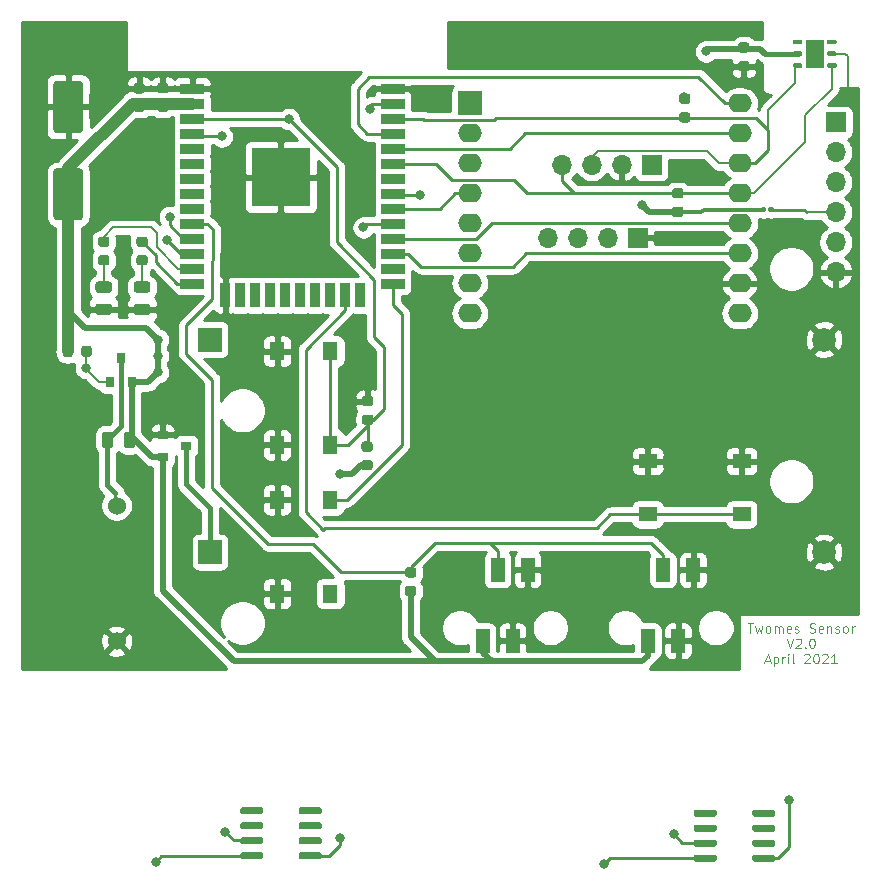
<source format=gtl>
G04 #@! TF.GenerationSoftware,KiCad,Pcbnew,(5.1.7)-1*
G04 #@! TF.CreationDate,2021-06-27T15:04:39+02:00*
G04 #@! TF.ProjectId,TwomesSensor,54776f6d-6573-4536-956e-736f722e6b69,rev?*
G04 #@! TF.SameCoordinates,Original*
G04 #@! TF.FileFunction,Copper,L1,Top*
G04 #@! TF.FilePolarity,Positive*
%FSLAX46Y46*%
G04 Gerber Fmt 4.6, Leading zero omitted, Abs format (unit mm)*
G04 Created by KiCad (PCBNEW (5.1.7)-1) date 2021-06-27 15:04:39*
%MOMM*%
%LPD*%
G01*
G04 APERTURE LIST*
G04 #@! TA.AperFunction,NonConductor*
%ADD10C,0.100000*%
G04 #@! TD*
G04 #@! TA.AperFunction,ComponentPad*
%ADD11O,1.700000X1.700000*%
G04 #@! TD*
G04 #@! TA.AperFunction,ComponentPad*
%ADD12R,1.700000X1.700000*%
G04 #@! TD*
G04 #@! TA.AperFunction,SMDPad,CuDef*
%ADD13R,2.000000X0.900000*%
G04 #@! TD*
G04 #@! TA.AperFunction,SMDPad,CuDef*
%ADD14R,0.900000X2.000000*%
G04 #@! TD*
G04 #@! TA.AperFunction,SMDPad,CuDef*
%ADD15R,5.000000X5.000000*%
G04 #@! TD*
G04 #@! TA.AperFunction,ComponentPad*
%ADD16R,2.000000X2.000000*%
G04 #@! TD*
G04 #@! TA.AperFunction,ComponentPad*
%ADD17C,2.000000*%
G04 #@! TD*
G04 #@! TA.AperFunction,SMDPad,CuDef*
%ADD18R,1.300000X1.550000*%
G04 #@! TD*
G04 #@! TA.AperFunction,ComponentPad*
%ADD19C,1.524000*%
G04 #@! TD*
G04 #@! TA.AperFunction,SMDPad,CuDef*
%ADD20R,1.500000X2.400000*%
G04 #@! TD*
G04 #@! TA.AperFunction,ComponentPad*
%ADD21O,2.000000X1.600000*%
G04 #@! TD*
G04 #@! TA.AperFunction,SMDPad,CuDef*
%ADD22R,1.550000X1.300000*%
G04 #@! TD*
G04 #@! TA.AperFunction,SMDPad,CuDef*
%ADD23R,0.800000X0.900000*%
G04 #@! TD*
G04 #@! TA.AperFunction,SMDPad,CuDef*
%ADD24R,0.900000X0.800000*%
G04 #@! TD*
G04 #@! TA.AperFunction,SMDPad,CuDef*
%ADD25R,1.200000X2.000000*%
G04 #@! TD*
G04 #@! TA.AperFunction,ViaPad*
%ADD26C,0.800000*%
G04 #@! TD*
G04 #@! TA.AperFunction,Conductor*
%ADD27C,0.200000*%
G04 #@! TD*
G04 #@! TA.AperFunction,Conductor*
%ADD28C,0.250000*%
G04 #@! TD*
G04 #@! TA.AperFunction,Conductor*
%ADD29C,0.450000*%
G04 #@! TD*
G04 #@! TA.AperFunction,Conductor*
%ADD30C,0.500000*%
G04 #@! TD*
G04 #@! TA.AperFunction,Conductor*
%ADD31C,0.400000*%
G04 #@! TD*
G04 #@! TA.AperFunction,Conductor*
%ADD32C,1.000000*%
G04 #@! TD*
G04 #@! TA.AperFunction,Conductor*
%ADD33C,0.300000*%
G04 #@! TD*
G04 #@! TA.AperFunction,Conductor*
%ADD34C,0.254000*%
G04 #@! TD*
G04 #@! TA.AperFunction,Conductor*
%ADD35C,0.100000*%
G04 #@! TD*
G04 APERTURE END LIST*
D10*
X109516666Y-85011904D02*
X109973809Y-85011904D01*
X109745238Y-85811904D02*
X109745238Y-85011904D01*
X110164285Y-85278571D02*
X110316666Y-85811904D01*
X110469047Y-85430952D01*
X110621428Y-85811904D01*
X110773809Y-85278571D01*
X111192857Y-85811904D02*
X111116666Y-85773809D01*
X111078571Y-85735714D01*
X111040476Y-85659523D01*
X111040476Y-85430952D01*
X111078571Y-85354761D01*
X111116666Y-85316666D01*
X111192857Y-85278571D01*
X111307142Y-85278571D01*
X111383333Y-85316666D01*
X111421428Y-85354761D01*
X111459523Y-85430952D01*
X111459523Y-85659523D01*
X111421428Y-85735714D01*
X111383333Y-85773809D01*
X111307142Y-85811904D01*
X111192857Y-85811904D01*
X111802380Y-85811904D02*
X111802380Y-85278571D01*
X111802380Y-85354761D02*
X111840476Y-85316666D01*
X111916666Y-85278571D01*
X112030952Y-85278571D01*
X112107142Y-85316666D01*
X112145238Y-85392857D01*
X112145238Y-85811904D01*
X112145238Y-85392857D02*
X112183333Y-85316666D01*
X112259523Y-85278571D01*
X112373809Y-85278571D01*
X112450000Y-85316666D01*
X112488095Y-85392857D01*
X112488095Y-85811904D01*
X113173809Y-85773809D02*
X113097619Y-85811904D01*
X112945238Y-85811904D01*
X112869047Y-85773809D01*
X112830952Y-85697619D01*
X112830952Y-85392857D01*
X112869047Y-85316666D01*
X112945238Y-85278571D01*
X113097619Y-85278571D01*
X113173809Y-85316666D01*
X113211904Y-85392857D01*
X113211904Y-85469047D01*
X112830952Y-85545238D01*
X113516666Y-85773809D02*
X113592857Y-85811904D01*
X113745238Y-85811904D01*
X113821428Y-85773809D01*
X113859523Y-85697619D01*
X113859523Y-85659523D01*
X113821428Y-85583333D01*
X113745238Y-85545238D01*
X113630952Y-85545238D01*
X113554761Y-85507142D01*
X113516666Y-85430952D01*
X113516666Y-85392857D01*
X113554761Y-85316666D01*
X113630952Y-85278571D01*
X113745238Y-85278571D01*
X113821428Y-85316666D01*
X114773809Y-85773809D02*
X114888095Y-85811904D01*
X115078571Y-85811904D01*
X115154761Y-85773809D01*
X115192857Y-85735714D01*
X115230952Y-85659523D01*
X115230952Y-85583333D01*
X115192857Y-85507142D01*
X115154761Y-85469047D01*
X115078571Y-85430952D01*
X114926190Y-85392857D01*
X114850000Y-85354761D01*
X114811904Y-85316666D01*
X114773809Y-85240476D01*
X114773809Y-85164285D01*
X114811904Y-85088095D01*
X114850000Y-85050000D01*
X114926190Y-85011904D01*
X115116666Y-85011904D01*
X115230952Y-85050000D01*
X115878571Y-85773809D02*
X115802380Y-85811904D01*
X115650000Y-85811904D01*
X115573809Y-85773809D01*
X115535714Y-85697619D01*
X115535714Y-85392857D01*
X115573809Y-85316666D01*
X115650000Y-85278571D01*
X115802380Y-85278571D01*
X115878571Y-85316666D01*
X115916666Y-85392857D01*
X115916666Y-85469047D01*
X115535714Y-85545238D01*
X116259523Y-85278571D02*
X116259523Y-85811904D01*
X116259523Y-85354761D02*
X116297619Y-85316666D01*
X116373809Y-85278571D01*
X116488095Y-85278571D01*
X116564285Y-85316666D01*
X116602380Y-85392857D01*
X116602380Y-85811904D01*
X116945238Y-85773809D02*
X117021428Y-85811904D01*
X117173809Y-85811904D01*
X117250000Y-85773809D01*
X117288095Y-85697619D01*
X117288095Y-85659523D01*
X117250000Y-85583333D01*
X117173809Y-85545238D01*
X117059523Y-85545238D01*
X116983333Y-85507142D01*
X116945238Y-85430952D01*
X116945238Y-85392857D01*
X116983333Y-85316666D01*
X117059523Y-85278571D01*
X117173809Y-85278571D01*
X117250000Y-85316666D01*
X117745238Y-85811904D02*
X117669047Y-85773809D01*
X117630952Y-85735714D01*
X117592857Y-85659523D01*
X117592857Y-85430952D01*
X117630952Y-85354761D01*
X117669047Y-85316666D01*
X117745238Y-85278571D01*
X117859523Y-85278571D01*
X117935714Y-85316666D01*
X117973809Y-85354761D01*
X118011904Y-85430952D01*
X118011904Y-85659523D01*
X117973809Y-85735714D01*
X117935714Y-85773809D01*
X117859523Y-85811904D01*
X117745238Y-85811904D01*
X118354761Y-85811904D02*
X118354761Y-85278571D01*
X118354761Y-85430952D02*
X118392857Y-85354761D01*
X118430952Y-85316666D01*
X118507142Y-85278571D01*
X118583333Y-85278571D01*
X112830952Y-86311904D02*
X113097619Y-87111904D01*
X113364285Y-86311904D01*
X113592857Y-86388095D02*
X113630952Y-86350000D01*
X113707142Y-86311904D01*
X113897619Y-86311904D01*
X113973809Y-86350000D01*
X114011904Y-86388095D01*
X114050000Y-86464285D01*
X114050000Y-86540476D01*
X114011904Y-86654761D01*
X113554761Y-87111904D01*
X114050000Y-87111904D01*
X114392857Y-87035714D02*
X114430952Y-87073809D01*
X114392857Y-87111904D01*
X114354761Y-87073809D01*
X114392857Y-87035714D01*
X114392857Y-87111904D01*
X114926190Y-86311904D02*
X115002380Y-86311904D01*
X115078571Y-86350000D01*
X115116666Y-86388095D01*
X115154761Y-86464285D01*
X115192857Y-86616666D01*
X115192857Y-86807142D01*
X115154761Y-86959523D01*
X115116666Y-87035714D01*
X115078571Y-87073809D01*
X115002380Y-87111904D01*
X114926190Y-87111904D01*
X114850000Y-87073809D01*
X114811904Y-87035714D01*
X114773809Y-86959523D01*
X114735714Y-86807142D01*
X114735714Y-86616666D01*
X114773809Y-86464285D01*
X114811904Y-86388095D01*
X114850000Y-86350000D01*
X114926190Y-86311904D01*
X111021428Y-88183333D02*
X111402380Y-88183333D01*
X110945238Y-88411904D02*
X111211904Y-87611904D01*
X111478571Y-88411904D01*
X111745238Y-87878571D02*
X111745238Y-88678571D01*
X111745238Y-87916666D02*
X111821428Y-87878571D01*
X111973809Y-87878571D01*
X112050000Y-87916666D01*
X112088095Y-87954761D01*
X112126190Y-88030952D01*
X112126190Y-88259523D01*
X112088095Y-88335714D01*
X112050000Y-88373809D01*
X111973809Y-88411904D01*
X111821428Y-88411904D01*
X111745238Y-88373809D01*
X112469047Y-88411904D02*
X112469047Y-87878571D01*
X112469047Y-88030952D02*
X112507142Y-87954761D01*
X112545238Y-87916666D01*
X112621428Y-87878571D01*
X112697619Y-87878571D01*
X112964285Y-88411904D02*
X112964285Y-87878571D01*
X112964285Y-87611904D02*
X112926190Y-87650000D01*
X112964285Y-87688095D01*
X113002380Y-87650000D01*
X112964285Y-87611904D01*
X112964285Y-87688095D01*
X113459523Y-88411904D02*
X113383333Y-88373809D01*
X113345238Y-88297619D01*
X113345238Y-87611904D01*
X114335714Y-87688095D02*
X114373809Y-87650000D01*
X114449999Y-87611904D01*
X114640476Y-87611904D01*
X114716666Y-87650000D01*
X114754761Y-87688095D01*
X114792857Y-87764285D01*
X114792857Y-87840476D01*
X114754761Y-87954761D01*
X114297619Y-88411904D01*
X114792857Y-88411904D01*
X115288095Y-87611904D02*
X115364285Y-87611904D01*
X115440476Y-87650000D01*
X115478571Y-87688095D01*
X115516666Y-87764285D01*
X115554761Y-87916666D01*
X115554761Y-88107142D01*
X115516666Y-88259523D01*
X115478571Y-88335714D01*
X115440476Y-88373809D01*
X115364285Y-88411904D01*
X115288095Y-88411904D01*
X115211904Y-88373809D01*
X115173809Y-88335714D01*
X115135714Y-88259523D01*
X115097619Y-88107142D01*
X115097619Y-87916666D01*
X115135714Y-87764285D01*
X115173809Y-87688095D01*
X115211904Y-87650000D01*
X115288095Y-87611904D01*
X115859523Y-87688095D02*
X115897619Y-87650000D01*
X115973809Y-87611904D01*
X116164285Y-87611904D01*
X116240476Y-87650000D01*
X116278571Y-87688095D01*
X116316666Y-87764285D01*
X116316666Y-87840476D01*
X116278571Y-87954761D01*
X115821428Y-88411904D01*
X116316666Y-88411904D01*
X117078571Y-88411904D02*
X116621428Y-88411904D01*
X116850000Y-88411904D02*
X116850000Y-87611904D01*
X116773809Y-87726190D01*
X116697619Y-87802380D01*
X116621428Y-87840476D01*
D11*
X92580000Y-52400000D03*
X95120000Y-52400000D03*
X97660000Y-52400000D03*
D12*
X100200000Y-52400000D03*
G04 #@! TA.AperFunction,SMDPad,CuDef*
G36*
G01*
X58250000Y-40175000D02*
X57750000Y-40175000D01*
G75*
G02*
X57525000Y-39950000I0J225000D01*
G01*
X57525000Y-39500000D01*
G75*
G02*
X57750000Y-39275000I225000J0D01*
G01*
X58250000Y-39275000D01*
G75*
G02*
X58475000Y-39500000I0J-225000D01*
G01*
X58475000Y-39950000D01*
G75*
G02*
X58250000Y-40175000I-225000J0D01*
G01*
G37*
G04 #@! TD.AperFunction*
G04 #@! TA.AperFunction,SMDPad,CuDef*
G36*
G01*
X58250000Y-41725000D02*
X57750000Y-41725000D01*
G75*
G02*
X57525000Y-41500000I0J225000D01*
G01*
X57525000Y-41050000D01*
G75*
G02*
X57750000Y-40825000I225000J0D01*
G01*
X58250000Y-40825000D01*
G75*
G02*
X58475000Y-41050000I0J-225000D01*
G01*
X58475000Y-41500000D01*
G75*
G02*
X58250000Y-41725000I-225000J0D01*
G01*
G37*
G04 #@! TD.AperFunction*
G04 #@! TA.AperFunction,SMDPad,CuDef*
G36*
G01*
X71500000Y-101045000D02*
X71500000Y-100745000D01*
G75*
G02*
X71650000Y-100595000I150000J0D01*
G01*
X73300000Y-100595000D01*
G75*
G02*
X73450000Y-100745000I0J-150000D01*
G01*
X73450000Y-101045000D01*
G75*
G02*
X73300000Y-101195000I-150000J0D01*
G01*
X71650000Y-101195000D01*
G75*
G02*
X71500000Y-101045000I0J150000D01*
G01*
G37*
G04 #@! TD.AperFunction*
G04 #@! TA.AperFunction,SMDPad,CuDef*
G36*
G01*
X71500000Y-102315000D02*
X71500000Y-102015000D01*
G75*
G02*
X71650000Y-101865000I150000J0D01*
G01*
X73300000Y-101865000D01*
G75*
G02*
X73450000Y-102015000I0J-150000D01*
G01*
X73450000Y-102315000D01*
G75*
G02*
X73300000Y-102465000I-150000J0D01*
G01*
X71650000Y-102465000D01*
G75*
G02*
X71500000Y-102315000I0J150000D01*
G01*
G37*
G04 #@! TD.AperFunction*
G04 #@! TA.AperFunction,SMDPad,CuDef*
G36*
G01*
X71500000Y-103585000D02*
X71500000Y-103285000D01*
G75*
G02*
X71650000Y-103135000I150000J0D01*
G01*
X73300000Y-103135000D01*
G75*
G02*
X73450000Y-103285000I0J-150000D01*
G01*
X73450000Y-103585000D01*
G75*
G02*
X73300000Y-103735000I-150000J0D01*
G01*
X71650000Y-103735000D01*
G75*
G02*
X71500000Y-103585000I0J150000D01*
G01*
G37*
G04 #@! TD.AperFunction*
G04 #@! TA.AperFunction,SMDPad,CuDef*
G36*
G01*
X71500000Y-104855000D02*
X71500000Y-104555000D01*
G75*
G02*
X71650000Y-104405000I150000J0D01*
G01*
X73300000Y-104405000D01*
G75*
G02*
X73450000Y-104555000I0J-150000D01*
G01*
X73450000Y-104855000D01*
G75*
G02*
X73300000Y-105005000I-150000J0D01*
G01*
X71650000Y-105005000D01*
G75*
G02*
X71500000Y-104855000I0J150000D01*
G01*
G37*
G04 #@! TD.AperFunction*
G04 #@! TA.AperFunction,SMDPad,CuDef*
G36*
G01*
X66550000Y-104855000D02*
X66550000Y-104555000D01*
G75*
G02*
X66700000Y-104405000I150000J0D01*
G01*
X68350000Y-104405000D01*
G75*
G02*
X68500000Y-104555000I0J-150000D01*
G01*
X68500000Y-104855000D01*
G75*
G02*
X68350000Y-105005000I-150000J0D01*
G01*
X66700000Y-105005000D01*
G75*
G02*
X66550000Y-104855000I0J150000D01*
G01*
G37*
G04 #@! TD.AperFunction*
G04 #@! TA.AperFunction,SMDPad,CuDef*
G36*
G01*
X66550000Y-103585000D02*
X66550000Y-103285000D01*
G75*
G02*
X66700000Y-103135000I150000J0D01*
G01*
X68350000Y-103135000D01*
G75*
G02*
X68500000Y-103285000I0J-150000D01*
G01*
X68500000Y-103585000D01*
G75*
G02*
X68350000Y-103735000I-150000J0D01*
G01*
X66700000Y-103735000D01*
G75*
G02*
X66550000Y-103585000I0J150000D01*
G01*
G37*
G04 #@! TD.AperFunction*
G04 #@! TA.AperFunction,SMDPad,CuDef*
G36*
G01*
X66550000Y-102315000D02*
X66550000Y-102015000D01*
G75*
G02*
X66700000Y-101865000I150000J0D01*
G01*
X68350000Y-101865000D01*
G75*
G02*
X68500000Y-102015000I0J-150000D01*
G01*
X68500000Y-102315000D01*
G75*
G02*
X68350000Y-102465000I-150000J0D01*
G01*
X66700000Y-102465000D01*
G75*
G02*
X66550000Y-102315000I0J150000D01*
G01*
G37*
G04 #@! TD.AperFunction*
G04 #@! TA.AperFunction,SMDPad,CuDef*
G36*
G01*
X66550000Y-101045000D02*
X66550000Y-100745000D01*
G75*
G02*
X66700000Y-100595000I150000J0D01*
G01*
X68350000Y-100595000D01*
G75*
G02*
X68500000Y-100745000I0J-150000D01*
G01*
X68500000Y-101045000D01*
G75*
G02*
X68350000Y-101195000I-150000J0D01*
G01*
X66700000Y-101195000D01*
G75*
G02*
X66550000Y-101045000I0J150000D01*
G01*
G37*
G04 #@! TD.AperFunction*
G04 #@! TA.AperFunction,SMDPad,CuDef*
G36*
G01*
X109900000Y-101245000D02*
X109900000Y-100945000D01*
G75*
G02*
X110050000Y-100795000I150000J0D01*
G01*
X111700000Y-100795000D01*
G75*
G02*
X111850000Y-100945000I0J-150000D01*
G01*
X111850000Y-101245000D01*
G75*
G02*
X111700000Y-101395000I-150000J0D01*
G01*
X110050000Y-101395000D01*
G75*
G02*
X109900000Y-101245000I0J150000D01*
G01*
G37*
G04 #@! TD.AperFunction*
G04 #@! TA.AperFunction,SMDPad,CuDef*
G36*
G01*
X109900000Y-102515000D02*
X109900000Y-102215000D01*
G75*
G02*
X110050000Y-102065000I150000J0D01*
G01*
X111700000Y-102065000D01*
G75*
G02*
X111850000Y-102215000I0J-150000D01*
G01*
X111850000Y-102515000D01*
G75*
G02*
X111700000Y-102665000I-150000J0D01*
G01*
X110050000Y-102665000D01*
G75*
G02*
X109900000Y-102515000I0J150000D01*
G01*
G37*
G04 #@! TD.AperFunction*
G04 #@! TA.AperFunction,SMDPad,CuDef*
G36*
G01*
X109900000Y-103785000D02*
X109900000Y-103485000D01*
G75*
G02*
X110050000Y-103335000I150000J0D01*
G01*
X111700000Y-103335000D01*
G75*
G02*
X111850000Y-103485000I0J-150000D01*
G01*
X111850000Y-103785000D01*
G75*
G02*
X111700000Y-103935000I-150000J0D01*
G01*
X110050000Y-103935000D01*
G75*
G02*
X109900000Y-103785000I0J150000D01*
G01*
G37*
G04 #@! TD.AperFunction*
G04 #@! TA.AperFunction,SMDPad,CuDef*
G36*
G01*
X109900000Y-105055000D02*
X109900000Y-104755000D01*
G75*
G02*
X110050000Y-104605000I150000J0D01*
G01*
X111700000Y-104605000D01*
G75*
G02*
X111850000Y-104755000I0J-150000D01*
G01*
X111850000Y-105055000D01*
G75*
G02*
X111700000Y-105205000I-150000J0D01*
G01*
X110050000Y-105205000D01*
G75*
G02*
X109900000Y-105055000I0J150000D01*
G01*
G37*
G04 #@! TD.AperFunction*
G04 #@! TA.AperFunction,SMDPad,CuDef*
G36*
G01*
X104950000Y-105055000D02*
X104950000Y-104755000D01*
G75*
G02*
X105100000Y-104605000I150000J0D01*
G01*
X106750000Y-104605000D01*
G75*
G02*
X106900000Y-104755000I0J-150000D01*
G01*
X106900000Y-105055000D01*
G75*
G02*
X106750000Y-105205000I-150000J0D01*
G01*
X105100000Y-105205000D01*
G75*
G02*
X104950000Y-105055000I0J150000D01*
G01*
G37*
G04 #@! TD.AperFunction*
G04 #@! TA.AperFunction,SMDPad,CuDef*
G36*
G01*
X104950000Y-103785000D02*
X104950000Y-103485000D01*
G75*
G02*
X105100000Y-103335000I150000J0D01*
G01*
X106750000Y-103335000D01*
G75*
G02*
X106900000Y-103485000I0J-150000D01*
G01*
X106900000Y-103785000D01*
G75*
G02*
X106750000Y-103935000I-150000J0D01*
G01*
X105100000Y-103935000D01*
G75*
G02*
X104950000Y-103785000I0J150000D01*
G01*
G37*
G04 #@! TD.AperFunction*
G04 #@! TA.AperFunction,SMDPad,CuDef*
G36*
G01*
X104950000Y-102515000D02*
X104950000Y-102215000D01*
G75*
G02*
X105100000Y-102065000I150000J0D01*
G01*
X106750000Y-102065000D01*
G75*
G02*
X106900000Y-102215000I0J-150000D01*
G01*
X106900000Y-102515000D01*
G75*
G02*
X106750000Y-102665000I-150000J0D01*
G01*
X105100000Y-102665000D01*
G75*
G02*
X104950000Y-102515000I0J150000D01*
G01*
G37*
G04 #@! TD.AperFunction*
G04 #@! TA.AperFunction,SMDPad,CuDef*
G36*
G01*
X104950000Y-101245000D02*
X104950000Y-100945000D01*
G75*
G02*
X105100000Y-100795000I150000J0D01*
G01*
X106750000Y-100795000D01*
G75*
G02*
X106900000Y-100945000I0J-150000D01*
G01*
X106900000Y-101245000D01*
G75*
G02*
X106750000Y-101395000I-150000J0D01*
G01*
X105100000Y-101395000D01*
G75*
G02*
X104950000Y-101245000I0J150000D01*
G01*
G37*
G04 #@! TD.AperFunction*
D11*
X93780000Y-46200000D03*
X96320000Y-46200000D03*
X98860000Y-46200000D03*
D12*
X101400000Y-46200000D03*
D13*
X79500000Y-39745000D03*
X79500000Y-41015000D03*
X79500000Y-42285000D03*
X79500000Y-43555000D03*
X79500000Y-44825000D03*
X79500000Y-46095000D03*
X79500000Y-47365000D03*
X79500000Y-48635000D03*
X79500000Y-49905000D03*
X79500000Y-51175000D03*
X79500000Y-52445000D03*
X79500000Y-53715000D03*
X79500000Y-54985000D03*
X79500000Y-56255000D03*
D14*
X76715000Y-57255000D03*
X75445000Y-57255000D03*
X74175000Y-57255000D03*
X72905000Y-57255000D03*
X71635000Y-57255000D03*
X70365000Y-57255000D03*
X69095000Y-57255000D03*
X67825000Y-57255000D03*
X66555000Y-57255000D03*
X65285000Y-57255000D03*
D13*
X62500000Y-56255000D03*
X62500000Y-54985000D03*
X62500000Y-53715000D03*
X62500000Y-52445000D03*
X62500000Y-51175000D03*
X62500000Y-49905000D03*
X62500000Y-48635000D03*
X62500000Y-47365000D03*
X62500000Y-46095000D03*
X62500000Y-44825000D03*
X62500000Y-43555000D03*
X62500000Y-42285000D03*
X62500000Y-41015000D03*
X62500000Y-39745000D03*
D15*
X70000000Y-47245000D03*
D16*
X64000000Y-61000000D03*
D17*
X115990000Y-61000000D03*
G04 #@! TA.AperFunction,SMDPad,CuDef*
G36*
G01*
X77556250Y-72075000D02*
X77043750Y-72075000D01*
G75*
G02*
X76825000Y-71856250I0J218750D01*
G01*
X76825000Y-71418750D01*
G75*
G02*
X77043750Y-71200000I218750J0D01*
G01*
X77556250Y-71200000D01*
G75*
G02*
X77775000Y-71418750I0J-218750D01*
G01*
X77775000Y-71856250D01*
G75*
G02*
X77556250Y-72075000I-218750J0D01*
G01*
G37*
G04 #@! TD.AperFunction*
G04 #@! TA.AperFunction,SMDPad,CuDef*
G36*
G01*
X77556250Y-70500000D02*
X77043750Y-70500000D01*
G75*
G02*
X76825000Y-70281250I0J218750D01*
G01*
X76825000Y-69843750D01*
G75*
G02*
X77043750Y-69625000I218750J0D01*
G01*
X77556250Y-69625000D01*
G75*
G02*
X77775000Y-69843750I0J-218750D01*
G01*
X77775000Y-70281250D01*
G75*
G02*
X77556250Y-70500000I-218750J0D01*
G01*
G37*
G04 #@! TD.AperFunction*
D18*
X74200000Y-69925000D03*
X69700000Y-69925000D03*
X69700000Y-61975000D03*
X74200000Y-61975000D03*
G04 #@! TA.AperFunction,SMDPad,CuDef*
G36*
G01*
X77606250Y-68225000D02*
X77093750Y-68225000D01*
G75*
G02*
X76875000Y-68006250I0J218750D01*
G01*
X76875000Y-67568750D01*
G75*
G02*
X77093750Y-67350000I218750J0D01*
G01*
X77606250Y-67350000D01*
G75*
G02*
X77825000Y-67568750I0J-218750D01*
G01*
X77825000Y-68006250D01*
G75*
G02*
X77606250Y-68225000I-218750J0D01*
G01*
G37*
G04 #@! TD.AperFunction*
G04 #@! TA.AperFunction,SMDPad,CuDef*
G36*
G01*
X77606250Y-66650000D02*
X77093750Y-66650000D01*
G75*
G02*
X76875000Y-66431250I0J218750D01*
G01*
X76875000Y-65993750D01*
G75*
G02*
X77093750Y-65775000I218750J0D01*
G01*
X77606250Y-65775000D01*
G75*
G02*
X77825000Y-65993750I0J-218750D01*
G01*
X77825000Y-66431250D01*
G75*
G02*
X77606250Y-66650000I-218750J0D01*
G01*
G37*
G04 #@! TD.AperFunction*
D19*
X56100000Y-86550000D03*
X56100000Y-75050000D03*
D20*
X115200000Y-36800000D03*
G04 #@! TA.AperFunction,SMDPad,CuDef*
G36*
G01*
X114150000Y-37700000D02*
X114150000Y-37900000D01*
G75*
G02*
X114050000Y-38000000I-100000J0D01*
G01*
X113450000Y-38000000D01*
G75*
G02*
X113350000Y-37900000I0J100000D01*
G01*
X113350000Y-37700000D01*
G75*
G02*
X113450000Y-37600000I100000J0D01*
G01*
X114050000Y-37600000D01*
G75*
G02*
X114150000Y-37700000I0J-100000D01*
G01*
G37*
G04 #@! TD.AperFunction*
G04 #@! TA.AperFunction,SMDPad,CuDef*
G36*
G01*
X114150000Y-36700000D02*
X114150000Y-36900000D01*
G75*
G02*
X114050000Y-37000000I-100000J0D01*
G01*
X113450000Y-37000000D01*
G75*
G02*
X113350000Y-36900000I0J100000D01*
G01*
X113350000Y-36700000D01*
G75*
G02*
X113450000Y-36600000I100000J0D01*
G01*
X114050000Y-36600000D01*
G75*
G02*
X114150000Y-36700000I0J-100000D01*
G01*
G37*
G04 #@! TD.AperFunction*
G04 #@! TA.AperFunction,SMDPad,CuDef*
G36*
G01*
X114150000Y-35700000D02*
X114150000Y-35900000D01*
G75*
G02*
X114050000Y-36000000I-100000J0D01*
G01*
X113450000Y-36000000D01*
G75*
G02*
X113350000Y-35900000I0J100000D01*
G01*
X113350000Y-35700000D01*
G75*
G02*
X113450000Y-35600000I100000J0D01*
G01*
X114050000Y-35600000D01*
G75*
G02*
X114150000Y-35700000I0J-100000D01*
G01*
G37*
G04 #@! TD.AperFunction*
G04 #@! TA.AperFunction,SMDPad,CuDef*
G36*
G01*
X117050000Y-35700000D02*
X117050000Y-35900000D01*
G75*
G02*
X116950000Y-36000000I-100000J0D01*
G01*
X116350000Y-36000000D01*
G75*
G02*
X116250000Y-35900000I0J100000D01*
G01*
X116250000Y-35700000D01*
G75*
G02*
X116350000Y-35600000I100000J0D01*
G01*
X116950000Y-35600000D01*
G75*
G02*
X117050000Y-35700000I0J-100000D01*
G01*
G37*
G04 #@! TD.AperFunction*
G04 #@! TA.AperFunction,SMDPad,CuDef*
G36*
G01*
X117050000Y-36700000D02*
X117050000Y-36900000D01*
G75*
G02*
X116950000Y-37000000I-100000J0D01*
G01*
X116350000Y-37000000D01*
G75*
G02*
X116250000Y-36900000I0J100000D01*
G01*
X116250000Y-36700000D01*
G75*
G02*
X116350000Y-36600000I100000J0D01*
G01*
X116950000Y-36600000D01*
G75*
G02*
X117050000Y-36700000I0J-100000D01*
G01*
G37*
G04 #@! TD.AperFunction*
G04 #@! TA.AperFunction,SMDPad,CuDef*
G36*
G01*
X117050000Y-37700000D02*
X117050000Y-37900000D01*
G75*
G02*
X116950000Y-38000000I-100000J0D01*
G01*
X116350000Y-38000000D01*
G75*
G02*
X116250000Y-37900000I0J100000D01*
G01*
X116250000Y-37700000D01*
G75*
G02*
X116350000Y-37600000I100000J0D01*
G01*
X116950000Y-37600000D01*
G75*
G02*
X117050000Y-37700000I0J-100000D01*
G01*
G37*
G04 #@! TD.AperFunction*
G04 #@! TA.AperFunction,SMDPad,CuDef*
G36*
G01*
X56700000Y-69956250D02*
X56700000Y-69043750D01*
G75*
G02*
X56943750Y-68800000I243750J0D01*
G01*
X57431250Y-68800000D01*
G75*
G02*
X57675000Y-69043750I0J-243750D01*
G01*
X57675000Y-69956250D01*
G75*
G02*
X57431250Y-70200000I-243750J0D01*
G01*
X56943750Y-70200000D01*
G75*
G02*
X56700000Y-69956250I0J243750D01*
G01*
G37*
G04 #@! TD.AperFunction*
G04 #@! TA.AperFunction,SMDPad,CuDef*
G36*
G01*
X54825000Y-69956250D02*
X54825000Y-69043750D01*
G75*
G02*
X55068750Y-68800000I243750J0D01*
G01*
X55556250Y-68800000D01*
G75*
G02*
X55800000Y-69043750I0J-243750D01*
G01*
X55800000Y-69956250D01*
G75*
G02*
X55556250Y-70200000I-243750J0D01*
G01*
X55068750Y-70200000D01*
G75*
G02*
X54825000Y-69956250I0J243750D01*
G01*
G37*
G04 #@! TD.AperFunction*
G04 #@! TA.AperFunction,SMDPad,CuDef*
G36*
G01*
X53000000Y-43500000D02*
X51000000Y-43500000D01*
G75*
G02*
X50750000Y-43250000I0J250000D01*
G01*
X50750000Y-39350000D01*
G75*
G02*
X51000000Y-39100000I250000J0D01*
G01*
X53000000Y-39100000D01*
G75*
G02*
X53250000Y-39350000I0J-250000D01*
G01*
X53250000Y-43250000D01*
G75*
G02*
X53000000Y-43500000I-250000J0D01*
G01*
G37*
G04 #@! TD.AperFunction*
G04 #@! TA.AperFunction,SMDPad,CuDef*
G36*
G01*
X53000000Y-50900000D02*
X51000000Y-50900000D01*
G75*
G02*
X50750000Y-50650000I0J250000D01*
G01*
X50750000Y-46750000D01*
G75*
G02*
X51000000Y-46500000I250000J0D01*
G01*
X53000000Y-46500000D01*
G75*
G02*
X53250000Y-46750000I0J-250000D01*
G01*
X53250000Y-50650000D01*
G75*
G02*
X53000000Y-50900000I-250000J0D01*
G01*
G37*
G04 #@! TD.AperFunction*
D21*
X108860000Y-41000000D03*
X108860000Y-43540000D03*
X108860000Y-46080000D03*
X108860000Y-48620000D03*
X108860000Y-51160000D03*
X108860000Y-53700000D03*
X108860000Y-56240000D03*
X108860000Y-58780000D03*
X86000000Y-58780000D03*
X86000000Y-56240000D03*
X86000000Y-53700000D03*
X86000000Y-51160000D03*
X86000000Y-48620000D03*
X86000000Y-46080000D03*
D16*
X86000000Y-41000000D03*
D21*
X86000000Y-43540000D03*
D22*
X101075000Y-75800000D03*
X101075000Y-71300000D03*
X109025000Y-71300000D03*
X109025000Y-75800000D03*
D18*
X74200000Y-82525000D03*
X69700000Y-82525000D03*
X69700000Y-74575000D03*
X74200000Y-74575000D03*
G04 #@! TA.AperFunction,SMDPad,CuDef*
G36*
G01*
X53100000Y-62256250D02*
X53100000Y-61743750D01*
G75*
G02*
X53318750Y-61525000I218750J0D01*
G01*
X53756250Y-61525000D01*
G75*
G02*
X53975000Y-61743750I0J-218750D01*
G01*
X53975000Y-62256250D01*
G75*
G02*
X53756250Y-62475000I-218750J0D01*
G01*
X53318750Y-62475000D01*
G75*
G02*
X53100000Y-62256250I0J218750D01*
G01*
G37*
G04 #@! TD.AperFunction*
G04 #@! TA.AperFunction,SMDPad,CuDef*
G36*
G01*
X51525000Y-62256250D02*
X51525000Y-61743750D01*
G75*
G02*
X51743750Y-61525000I218750J0D01*
G01*
X52181250Y-61525000D01*
G75*
G02*
X52400000Y-61743750I0J-218750D01*
G01*
X52400000Y-62256250D01*
G75*
G02*
X52181250Y-62475000I-218750J0D01*
G01*
X51743750Y-62475000D01*
G75*
G02*
X51525000Y-62256250I0J218750D01*
G01*
G37*
G04 #@! TD.AperFunction*
G04 #@! TA.AperFunction,SMDPad,CuDef*
G36*
G01*
X80743750Y-81850000D02*
X81256250Y-81850000D01*
G75*
G02*
X81475000Y-82068750I0J-218750D01*
G01*
X81475000Y-82506250D01*
G75*
G02*
X81256250Y-82725000I-218750J0D01*
G01*
X80743750Y-82725000D01*
G75*
G02*
X80525000Y-82506250I0J218750D01*
G01*
X80525000Y-82068750D01*
G75*
G02*
X80743750Y-81850000I218750J0D01*
G01*
G37*
G04 #@! TD.AperFunction*
G04 #@! TA.AperFunction,SMDPad,CuDef*
G36*
G01*
X80743750Y-80275000D02*
X81256250Y-80275000D01*
G75*
G02*
X81475000Y-80493750I0J-218750D01*
G01*
X81475000Y-80931250D01*
G75*
G02*
X81256250Y-81150000I-218750J0D01*
G01*
X80743750Y-81150000D01*
G75*
G02*
X80525000Y-80931250I0J218750D01*
G01*
X80525000Y-80493750D01*
G75*
G02*
X80743750Y-80275000I218750J0D01*
G01*
G37*
G04 #@! TD.AperFunction*
G04 #@! TA.AperFunction,SMDPad,CuDef*
G36*
G01*
X104456250Y-41050000D02*
X103943750Y-41050000D01*
G75*
G02*
X103725000Y-40831250I0J218750D01*
G01*
X103725000Y-40393750D01*
G75*
G02*
X103943750Y-40175000I218750J0D01*
G01*
X104456250Y-40175000D01*
G75*
G02*
X104675000Y-40393750I0J-218750D01*
G01*
X104675000Y-40831250D01*
G75*
G02*
X104456250Y-41050000I-218750J0D01*
G01*
G37*
G04 #@! TD.AperFunction*
G04 #@! TA.AperFunction,SMDPad,CuDef*
G36*
G01*
X104456250Y-42625000D02*
X103943750Y-42625000D01*
G75*
G02*
X103725000Y-42406250I0J218750D01*
G01*
X103725000Y-41968750D01*
G75*
G02*
X103943750Y-41750000I218750J0D01*
G01*
X104456250Y-41750000D01*
G75*
G02*
X104675000Y-41968750I0J-218750D01*
G01*
X104675000Y-42406250D01*
G75*
G02*
X104456250Y-42625000I-218750J0D01*
G01*
G37*
G04 #@! TD.AperFunction*
G04 #@! TA.AperFunction,SMDPad,CuDef*
G36*
G01*
X103343750Y-49750000D02*
X103856250Y-49750000D01*
G75*
G02*
X104075000Y-49968750I0J-218750D01*
G01*
X104075000Y-50406250D01*
G75*
G02*
X103856250Y-50625000I-218750J0D01*
G01*
X103343750Y-50625000D01*
G75*
G02*
X103125000Y-50406250I0J218750D01*
G01*
X103125000Y-49968750D01*
G75*
G02*
X103343750Y-49750000I218750J0D01*
G01*
G37*
G04 #@! TD.AperFunction*
G04 #@! TA.AperFunction,SMDPad,CuDef*
G36*
G01*
X103343750Y-48175000D02*
X103856250Y-48175000D01*
G75*
G02*
X104075000Y-48393750I0J-218750D01*
G01*
X104075000Y-48831250D01*
G75*
G02*
X103856250Y-49050000I-218750J0D01*
G01*
X103343750Y-49050000D01*
G75*
G02*
X103125000Y-48831250I0J218750D01*
G01*
X103125000Y-48393750D01*
G75*
G02*
X103343750Y-48175000I218750J0D01*
G01*
G37*
G04 #@! TD.AperFunction*
G04 #@! TA.AperFunction,SMDPad,CuDef*
G36*
G01*
X57993750Y-53850000D02*
X58506250Y-53850000D01*
G75*
G02*
X58725000Y-54068750I0J-218750D01*
G01*
X58725000Y-54506250D01*
G75*
G02*
X58506250Y-54725000I-218750J0D01*
G01*
X57993750Y-54725000D01*
G75*
G02*
X57775000Y-54506250I0J218750D01*
G01*
X57775000Y-54068750D01*
G75*
G02*
X57993750Y-53850000I218750J0D01*
G01*
G37*
G04 #@! TD.AperFunction*
G04 #@! TA.AperFunction,SMDPad,CuDef*
G36*
G01*
X57993750Y-52275000D02*
X58506250Y-52275000D01*
G75*
G02*
X58725000Y-52493750I0J-218750D01*
G01*
X58725000Y-52931250D01*
G75*
G02*
X58506250Y-53150000I-218750J0D01*
G01*
X57993750Y-53150000D01*
G75*
G02*
X57775000Y-52931250I0J218750D01*
G01*
X57775000Y-52493750D01*
G75*
G02*
X57993750Y-52275000I218750J0D01*
G01*
G37*
G04 #@! TD.AperFunction*
G04 #@! TA.AperFunction,SMDPad,CuDef*
G36*
G01*
X54743750Y-53850000D02*
X55256250Y-53850000D01*
G75*
G02*
X55475000Y-54068750I0J-218750D01*
G01*
X55475000Y-54506250D01*
G75*
G02*
X55256250Y-54725000I-218750J0D01*
G01*
X54743750Y-54725000D01*
G75*
G02*
X54525000Y-54506250I0J218750D01*
G01*
X54525000Y-54068750D01*
G75*
G02*
X54743750Y-53850000I218750J0D01*
G01*
G37*
G04 #@! TD.AperFunction*
G04 #@! TA.AperFunction,SMDPad,CuDef*
G36*
G01*
X54743750Y-52275000D02*
X55256250Y-52275000D01*
G75*
G02*
X55475000Y-52493750I0J-218750D01*
G01*
X55475000Y-52931250D01*
G75*
G02*
X55256250Y-53150000I-218750J0D01*
G01*
X54743750Y-53150000D01*
G75*
G02*
X54525000Y-52931250I0J218750D01*
G01*
X54525000Y-52493750D01*
G75*
G02*
X54743750Y-52275000I218750J0D01*
G01*
G37*
G04 #@! TD.AperFunction*
D23*
X56450000Y-62600000D03*
X57400000Y-64600000D03*
X55500000Y-64600000D03*
D24*
X62000000Y-70000000D03*
X60000000Y-70950000D03*
X60000000Y-69050000D03*
G04 #@! TA.AperFunction,SMDPad,CuDef*
G36*
G01*
X111090000Y-49900000D02*
X111090000Y-50100000D01*
G75*
G02*
X110990000Y-50200000I-100000J0D01*
G01*
X110730000Y-50200000D01*
G75*
G02*
X110630000Y-50100000I0J100000D01*
G01*
X110630000Y-49900000D01*
G75*
G02*
X110730000Y-49800000I100000J0D01*
G01*
X110990000Y-49800000D01*
G75*
G02*
X111090000Y-49900000I0J-100000D01*
G01*
G37*
G04 #@! TD.AperFunction*
G04 #@! TA.AperFunction,SMDPad,CuDef*
G36*
G01*
X111730000Y-49900000D02*
X111730000Y-50100000D01*
G75*
G02*
X111630000Y-50200000I-100000J0D01*
G01*
X111370000Y-50200000D01*
G75*
G02*
X111270000Y-50100000I0J100000D01*
G01*
X111270000Y-49900000D01*
G75*
G02*
X111370000Y-49800000I100000J0D01*
G01*
X111630000Y-49800000D01*
G75*
G02*
X111730000Y-49900000I0J-100000D01*
G01*
G37*
G04 #@! TD.AperFunction*
D25*
X104900000Y-80500000D03*
X102360000Y-80500000D03*
X103630000Y-86500000D03*
X101090000Y-86500000D03*
X90900000Y-80500000D03*
X88360000Y-80500000D03*
X89630000Y-86500000D03*
X87090000Y-86500000D03*
D11*
X117000000Y-55300000D03*
X117000000Y-52760000D03*
X117000000Y-50220000D03*
X117000000Y-47680000D03*
X117000000Y-45140000D03*
D12*
X117000000Y-42600000D03*
G04 #@! TA.AperFunction,SMDPad,CuDef*
G36*
G01*
X58706250Y-57050000D02*
X57793750Y-57050000D01*
G75*
G02*
X57550000Y-56806250I0J243750D01*
G01*
X57550000Y-56318750D01*
G75*
G02*
X57793750Y-56075000I243750J0D01*
G01*
X58706250Y-56075000D01*
G75*
G02*
X58950000Y-56318750I0J-243750D01*
G01*
X58950000Y-56806250D01*
G75*
G02*
X58706250Y-57050000I-243750J0D01*
G01*
G37*
G04 #@! TD.AperFunction*
G04 #@! TA.AperFunction,SMDPad,CuDef*
G36*
G01*
X58706250Y-58925000D02*
X57793750Y-58925000D01*
G75*
G02*
X57550000Y-58681250I0J243750D01*
G01*
X57550000Y-58193750D01*
G75*
G02*
X57793750Y-57950000I243750J0D01*
G01*
X58706250Y-57950000D01*
G75*
G02*
X58950000Y-58193750I0J-243750D01*
G01*
X58950000Y-58681250D01*
G75*
G02*
X58706250Y-58925000I-243750J0D01*
G01*
G37*
G04 #@! TD.AperFunction*
G04 #@! TA.AperFunction,SMDPad,CuDef*
G36*
G01*
X55456250Y-57050000D02*
X54543750Y-57050000D01*
G75*
G02*
X54300000Y-56806250I0J243750D01*
G01*
X54300000Y-56318750D01*
G75*
G02*
X54543750Y-56075000I243750J0D01*
G01*
X55456250Y-56075000D01*
G75*
G02*
X55700000Y-56318750I0J-243750D01*
G01*
X55700000Y-56806250D01*
G75*
G02*
X55456250Y-57050000I-243750J0D01*
G01*
G37*
G04 #@! TD.AperFunction*
G04 #@! TA.AperFunction,SMDPad,CuDef*
G36*
G01*
X55456250Y-58925000D02*
X54543750Y-58925000D01*
G75*
G02*
X54300000Y-58681250I0J243750D01*
G01*
X54300000Y-58193750D01*
G75*
G02*
X54543750Y-57950000I243750J0D01*
G01*
X55456250Y-57950000D01*
G75*
G02*
X55700000Y-58193750I0J-243750D01*
G01*
X55700000Y-58681250D01*
G75*
G02*
X55456250Y-58925000I-243750J0D01*
G01*
G37*
G04 #@! TD.AperFunction*
G04 #@! TA.AperFunction,SMDPad,CuDef*
G36*
G01*
X108943750Y-37412500D02*
X109456250Y-37412500D01*
G75*
G02*
X109675000Y-37631250I0J-218750D01*
G01*
X109675000Y-38068750D01*
G75*
G02*
X109456250Y-38287500I-218750J0D01*
G01*
X108943750Y-38287500D01*
G75*
G02*
X108725000Y-38068750I0J218750D01*
G01*
X108725000Y-37631250D01*
G75*
G02*
X108943750Y-37412500I218750J0D01*
G01*
G37*
G04 #@! TD.AperFunction*
G04 #@! TA.AperFunction,SMDPad,CuDef*
G36*
G01*
X108943750Y-35837500D02*
X109456250Y-35837500D01*
G75*
G02*
X109675000Y-36056250I0J-218750D01*
G01*
X109675000Y-36493750D01*
G75*
G02*
X109456250Y-36712500I-218750J0D01*
G01*
X108943750Y-36712500D01*
G75*
G02*
X108725000Y-36493750I0J218750D01*
G01*
X108725000Y-36056250D01*
G75*
G02*
X108943750Y-35837500I218750J0D01*
G01*
G37*
G04 #@! TD.AperFunction*
G04 #@! TA.AperFunction,SMDPad,CuDef*
G36*
G01*
X60256250Y-40150000D02*
X59743750Y-40150000D01*
G75*
G02*
X59525000Y-39931250I0J218750D01*
G01*
X59525000Y-39493750D01*
G75*
G02*
X59743750Y-39275000I218750J0D01*
G01*
X60256250Y-39275000D01*
G75*
G02*
X60475000Y-39493750I0J-218750D01*
G01*
X60475000Y-39931250D01*
G75*
G02*
X60256250Y-40150000I-218750J0D01*
G01*
G37*
G04 #@! TD.AperFunction*
G04 #@! TA.AperFunction,SMDPad,CuDef*
G36*
G01*
X60256250Y-41725000D02*
X59743750Y-41725000D01*
G75*
G02*
X59525000Y-41506250I0J218750D01*
G01*
X59525000Y-41068750D01*
G75*
G02*
X59743750Y-40850000I218750J0D01*
G01*
X60256250Y-40850000D01*
G75*
G02*
X60475000Y-41068750I0J-218750D01*
G01*
X60475000Y-41506250D01*
G75*
G02*
X60256250Y-41725000I-218750J0D01*
G01*
G37*
G04 #@! TD.AperFunction*
D16*
X64000000Y-79000000D03*
D17*
X115990000Y-79000000D03*
D26*
X68600000Y-45600000D03*
X65200000Y-45600000D03*
X53800000Y-37600000D03*
X56000000Y-45500000D03*
X99400000Y-36000000D03*
X60600000Y-57800000D03*
X59750000Y-66900000D03*
X52200000Y-73900000D03*
X63500000Y-82900000D03*
X92050000Y-73100000D03*
X106950000Y-63550000D03*
X102050000Y-57000000D03*
X76400000Y-63800000D03*
X66300000Y-63000000D03*
X82105000Y-41100000D03*
X96200000Y-86900000D03*
X96100000Y-80300000D03*
X70670001Y-42329999D03*
X59600000Y-63774999D03*
X100600000Y-49600000D03*
X104100000Y-40500000D03*
X106000000Y-36600000D03*
X75050000Y-72350000D03*
X59600000Y-62400000D03*
X59600000Y-61000000D03*
X97400000Y-105400000D03*
X59400000Y-105200000D03*
X60400000Y-52600000D03*
X53500000Y-63400000D03*
X77550000Y-41450000D03*
X81750000Y-48750000D03*
X77000000Y-51500000D03*
X60600000Y-50600000D03*
X65000000Y-43800000D03*
X113000000Y-100000000D03*
X103300000Y-102900000D03*
X75000000Y-103200000D03*
X65300000Y-102700000D03*
D27*
X116650000Y-36800000D02*
X117800000Y-36800000D01*
X117800000Y-36800000D02*
X118000000Y-37000000D01*
X118000000Y-37000000D02*
X118000000Y-40000000D01*
D28*
X80750000Y-39745000D02*
X82105000Y-41100000D01*
X79500000Y-39745000D02*
X80750000Y-39745000D01*
X82105000Y-41100000D02*
X82105000Y-41100000D01*
X70625002Y-42285000D02*
X70670001Y-42329999D01*
X62500000Y-42285000D02*
X70625002Y-42285000D01*
X74750000Y-46409998D02*
X74750000Y-52750000D01*
X70670001Y-42329999D02*
X74750000Y-46409998D01*
X77350000Y-70012500D02*
X77300000Y-70062500D01*
X77350000Y-67787500D02*
X77350000Y-70012500D01*
X77350000Y-68225000D02*
X77350000Y-67787500D01*
X75650000Y-69925000D02*
X77350000Y-68225000D01*
X74200000Y-69925000D02*
X75650000Y-69925000D01*
X77825000Y-67787500D02*
X78750000Y-66862500D01*
X77350000Y-67787500D02*
X77825000Y-67787500D01*
X78750000Y-66862500D02*
X78750000Y-61650000D01*
X77900000Y-60800000D02*
X77900000Y-55950000D01*
X78750000Y-61650000D02*
X77900000Y-60800000D01*
X74750000Y-52750000D02*
X77900000Y-55950000D01*
X74200000Y-61975000D02*
X74200000Y-69925000D01*
D29*
X55312500Y-73312500D02*
X56000000Y-74000000D01*
X55312500Y-69500000D02*
X55312500Y-73312500D01*
X55312500Y-69500000D02*
X56500000Y-68312500D01*
X56450000Y-68262500D02*
X56450000Y-62600000D01*
X56500000Y-68312500D02*
X56450000Y-68262500D01*
D28*
X56000000Y-74950000D02*
X56100000Y-75050000D01*
X56000000Y-74000000D02*
X56000000Y-74950000D01*
D30*
X57400000Y-69250000D02*
X57400000Y-64600000D01*
X60000000Y-70950000D02*
X59100000Y-70950000D01*
X59100000Y-70950000D02*
X57400000Y-69250000D01*
X101090000Y-87750000D02*
X100590000Y-88250000D01*
X101090000Y-86500000D02*
X101090000Y-87750000D01*
X87090000Y-87500000D02*
X87090000Y-86250000D01*
X100590000Y-88250000D02*
X87840000Y-88250000D01*
X60000000Y-82250000D02*
X60000000Y-70950000D01*
X66000000Y-88250000D02*
X60000000Y-82250000D01*
X109200000Y-36412500D02*
X110612500Y-36412500D01*
D31*
X111000000Y-36800000D02*
X113750000Y-36800000D01*
D30*
X110612500Y-36412500D02*
X111000000Y-36800000D01*
X81000000Y-86200000D02*
X83050000Y-88250000D01*
X81000000Y-82287500D02*
X81000000Y-86200000D01*
X87840000Y-88250000D02*
X83050000Y-88250000D01*
X83050000Y-88250000D02*
X66000000Y-88250000D01*
X87840000Y-88250000D02*
X87090000Y-87500000D01*
X103987500Y-40612500D02*
X104100000Y-40500000D01*
X109200000Y-36412500D02*
X106187500Y-36412500D01*
X106187500Y-36412500D02*
X106000000Y-36600000D01*
X104100000Y-40500000D02*
X104200000Y-40400000D01*
X106000000Y-36600000D02*
X106000000Y-36600000D01*
X101187500Y-50187500D02*
X100600000Y-49600000D01*
X102800000Y-50187500D02*
X101187500Y-50187500D01*
X76825000Y-71637500D02*
X76062500Y-72400000D01*
X77300000Y-71637500D02*
X76825000Y-71637500D01*
X76062500Y-72400000D02*
X75100000Y-72400000D01*
X75100000Y-72400000D02*
X75100000Y-72400000D01*
D32*
X52000000Y-61962500D02*
X51962500Y-62000000D01*
X52000000Y-46500000D02*
X52000000Y-48700000D01*
X57485000Y-41015000D02*
X52000000Y-46500000D01*
X62500000Y-41015000D02*
X57485000Y-41015000D01*
D30*
X59600000Y-63774999D02*
X59600000Y-62400000D01*
D32*
X52000000Y-58600000D02*
X52000000Y-61962500D01*
X52000000Y-48700000D02*
X52000000Y-58600000D01*
D30*
X59600000Y-63774999D02*
X58774999Y-64600000D01*
X58774999Y-64600000D02*
X57400000Y-64600000D01*
X59600000Y-62400000D02*
X59600000Y-62400000D01*
X59600000Y-61000000D02*
X59600000Y-62400000D01*
X59600000Y-61000000D02*
X59600000Y-61000000D01*
X53400000Y-60000000D02*
X52000000Y-58600000D01*
X59600000Y-61000000D02*
X58600000Y-60000000D01*
X58600000Y-60000000D02*
X53400000Y-60000000D01*
X102800000Y-50187500D02*
X103600000Y-50187500D01*
D33*
X110860000Y-50000000D02*
X105800000Y-50000000D01*
X105612500Y-50187500D02*
X103600000Y-50187500D01*
X105800000Y-50000000D02*
X105612500Y-50187500D01*
D27*
X55000000Y-54725000D02*
X55000000Y-56562500D01*
X55000000Y-54287500D02*
X55000000Y-54725000D01*
X58250000Y-54225000D02*
X58250000Y-56500000D01*
X117000000Y-50220000D02*
X114530000Y-50220000D01*
D28*
X114310000Y-50000000D02*
X114530000Y-50220000D01*
X111500000Y-50000000D02*
X114310000Y-50000000D01*
X108860000Y-43540000D02*
X90710000Y-43540000D01*
X89425000Y-44825000D02*
X79500000Y-44825000D01*
X90710000Y-43540000D02*
X89425000Y-44825000D01*
X107610000Y-41000000D02*
X105360000Y-38750000D01*
X108860000Y-41000000D02*
X107610000Y-41000000D01*
X105360000Y-38750000D02*
X77500000Y-38750000D01*
X77500000Y-38750000D02*
X76500000Y-39750000D01*
X76500000Y-39750000D02*
X76500000Y-42750000D01*
X77305000Y-43555000D02*
X79500000Y-43555000D01*
X76500000Y-42750000D02*
X77305000Y-43555000D01*
X97895000Y-104905000D02*
X97400000Y-105400000D01*
X105525000Y-104905000D02*
X97895000Y-104905000D01*
X97400000Y-105400000D02*
X97400000Y-105400000D01*
X59895000Y-104705000D02*
X59400000Y-105200000D01*
X67525000Y-104705000D02*
X59895000Y-104705000D01*
X59400000Y-105200000D02*
X59400000Y-105200000D01*
D27*
X55500000Y-64600000D02*
X54600000Y-64600000D01*
X53500000Y-63500000D02*
X53500000Y-61787500D01*
X54600000Y-64600000D02*
X53500000Y-63500000D01*
D28*
X62500000Y-53715000D02*
X62485000Y-53715000D01*
X62485000Y-53715000D02*
X61515000Y-53715000D01*
X61515000Y-53715000D02*
X60400000Y-52600000D01*
X60400000Y-52600000D02*
X60400000Y-52600000D01*
D27*
X61300000Y-54985000D02*
X59500000Y-53185000D01*
X62500000Y-54985000D02*
X61300000Y-54985000D01*
X59500000Y-53185000D02*
X59500000Y-52000000D01*
X59500000Y-52000000D02*
X59000000Y-51500000D01*
X55000000Y-52275000D02*
X55000000Y-52712500D01*
X55775000Y-51500000D02*
X55000000Y-52275000D01*
X59000000Y-51500000D02*
X55775000Y-51500000D01*
D28*
X61250000Y-56255000D02*
X59400000Y-54405000D01*
X62500000Y-56255000D02*
X61250000Y-56255000D01*
X59400000Y-53862500D02*
X58250000Y-52712500D01*
X59400000Y-54405000D02*
X59400000Y-53862500D01*
X89744990Y-47494990D02*
X84505010Y-47494990D01*
X90870000Y-48620000D02*
X89744990Y-47494990D01*
X83105020Y-46095000D02*
X79500000Y-46095000D01*
X84505010Y-47494990D02*
X83105020Y-46095000D01*
D27*
X110060000Y-48620000D02*
X114400000Y-44280000D01*
X108860000Y-48620000D02*
X110060000Y-48620000D01*
X114400000Y-44280000D02*
X114400000Y-42000000D01*
X116650000Y-39750000D02*
X116650000Y-37800000D01*
X114400000Y-42000000D02*
X116650000Y-39750000D01*
D28*
X94980000Y-48620000D02*
X94520000Y-48620000D01*
X94980000Y-48620000D02*
X90870000Y-48620000D01*
X95580000Y-48620000D02*
X94820000Y-48620000D01*
X108860000Y-48620000D02*
X95580000Y-48620000D01*
X95580000Y-48620000D02*
X94980000Y-48620000D01*
X93780000Y-47580000D02*
X93780000Y-46200000D01*
X94820000Y-48620000D02*
X93780000Y-47580000D01*
X110110000Y-46080000D02*
X111250000Y-44940000D01*
X108860000Y-46080000D02*
X110110000Y-46080000D01*
X111250000Y-44940000D02*
X111250000Y-43250000D01*
X111250000Y-43250000D02*
X110250000Y-42250000D01*
X110250000Y-42250000D02*
X88250000Y-42250000D01*
X88085010Y-42414990D02*
X82164990Y-42414990D01*
X88250000Y-42250000D02*
X88085010Y-42414990D01*
X82035000Y-42285000D02*
X79500000Y-42285000D01*
X82164990Y-42414990D02*
X82035000Y-42285000D01*
D27*
X113550000Y-38000000D02*
X113750000Y-37800000D01*
X113550000Y-39250000D02*
X113550000Y-38000000D01*
X111250000Y-41550000D02*
X113550000Y-39250000D01*
X111250000Y-43250000D02*
X111250000Y-41550000D01*
X96890001Y-45049999D02*
X106049999Y-45049999D01*
X95740000Y-46200000D02*
X96890001Y-45049999D01*
X107080000Y-46080000D02*
X108860000Y-46080000D01*
X106049999Y-45049999D02*
X107080000Y-46080000D01*
D28*
X79500000Y-56255000D02*
X79500000Y-58050000D01*
X79500000Y-58050000D02*
X80250000Y-58800000D01*
X75100000Y-74575000D02*
X74200000Y-74575000D01*
X75606494Y-74575000D02*
X75100000Y-74575000D01*
X80250000Y-69931494D02*
X75606494Y-74575000D01*
X80250000Y-58800000D02*
X80250000Y-69931494D01*
X101075000Y-75800000D02*
X109025000Y-75800000D01*
X96750000Y-76950000D02*
X97900000Y-75800000D01*
X97900000Y-75800000D02*
X101075000Y-75800000D01*
X73750000Y-76950000D02*
X96750000Y-76950000D01*
X72100000Y-75600000D02*
X73600000Y-77100000D01*
X73600000Y-77100000D02*
X73750000Y-76950000D01*
X75445000Y-58505000D02*
X72100000Y-61850000D01*
X75445000Y-57255000D02*
X75445000Y-58505000D01*
X72100000Y-61850000D02*
X72100000Y-75600000D01*
X77735000Y-41015000D02*
X77500000Y-41250000D01*
X79500000Y-41015000D02*
X77735000Y-41015000D01*
X79615000Y-48750000D02*
X79500000Y-48635000D01*
X81750000Y-48750000D02*
X79615000Y-48750000D01*
X80750000Y-49905000D02*
X79500000Y-49905000D01*
X83465000Y-49905000D02*
X80750000Y-49905000D01*
X84750000Y-48620000D02*
X83465000Y-49905000D01*
X86000000Y-48620000D02*
X84750000Y-48620000D01*
X77325000Y-51175000D02*
X77000000Y-51500000D01*
X79500000Y-51175000D02*
X77325000Y-51175000D01*
X108860000Y-51160000D02*
X87840000Y-51160000D01*
X86555000Y-52445000D02*
X79500000Y-52445000D01*
X87840000Y-51160000D02*
X86555000Y-52445000D01*
X81860010Y-54825010D02*
X89674990Y-54825010D01*
X79500000Y-53715000D02*
X80750000Y-53715000D01*
X80750000Y-53715000D02*
X81860010Y-54825010D01*
X90800000Y-53700000D02*
X108860000Y-53700000D01*
X89674990Y-54825010D02*
X90800000Y-53700000D01*
X61734998Y-52445000D02*
X62500000Y-52445000D01*
X60600000Y-51310002D02*
X61734998Y-52445000D01*
X60600000Y-50600000D02*
X60600000Y-51310002D01*
X62745000Y-43800000D02*
X62500000Y-43555000D01*
X65000000Y-43800000D02*
X62745000Y-43800000D01*
X102360000Y-79250000D02*
X102360000Y-80500000D01*
X101360000Y-78250000D02*
X102360000Y-79250000D01*
X81000000Y-80275000D02*
X83025000Y-78250000D01*
X81000000Y-80712500D02*
X81000000Y-80275000D01*
X87000000Y-78250000D02*
X87750000Y-78250000D01*
X83025000Y-78250000D02*
X87000000Y-78250000D01*
X87000000Y-78250000D02*
X101360000Y-78250000D01*
X88360000Y-78860000D02*
X88360000Y-80250000D01*
X87750000Y-78250000D02*
X88360000Y-78860000D01*
X63750000Y-51175000D02*
X64250000Y-51675000D01*
X62500000Y-51175000D02*
X63750000Y-51175000D01*
X62000000Y-62200000D02*
X62000000Y-59800000D01*
X64200000Y-57600000D02*
X64200000Y-57000000D01*
X64200000Y-64400000D02*
X62000000Y-62200000D01*
X72700000Y-78300000D02*
X68950000Y-78300000D01*
X62000000Y-59800000D02*
X64200000Y-57600000D01*
X64250000Y-51675000D02*
X64200000Y-57000000D01*
X64200000Y-73550000D02*
X64200000Y-64400000D01*
X68950000Y-78300000D02*
X64200000Y-73550000D01*
X75112500Y-80712500D02*
X72700000Y-78300000D01*
X81000000Y-80712500D02*
X75112500Y-80712500D01*
D29*
X64000000Y-79000000D02*
X64000000Y-75250000D01*
X62000000Y-73250000D02*
X62000000Y-70000000D01*
X64000000Y-75250000D02*
X62000000Y-73250000D01*
D28*
X113000000Y-100000000D02*
X113000000Y-100000000D01*
X113000000Y-104000000D02*
X113000000Y-100000000D01*
X112095000Y-104905000D02*
X112175010Y-104824990D01*
X112175010Y-104824990D02*
X113000000Y-104000000D01*
X110875000Y-104905000D02*
X112095000Y-104905000D01*
X103300000Y-102900000D02*
X103200000Y-102800000D01*
X104550000Y-103635000D02*
X104515000Y-103600000D01*
X104000000Y-103600000D02*
X103300000Y-102900000D01*
X105525000Y-103635000D02*
X104550000Y-103635000D01*
X104515000Y-103600000D02*
X104000000Y-103600000D01*
X75000000Y-103200000D02*
X75000000Y-103765685D01*
X74060685Y-104705000D02*
X73450000Y-104705000D01*
X73450000Y-104705000D02*
X72475000Y-104705000D01*
X75000000Y-103765685D02*
X74060685Y-104705000D01*
X66550000Y-103435000D02*
X66515000Y-103400000D01*
X67525000Y-103435000D02*
X66550000Y-103435000D01*
X66000000Y-103400000D02*
X65300000Y-102700000D01*
X65300000Y-102700000D02*
X65200000Y-102600000D01*
X66515000Y-103400000D02*
X66000000Y-103400000D01*
D34*
X56873000Y-38250000D02*
X56875440Y-38274776D01*
X56882667Y-38298601D01*
X56894403Y-38320557D01*
X56910197Y-38339803D01*
X56929443Y-38355597D01*
X56951399Y-38367333D01*
X56975224Y-38374560D01*
X57000000Y-38377000D01*
X76798198Y-38377000D01*
X75989002Y-39186196D01*
X75959999Y-39209999D01*
X75906655Y-39275000D01*
X75865026Y-39325724D01*
X75819713Y-39410498D01*
X75794454Y-39457754D01*
X75750997Y-39601015D01*
X75740000Y-39712668D01*
X75740000Y-39712678D01*
X75736324Y-39750000D01*
X75740000Y-39787323D01*
X75740001Y-42712668D01*
X75736324Y-42750000D01*
X75740001Y-42787333D01*
X75750998Y-42898986D01*
X75757365Y-42919974D01*
X75794454Y-43042246D01*
X75865026Y-43174276D01*
X75935378Y-43259999D01*
X75960000Y-43290001D01*
X75988998Y-43313799D01*
X76741201Y-44066002D01*
X76764999Y-44095001D01*
X76793997Y-44118799D01*
X76880723Y-44189974D01*
X76963941Y-44234455D01*
X77012753Y-44260546D01*
X77156014Y-44304003D01*
X77267667Y-44315000D01*
X77267677Y-44315000D01*
X77305000Y-44318676D01*
X77342323Y-44315000D01*
X77867837Y-44315000D01*
X77861928Y-44375000D01*
X77861928Y-45275000D01*
X77874188Y-45399482D01*
X77892546Y-45460000D01*
X77874188Y-45520518D01*
X77861928Y-45645000D01*
X77861928Y-46545000D01*
X77874188Y-46669482D01*
X77892546Y-46730000D01*
X77874188Y-46790518D01*
X77861928Y-46915000D01*
X77861928Y-47815000D01*
X77874188Y-47939482D01*
X77892546Y-48000000D01*
X77874188Y-48060518D01*
X77861928Y-48185000D01*
X77861928Y-49085000D01*
X77874188Y-49209482D01*
X77892546Y-49270000D01*
X77874188Y-49330518D01*
X77861928Y-49455000D01*
X77861928Y-50355000D01*
X77867837Y-50415000D01*
X77362322Y-50415000D01*
X77324999Y-50411324D01*
X77287676Y-50415000D01*
X77287667Y-50415000D01*
X77176014Y-50425997D01*
X77047436Y-50465000D01*
X76898061Y-50465000D01*
X76698102Y-50504774D01*
X76509744Y-50582795D01*
X76340226Y-50696063D01*
X76196063Y-50840226D01*
X76082795Y-51009744D01*
X76004774Y-51198102D01*
X75965000Y-51398061D01*
X75965000Y-51601939D01*
X76004774Y-51801898D01*
X76082795Y-51990256D01*
X76196063Y-52159774D01*
X76340226Y-52303937D01*
X76509744Y-52417205D01*
X76698102Y-52495226D01*
X76898061Y-52535000D01*
X77101939Y-52535000D01*
X77301898Y-52495226D01*
X77490256Y-52417205D01*
X77659774Y-52303937D01*
X77803937Y-52159774D01*
X77861928Y-52072984D01*
X77861928Y-52895000D01*
X77874188Y-53019482D01*
X77892546Y-53080000D01*
X77874188Y-53140518D01*
X77861928Y-53265000D01*
X77861928Y-54165000D01*
X77874188Y-54289482D01*
X77892546Y-54350000D01*
X77874188Y-54410518D01*
X77861928Y-54535000D01*
X77861928Y-54827958D01*
X75510000Y-52438698D01*
X75510000Y-46447321D01*
X75513676Y-46409998D01*
X75510000Y-46372675D01*
X75510000Y-46372665D01*
X75499003Y-46261012D01*
X75455546Y-46117751D01*
X75438912Y-46086632D01*
X75384974Y-45985721D01*
X75313799Y-45898995D01*
X75290001Y-45869997D01*
X75261004Y-45846200D01*
X71705001Y-42290198D01*
X71705001Y-42228060D01*
X71665227Y-42028101D01*
X71587206Y-41839743D01*
X71473938Y-41670225D01*
X71329775Y-41526062D01*
X71160257Y-41412794D01*
X70971899Y-41334773D01*
X70771940Y-41294999D01*
X70568062Y-41294999D01*
X70368103Y-41334773D01*
X70179745Y-41412794D01*
X70011816Y-41525000D01*
X64132163Y-41525000D01*
X64138072Y-41465000D01*
X64138072Y-40565000D01*
X64125812Y-40440518D01*
X64107454Y-40380000D01*
X64125812Y-40319482D01*
X64138072Y-40195000D01*
X64135000Y-40030750D01*
X63976250Y-39872000D01*
X62627000Y-39872000D01*
X62627000Y-39887017D01*
X62555752Y-39880000D01*
X62373000Y-39880000D01*
X62373000Y-39872000D01*
X61023750Y-39872000D01*
X61015750Y-39880000D01*
X60991750Y-39880000D01*
X60951250Y-39839500D01*
X60127000Y-39839500D01*
X60127000Y-39859500D01*
X59873000Y-39859500D01*
X59873000Y-39839500D01*
X59048750Y-39839500D01*
X59008250Y-39880000D01*
X58979250Y-39880000D01*
X58951250Y-39852000D01*
X58127000Y-39852000D01*
X58127000Y-39872000D01*
X57873000Y-39872000D01*
X57873000Y-39852000D01*
X57048750Y-39852000D01*
X56890000Y-40010750D01*
X56889333Y-40046428D01*
X56851377Y-40066716D01*
X56678551Y-40208551D01*
X56643009Y-40251859D01*
X53887282Y-43007587D01*
X53885000Y-41585750D01*
X53726250Y-41427000D01*
X52127000Y-41427000D01*
X52127000Y-43976250D01*
X52285750Y-44135000D01*
X52758363Y-44136506D01*
X51236865Y-45658004D01*
X51193551Y-45693551D01*
X51055367Y-45861928D01*
X51000000Y-45861928D01*
X50826746Y-45878992D01*
X50660150Y-45929528D01*
X50506614Y-46011595D01*
X50372038Y-46122038D01*
X50261595Y-46256614D01*
X50179528Y-46410150D01*
X50128992Y-46576746D01*
X50111928Y-46750000D01*
X50111928Y-50650000D01*
X50128992Y-50823254D01*
X50179528Y-50989850D01*
X50261595Y-51143386D01*
X50372038Y-51277962D01*
X50506614Y-51388405D01*
X50660150Y-51470472D01*
X50826746Y-51521008D01*
X50865000Y-51524776D01*
X50865001Y-58544239D01*
X50865000Y-58544249D01*
X50865001Y-61708018D01*
X50843923Y-61777502D01*
X50822009Y-62000000D01*
X50843923Y-62222498D01*
X50902682Y-62416198D01*
X50903392Y-62423408D01*
X50952150Y-62584142D01*
X51031329Y-62732275D01*
X51137885Y-62862115D01*
X51267725Y-62968671D01*
X51415858Y-63047850D01*
X51576592Y-63096608D01*
X51711327Y-63109879D01*
X51740002Y-63118577D01*
X51962500Y-63140491D01*
X52184998Y-63118577D01*
X52213673Y-63109879D01*
X52348408Y-63096608D01*
X52509142Y-63047850D01*
X52530266Y-63036559D01*
X52504774Y-63098102D01*
X52465000Y-63298061D01*
X52465000Y-63501939D01*
X52504774Y-63701898D01*
X52582795Y-63890256D01*
X52696063Y-64059774D01*
X52840226Y-64203937D01*
X53009744Y-64317205D01*
X53198102Y-64395226D01*
X53394931Y-64434377D01*
X54054746Y-65094193D01*
X54077762Y-65122238D01*
X54189680Y-65214087D01*
X54317367Y-65282337D01*
X54454102Y-65323815D01*
X54455915Y-65324365D01*
X54530562Y-65331717D01*
X54569463Y-65404494D01*
X54648815Y-65501185D01*
X54745506Y-65580537D01*
X54855820Y-65639502D01*
X54975518Y-65675812D01*
X55100000Y-65688072D01*
X55590000Y-65688072D01*
X55590000Y-68006276D01*
X55434348Y-68161928D01*
X55068750Y-68161928D01*
X54896715Y-68178872D01*
X54731291Y-68229053D01*
X54578836Y-68310542D01*
X54445208Y-68420208D01*
X54335542Y-68553836D01*
X54254053Y-68706291D01*
X54203872Y-68871715D01*
X54186928Y-69043750D01*
X54186928Y-69956250D01*
X54203872Y-70128285D01*
X54254053Y-70293709D01*
X54335542Y-70446164D01*
X54445208Y-70579792D01*
X54452500Y-70585777D01*
X54452501Y-73270251D01*
X54448340Y-73312500D01*
X54464944Y-73481089D01*
X54514120Y-73643200D01*
X54593977Y-73792602D01*
X54641916Y-73851015D01*
X54701447Y-73923554D01*
X54734260Y-73950483D01*
X54986186Y-74202409D01*
X54861995Y-74388273D01*
X54756686Y-74642510D01*
X54703000Y-74912408D01*
X54703000Y-75187592D01*
X54756686Y-75457490D01*
X54861995Y-75711727D01*
X55014880Y-75940535D01*
X55209465Y-76135120D01*
X55438273Y-76288005D01*
X55692510Y-76393314D01*
X55962408Y-76447000D01*
X56237592Y-76447000D01*
X56507490Y-76393314D01*
X56761727Y-76288005D01*
X56990535Y-76135120D01*
X57185120Y-75940535D01*
X57338005Y-75711727D01*
X57443314Y-75457490D01*
X57497000Y-75187592D01*
X57497000Y-74912408D01*
X57443314Y-74642510D01*
X57338005Y-74388273D01*
X57185120Y-74159465D01*
X56990535Y-73964880D01*
X56851555Y-73872016D01*
X56847556Y-73831410D01*
X56798380Y-73669299D01*
X56718523Y-73519897D01*
X56637984Y-73421760D01*
X56172500Y-72956277D01*
X56172500Y-70585776D01*
X56179792Y-70579792D01*
X56250000Y-70494244D01*
X56320208Y-70579792D01*
X56453836Y-70689458D01*
X56606291Y-70770947D01*
X56771715Y-70821128D01*
X56943750Y-70838072D01*
X57431250Y-70838072D01*
X57603285Y-70821128D01*
X57692489Y-70794068D01*
X58443470Y-71545049D01*
X58471183Y-71578817D01*
X58504951Y-71606530D01*
X58504953Y-71606532D01*
X58542688Y-71637500D01*
X58605941Y-71689411D01*
X58759687Y-71771589D01*
X58926510Y-71822195D01*
X59056523Y-71835000D01*
X59056533Y-71835000D01*
X59099999Y-71839281D01*
X59115001Y-71837803D01*
X59115000Y-82206531D01*
X59110719Y-82250000D01*
X59115000Y-82293469D01*
X59115000Y-82293476D01*
X59127805Y-82423489D01*
X59178411Y-82590312D01*
X59260589Y-82744058D01*
X59371183Y-82878817D01*
X59404956Y-82906534D01*
X65343470Y-88845049D01*
X65366409Y-88873000D01*
X48127000Y-88873000D01*
X48127000Y-87515565D01*
X55314040Y-87515565D01*
X55381020Y-87755656D01*
X55630048Y-87872756D01*
X55897135Y-87939023D01*
X56172017Y-87951910D01*
X56444133Y-87910922D01*
X56703023Y-87817636D01*
X56818980Y-87755656D01*
X56885960Y-87515565D01*
X56100000Y-86729605D01*
X55314040Y-87515565D01*
X48127000Y-87515565D01*
X48127000Y-86622017D01*
X54698090Y-86622017D01*
X54739078Y-86894133D01*
X54832364Y-87153023D01*
X54894344Y-87268980D01*
X55134435Y-87335960D01*
X55920395Y-86550000D01*
X56279605Y-86550000D01*
X57065565Y-87335960D01*
X57305656Y-87268980D01*
X57422756Y-87019952D01*
X57489023Y-86752865D01*
X57501910Y-86477983D01*
X57460922Y-86205867D01*
X57367636Y-85946977D01*
X57305656Y-85831020D01*
X57065565Y-85764040D01*
X56279605Y-86550000D01*
X55920395Y-86550000D01*
X55134435Y-85764040D01*
X54894344Y-85831020D01*
X54777244Y-86080048D01*
X54710977Y-86347135D01*
X54698090Y-86622017D01*
X48127000Y-86622017D01*
X48127000Y-85584435D01*
X55314040Y-85584435D01*
X56100000Y-86370395D01*
X56885960Y-85584435D01*
X56818980Y-85344344D01*
X56569952Y-85227244D01*
X56302865Y-85160977D01*
X56027983Y-85148090D01*
X55755867Y-85189078D01*
X55496977Y-85282364D01*
X55381020Y-85344344D01*
X55314040Y-85584435D01*
X48127000Y-85584435D01*
X48127000Y-43500000D01*
X50111928Y-43500000D01*
X50124188Y-43624482D01*
X50160498Y-43744180D01*
X50219463Y-43854494D01*
X50298815Y-43951185D01*
X50395506Y-44030537D01*
X50505820Y-44089502D01*
X50625518Y-44125812D01*
X50750000Y-44138072D01*
X51714250Y-44135000D01*
X51873000Y-43976250D01*
X51873000Y-41427000D01*
X50273750Y-41427000D01*
X50115000Y-41585750D01*
X50111928Y-43500000D01*
X48127000Y-43500000D01*
X48127000Y-39100000D01*
X50111928Y-39100000D01*
X50115000Y-41014250D01*
X50273750Y-41173000D01*
X51873000Y-41173000D01*
X51873000Y-38623750D01*
X52127000Y-38623750D01*
X52127000Y-41173000D01*
X53726250Y-41173000D01*
X53885000Y-41014250D01*
X53887791Y-39275000D01*
X56886928Y-39275000D01*
X56890000Y-39439250D01*
X57048750Y-39598000D01*
X57873000Y-39598000D01*
X57873000Y-38798750D01*
X58127000Y-38798750D01*
X58127000Y-39598000D01*
X58951250Y-39598000D01*
X59006250Y-39543000D01*
X59048750Y-39585500D01*
X59873000Y-39585500D01*
X59873000Y-38798750D01*
X60127000Y-38798750D01*
X60127000Y-39585500D01*
X60951250Y-39585500D01*
X60971250Y-39565500D01*
X61023750Y-39618000D01*
X62373000Y-39618000D01*
X62373000Y-38818750D01*
X62627000Y-38818750D01*
X62627000Y-39618000D01*
X63976250Y-39618000D01*
X64135000Y-39459250D01*
X64138072Y-39295000D01*
X64125812Y-39170518D01*
X64089502Y-39050820D01*
X64030537Y-38940506D01*
X63951185Y-38843815D01*
X63854494Y-38764463D01*
X63744180Y-38705498D01*
X63624482Y-38669188D01*
X63500000Y-38656928D01*
X62785750Y-38660000D01*
X62627000Y-38818750D01*
X62373000Y-38818750D01*
X62214250Y-38660000D01*
X61500000Y-38656928D01*
X61375518Y-38669188D01*
X61255820Y-38705498D01*
X61145506Y-38764463D01*
X61048815Y-38843815D01*
X60995707Y-38908528D01*
X60926185Y-38823815D01*
X60829494Y-38744463D01*
X60719180Y-38685498D01*
X60599482Y-38649188D01*
X60475000Y-38636928D01*
X60285750Y-38640000D01*
X60127000Y-38798750D01*
X59873000Y-38798750D01*
X59714250Y-38640000D01*
X59525000Y-38636928D01*
X59400518Y-38649188D01*
X59280820Y-38685498D01*
X59170506Y-38744463D01*
X59073815Y-38823815D01*
X59000000Y-38913759D01*
X58926185Y-38823815D01*
X58829494Y-38744463D01*
X58719180Y-38685498D01*
X58599482Y-38649188D01*
X58475000Y-38636928D01*
X58285750Y-38640000D01*
X58127000Y-38798750D01*
X57873000Y-38798750D01*
X57714250Y-38640000D01*
X57525000Y-38636928D01*
X57400518Y-38649188D01*
X57280820Y-38685498D01*
X57170506Y-38744463D01*
X57073815Y-38823815D01*
X56994463Y-38920506D01*
X56935498Y-39030820D01*
X56899188Y-39150518D01*
X56886928Y-39275000D01*
X53887791Y-39275000D01*
X53888072Y-39100000D01*
X53875812Y-38975518D01*
X53839502Y-38855820D01*
X53780537Y-38745506D01*
X53701185Y-38648815D01*
X53604494Y-38569463D01*
X53494180Y-38510498D01*
X53374482Y-38474188D01*
X53250000Y-38461928D01*
X52285750Y-38465000D01*
X52127000Y-38623750D01*
X51873000Y-38623750D01*
X51714250Y-38465000D01*
X50750000Y-38461928D01*
X50625518Y-38474188D01*
X50505820Y-38510498D01*
X50395506Y-38569463D01*
X50298815Y-38648815D01*
X50219463Y-38745506D01*
X50160498Y-38855820D01*
X50124188Y-38975518D01*
X50111928Y-39100000D01*
X48127000Y-39100000D01*
X48127000Y-34127000D01*
X56873000Y-34127000D01*
X56873000Y-38250000D01*
G04 #@! TA.AperFunction,Conductor*
D35*
G36*
X56873000Y-38250000D02*
G01*
X56875440Y-38274776D01*
X56882667Y-38298601D01*
X56894403Y-38320557D01*
X56910197Y-38339803D01*
X56929443Y-38355597D01*
X56951399Y-38367333D01*
X56975224Y-38374560D01*
X57000000Y-38377000D01*
X76798198Y-38377000D01*
X75989002Y-39186196D01*
X75959999Y-39209999D01*
X75906655Y-39275000D01*
X75865026Y-39325724D01*
X75819713Y-39410498D01*
X75794454Y-39457754D01*
X75750997Y-39601015D01*
X75740000Y-39712668D01*
X75740000Y-39712678D01*
X75736324Y-39750000D01*
X75740000Y-39787323D01*
X75740001Y-42712668D01*
X75736324Y-42750000D01*
X75740001Y-42787333D01*
X75750998Y-42898986D01*
X75757365Y-42919974D01*
X75794454Y-43042246D01*
X75865026Y-43174276D01*
X75935378Y-43259999D01*
X75960000Y-43290001D01*
X75988998Y-43313799D01*
X76741201Y-44066002D01*
X76764999Y-44095001D01*
X76793997Y-44118799D01*
X76880723Y-44189974D01*
X76963941Y-44234455D01*
X77012753Y-44260546D01*
X77156014Y-44304003D01*
X77267667Y-44315000D01*
X77267677Y-44315000D01*
X77305000Y-44318676D01*
X77342323Y-44315000D01*
X77867837Y-44315000D01*
X77861928Y-44375000D01*
X77861928Y-45275000D01*
X77874188Y-45399482D01*
X77892546Y-45460000D01*
X77874188Y-45520518D01*
X77861928Y-45645000D01*
X77861928Y-46545000D01*
X77874188Y-46669482D01*
X77892546Y-46730000D01*
X77874188Y-46790518D01*
X77861928Y-46915000D01*
X77861928Y-47815000D01*
X77874188Y-47939482D01*
X77892546Y-48000000D01*
X77874188Y-48060518D01*
X77861928Y-48185000D01*
X77861928Y-49085000D01*
X77874188Y-49209482D01*
X77892546Y-49270000D01*
X77874188Y-49330518D01*
X77861928Y-49455000D01*
X77861928Y-50355000D01*
X77867837Y-50415000D01*
X77362322Y-50415000D01*
X77324999Y-50411324D01*
X77287676Y-50415000D01*
X77287667Y-50415000D01*
X77176014Y-50425997D01*
X77047436Y-50465000D01*
X76898061Y-50465000D01*
X76698102Y-50504774D01*
X76509744Y-50582795D01*
X76340226Y-50696063D01*
X76196063Y-50840226D01*
X76082795Y-51009744D01*
X76004774Y-51198102D01*
X75965000Y-51398061D01*
X75965000Y-51601939D01*
X76004774Y-51801898D01*
X76082795Y-51990256D01*
X76196063Y-52159774D01*
X76340226Y-52303937D01*
X76509744Y-52417205D01*
X76698102Y-52495226D01*
X76898061Y-52535000D01*
X77101939Y-52535000D01*
X77301898Y-52495226D01*
X77490256Y-52417205D01*
X77659774Y-52303937D01*
X77803937Y-52159774D01*
X77861928Y-52072984D01*
X77861928Y-52895000D01*
X77874188Y-53019482D01*
X77892546Y-53080000D01*
X77874188Y-53140518D01*
X77861928Y-53265000D01*
X77861928Y-54165000D01*
X77874188Y-54289482D01*
X77892546Y-54350000D01*
X77874188Y-54410518D01*
X77861928Y-54535000D01*
X77861928Y-54827958D01*
X75510000Y-52438698D01*
X75510000Y-46447321D01*
X75513676Y-46409998D01*
X75510000Y-46372675D01*
X75510000Y-46372665D01*
X75499003Y-46261012D01*
X75455546Y-46117751D01*
X75438912Y-46086632D01*
X75384974Y-45985721D01*
X75313799Y-45898995D01*
X75290001Y-45869997D01*
X75261004Y-45846200D01*
X71705001Y-42290198D01*
X71705001Y-42228060D01*
X71665227Y-42028101D01*
X71587206Y-41839743D01*
X71473938Y-41670225D01*
X71329775Y-41526062D01*
X71160257Y-41412794D01*
X70971899Y-41334773D01*
X70771940Y-41294999D01*
X70568062Y-41294999D01*
X70368103Y-41334773D01*
X70179745Y-41412794D01*
X70011816Y-41525000D01*
X64132163Y-41525000D01*
X64138072Y-41465000D01*
X64138072Y-40565000D01*
X64125812Y-40440518D01*
X64107454Y-40380000D01*
X64125812Y-40319482D01*
X64138072Y-40195000D01*
X64135000Y-40030750D01*
X63976250Y-39872000D01*
X62627000Y-39872000D01*
X62627000Y-39887017D01*
X62555752Y-39880000D01*
X62373000Y-39880000D01*
X62373000Y-39872000D01*
X61023750Y-39872000D01*
X61015750Y-39880000D01*
X60991750Y-39880000D01*
X60951250Y-39839500D01*
X60127000Y-39839500D01*
X60127000Y-39859500D01*
X59873000Y-39859500D01*
X59873000Y-39839500D01*
X59048750Y-39839500D01*
X59008250Y-39880000D01*
X58979250Y-39880000D01*
X58951250Y-39852000D01*
X58127000Y-39852000D01*
X58127000Y-39872000D01*
X57873000Y-39872000D01*
X57873000Y-39852000D01*
X57048750Y-39852000D01*
X56890000Y-40010750D01*
X56889333Y-40046428D01*
X56851377Y-40066716D01*
X56678551Y-40208551D01*
X56643009Y-40251859D01*
X53887282Y-43007587D01*
X53885000Y-41585750D01*
X53726250Y-41427000D01*
X52127000Y-41427000D01*
X52127000Y-43976250D01*
X52285750Y-44135000D01*
X52758363Y-44136506D01*
X51236865Y-45658004D01*
X51193551Y-45693551D01*
X51055367Y-45861928D01*
X51000000Y-45861928D01*
X50826746Y-45878992D01*
X50660150Y-45929528D01*
X50506614Y-46011595D01*
X50372038Y-46122038D01*
X50261595Y-46256614D01*
X50179528Y-46410150D01*
X50128992Y-46576746D01*
X50111928Y-46750000D01*
X50111928Y-50650000D01*
X50128992Y-50823254D01*
X50179528Y-50989850D01*
X50261595Y-51143386D01*
X50372038Y-51277962D01*
X50506614Y-51388405D01*
X50660150Y-51470472D01*
X50826746Y-51521008D01*
X50865000Y-51524776D01*
X50865001Y-58544239D01*
X50865000Y-58544249D01*
X50865001Y-61708018D01*
X50843923Y-61777502D01*
X50822009Y-62000000D01*
X50843923Y-62222498D01*
X50902682Y-62416198D01*
X50903392Y-62423408D01*
X50952150Y-62584142D01*
X51031329Y-62732275D01*
X51137885Y-62862115D01*
X51267725Y-62968671D01*
X51415858Y-63047850D01*
X51576592Y-63096608D01*
X51711327Y-63109879D01*
X51740002Y-63118577D01*
X51962500Y-63140491D01*
X52184998Y-63118577D01*
X52213673Y-63109879D01*
X52348408Y-63096608D01*
X52509142Y-63047850D01*
X52530266Y-63036559D01*
X52504774Y-63098102D01*
X52465000Y-63298061D01*
X52465000Y-63501939D01*
X52504774Y-63701898D01*
X52582795Y-63890256D01*
X52696063Y-64059774D01*
X52840226Y-64203937D01*
X53009744Y-64317205D01*
X53198102Y-64395226D01*
X53394931Y-64434377D01*
X54054746Y-65094193D01*
X54077762Y-65122238D01*
X54189680Y-65214087D01*
X54317367Y-65282337D01*
X54454102Y-65323815D01*
X54455915Y-65324365D01*
X54530562Y-65331717D01*
X54569463Y-65404494D01*
X54648815Y-65501185D01*
X54745506Y-65580537D01*
X54855820Y-65639502D01*
X54975518Y-65675812D01*
X55100000Y-65688072D01*
X55590000Y-65688072D01*
X55590000Y-68006276D01*
X55434348Y-68161928D01*
X55068750Y-68161928D01*
X54896715Y-68178872D01*
X54731291Y-68229053D01*
X54578836Y-68310542D01*
X54445208Y-68420208D01*
X54335542Y-68553836D01*
X54254053Y-68706291D01*
X54203872Y-68871715D01*
X54186928Y-69043750D01*
X54186928Y-69956250D01*
X54203872Y-70128285D01*
X54254053Y-70293709D01*
X54335542Y-70446164D01*
X54445208Y-70579792D01*
X54452500Y-70585777D01*
X54452501Y-73270251D01*
X54448340Y-73312500D01*
X54464944Y-73481089D01*
X54514120Y-73643200D01*
X54593977Y-73792602D01*
X54641916Y-73851015D01*
X54701447Y-73923554D01*
X54734260Y-73950483D01*
X54986186Y-74202409D01*
X54861995Y-74388273D01*
X54756686Y-74642510D01*
X54703000Y-74912408D01*
X54703000Y-75187592D01*
X54756686Y-75457490D01*
X54861995Y-75711727D01*
X55014880Y-75940535D01*
X55209465Y-76135120D01*
X55438273Y-76288005D01*
X55692510Y-76393314D01*
X55962408Y-76447000D01*
X56237592Y-76447000D01*
X56507490Y-76393314D01*
X56761727Y-76288005D01*
X56990535Y-76135120D01*
X57185120Y-75940535D01*
X57338005Y-75711727D01*
X57443314Y-75457490D01*
X57497000Y-75187592D01*
X57497000Y-74912408D01*
X57443314Y-74642510D01*
X57338005Y-74388273D01*
X57185120Y-74159465D01*
X56990535Y-73964880D01*
X56851555Y-73872016D01*
X56847556Y-73831410D01*
X56798380Y-73669299D01*
X56718523Y-73519897D01*
X56637984Y-73421760D01*
X56172500Y-72956277D01*
X56172500Y-70585776D01*
X56179792Y-70579792D01*
X56250000Y-70494244D01*
X56320208Y-70579792D01*
X56453836Y-70689458D01*
X56606291Y-70770947D01*
X56771715Y-70821128D01*
X56943750Y-70838072D01*
X57431250Y-70838072D01*
X57603285Y-70821128D01*
X57692489Y-70794068D01*
X58443470Y-71545049D01*
X58471183Y-71578817D01*
X58504951Y-71606530D01*
X58504953Y-71606532D01*
X58542688Y-71637500D01*
X58605941Y-71689411D01*
X58759687Y-71771589D01*
X58926510Y-71822195D01*
X59056523Y-71835000D01*
X59056533Y-71835000D01*
X59099999Y-71839281D01*
X59115001Y-71837803D01*
X59115000Y-82206531D01*
X59110719Y-82250000D01*
X59115000Y-82293469D01*
X59115000Y-82293476D01*
X59127805Y-82423489D01*
X59178411Y-82590312D01*
X59260589Y-82744058D01*
X59371183Y-82878817D01*
X59404956Y-82906534D01*
X65343470Y-88845049D01*
X65366409Y-88873000D01*
X48127000Y-88873000D01*
X48127000Y-87515565D01*
X55314040Y-87515565D01*
X55381020Y-87755656D01*
X55630048Y-87872756D01*
X55897135Y-87939023D01*
X56172017Y-87951910D01*
X56444133Y-87910922D01*
X56703023Y-87817636D01*
X56818980Y-87755656D01*
X56885960Y-87515565D01*
X56100000Y-86729605D01*
X55314040Y-87515565D01*
X48127000Y-87515565D01*
X48127000Y-86622017D01*
X54698090Y-86622017D01*
X54739078Y-86894133D01*
X54832364Y-87153023D01*
X54894344Y-87268980D01*
X55134435Y-87335960D01*
X55920395Y-86550000D01*
X56279605Y-86550000D01*
X57065565Y-87335960D01*
X57305656Y-87268980D01*
X57422756Y-87019952D01*
X57489023Y-86752865D01*
X57501910Y-86477983D01*
X57460922Y-86205867D01*
X57367636Y-85946977D01*
X57305656Y-85831020D01*
X57065565Y-85764040D01*
X56279605Y-86550000D01*
X55920395Y-86550000D01*
X55134435Y-85764040D01*
X54894344Y-85831020D01*
X54777244Y-86080048D01*
X54710977Y-86347135D01*
X54698090Y-86622017D01*
X48127000Y-86622017D01*
X48127000Y-85584435D01*
X55314040Y-85584435D01*
X56100000Y-86370395D01*
X56885960Y-85584435D01*
X56818980Y-85344344D01*
X56569952Y-85227244D01*
X56302865Y-85160977D01*
X56027983Y-85148090D01*
X55755867Y-85189078D01*
X55496977Y-85282364D01*
X55381020Y-85344344D01*
X55314040Y-85584435D01*
X48127000Y-85584435D01*
X48127000Y-43500000D01*
X50111928Y-43500000D01*
X50124188Y-43624482D01*
X50160498Y-43744180D01*
X50219463Y-43854494D01*
X50298815Y-43951185D01*
X50395506Y-44030537D01*
X50505820Y-44089502D01*
X50625518Y-44125812D01*
X50750000Y-44138072D01*
X51714250Y-44135000D01*
X51873000Y-43976250D01*
X51873000Y-41427000D01*
X50273750Y-41427000D01*
X50115000Y-41585750D01*
X50111928Y-43500000D01*
X48127000Y-43500000D01*
X48127000Y-39100000D01*
X50111928Y-39100000D01*
X50115000Y-41014250D01*
X50273750Y-41173000D01*
X51873000Y-41173000D01*
X51873000Y-38623750D01*
X52127000Y-38623750D01*
X52127000Y-41173000D01*
X53726250Y-41173000D01*
X53885000Y-41014250D01*
X53887791Y-39275000D01*
X56886928Y-39275000D01*
X56890000Y-39439250D01*
X57048750Y-39598000D01*
X57873000Y-39598000D01*
X57873000Y-38798750D01*
X58127000Y-38798750D01*
X58127000Y-39598000D01*
X58951250Y-39598000D01*
X59006250Y-39543000D01*
X59048750Y-39585500D01*
X59873000Y-39585500D01*
X59873000Y-38798750D01*
X60127000Y-38798750D01*
X60127000Y-39585500D01*
X60951250Y-39585500D01*
X60971250Y-39565500D01*
X61023750Y-39618000D01*
X62373000Y-39618000D01*
X62373000Y-38818750D01*
X62627000Y-38818750D01*
X62627000Y-39618000D01*
X63976250Y-39618000D01*
X64135000Y-39459250D01*
X64138072Y-39295000D01*
X64125812Y-39170518D01*
X64089502Y-39050820D01*
X64030537Y-38940506D01*
X63951185Y-38843815D01*
X63854494Y-38764463D01*
X63744180Y-38705498D01*
X63624482Y-38669188D01*
X63500000Y-38656928D01*
X62785750Y-38660000D01*
X62627000Y-38818750D01*
X62373000Y-38818750D01*
X62214250Y-38660000D01*
X61500000Y-38656928D01*
X61375518Y-38669188D01*
X61255820Y-38705498D01*
X61145506Y-38764463D01*
X61048815Y-38843815D01*
X60995707Y-38908528D01*
X60926185Y-38823815D01*
X60829494Y-38744463D01*
X60719180Y-38685498D01*
X60599482Y-38649188D01*
X60475000Y-38636928D01*
X60285750Y-38640000D01*
X60127000Y-38798750D01*
X59873000Y-38798750D01*
X59714250Y-38640000D01*
X59525000Y-38636928D01*
X59400518Y-38649188D01*
X59280820Y-38685498D01*
X59170506Y-38744463D01*
X59073815Y-38823815D01*
X59000000Y-38913759D01*
X58926185Y-38823815D01*
X58829494Y-38744463D01*
X58719180Y-38685498D01*
X58599482Y-38649188D01*
X58475000Y-38636928D01*
X58285750Y-38640000D01*
X58127000Y-38798750D01*
X57873000Y-38798750D01*
X57714250Y-38640000D01*
X57525000Y-38636928D01*
X57400518Y-38649188D01*
X57280820Y-38685498D01*
X57170506Y-38744463D01*
X57073815Y-38823815D01*
X56994463Y-38920506D01*
X56935498Y-39030820D01*
X56899188Y-39150518D01*
X56886928Y-39275000D01*
X53887791Y-39275000D01*
X53888072Y-39100000D01*
X53875812Y-38975518D01*
X53839502Y-38855820D01*
X53780537Y-38745506D01*
X53701185Y-38648815D01*
X53604494Y-38569463D01*
X53494180Y-38510498D01*
X53374482Y-38474188D01*
X53250000Y-38461928D01*
X52285750Y-38465000D01*
X52127000Y-38623750D01*
X51873000Y-38623750D01*
X51714250Y-38465000D01*
X50750000Y-38461928D01*
X50625518Y-38474188D01*
X50505820Y-38510498D01*
X50395506Y-38569463D01*
X50298815Y-38648815D01*
X50219463Y-38745506D01*
X50160498Y-38855820D01*
X50124188Y-38975518D01*
X50111928Y-39100000D01*
X48127000Y-39100000D01*
X48127000Y-34127000D01*
X56873000Y-34127000D01*
X56873000Y-38250000D01*
G37*
G04 #@! TD.AperFunction*
D34*
X118873000Y-84214000D02*
X108755476Y-84214000D01*
X108755476Y-88873000D01*
X101223591Y-88873000D01*
X101246534Y-88845044D01*
X101685044Y-88406534D01*
X101718817Y-88378817D01*
X101829411Y-88244059D01*
X101907735Y-88097524D01*
X101934180Y-88089502D01*
X102044494Y-88030537D01*
X102141185Y-87951185D01*
X102220537Y-87854494D01*
X102279502Y-87744180D01*
X102315812Y-87624482D01*
X102328072Y-87500000D01*
X102391928Y-87500000D01*
X102404188Y-87624482D01*
X102440498Y-87744180D01*
X102499463Y-87854494D01*
X102578815Y-87951185D01*
X102675506Y-88030537D01*
X102785820Y-88089502D01*
X102905518Y-88125812D01*
X103030000Y-88138072D01*
X103344250Y-88135000D01*
X103503000Y-87976250D01*
X103503000Y-86627000D01*
X103757000Y-86627000D01*
X103757000Y-87976250D01*
X103915750Y-88135000D01*
X104230000Y-88138072D01*
X104354482Y-88125812D01*
X104474180Y-88089502D01*
X104584494Y-88030537D01*
X104681185Y-87951185D01*
X104760537Y-87854494D01*
X104819502Y-87744180D01*
X104855812Y-87624482D01*
X104868072Y-87500000D01*
X104865000Y-86785750D01*
X104706250Y-86627000D01*
X103757000Y-86627000D01*
X103503000Y-86627000D01*
X102553750Y-86627000D01*
X102395000Y-86785750D01*
X102391928Y-87500000D01*
X102328072Y-87500000D01*
X102328072Y-85500000D01*
X102391928Y-85500000D01*
X102395000Y-86214250D01*
X102553750Y-86373000D01*
X103503000Y-86373000D01*
X103503000Y-85023750D01*
X103757000Y-85023750D01*
X103757000Y-86373000D01*
X104706250Y-86373000D01*
X104865000Y-86214250D01*
X104868072Y-85500000D01*
X104855812Y-85375518D01*
X104819502Y-85255820D01*
X104813126Y-85243891D01*
X105245000Y-85243891D01*
X105245000Y-85556109D01*
X105305911Y-85862327D01*
X105425391Y-86150779D01*
X105598850Y-86410379D01*
X105819621Y-86631150D01*
X106079221Y-86804609D01*
X106367673Y-86924089D01*
X106673891Y-86985000D01*
X106986109Y-86985000D01*
X107292327Y-86924089D01*
X107580779Y-86804609D01*
X107840379Y-86631150D01*
X108061150Y-86410379D01*
X108234609Y-86150779D01*
X108354089Y-85862327D01*
X108415000Y-85556109D01*
X108415000Y-85243891D01*
X108354089Y-84937673D01*
X108234609Y-84649221D01*
X108061150Y-84389621D01*
X107840379Y-84168850D01*
X107580779Y-83995391D01*
X107292327Y-83875911D01*
X106986109Y-83815000D01*
X106673891Y-83815000D01*
X106367673Y-83875911D01*
X106079221Y-83995391D01*
X105819621Y-84168850D01*
X105598850Y-84389621D01*
X105425391Y-84649221D01*
X105305911Y-84937673D01*
X105245000Y-85243891D01*
X104813126Y-85243891D01*
X104760537Y-85145506D01*
X104681185Y-85048815D01*
X104584494Y-84969463D01*
X104474180Y-84910498D01*
X104354482Y-84874188D01*
X104230000Y-84861928D01*
X103915750Y-84865000D01*
X103757000Y-85023750D01*
X103503000Y-85023750D01*
X103344250Y-84865000D01*
X103030000Y-84861928D01*
X102905518Y-84874188D01*
X102785820Y-84910498D01*
X102675506Y-84969463D01*
X102578815Y-85048815D01*
X102499463Y-85145506D01*
X102440498Y-85255820D01*
X102404188Y-85375518D01*
X102391928Y-85500000D01*
X102328072Y-85500000D01*
X102315812Y-85375518D01*
X102279502Y-85255820D01*
X102220537Y-85145506D01*
X102141185Y-85048815D01*
X102044494Y-84969463D01*
X101934180Y-84910498D01*
X101814482Y-84874188D01*
X101690000Y-84861928D01*
X100662715Y-84861928D01*
X100574609Y-84649221D01*
X100401150Y-84389621D01*
X100180379Y-84168850D01*
X99920779Y-83995391D01*
X99632327Y-83875911D01*
X99326109Y-83815000D01*
X99013891Y-83815000D01*
X98707673Y-83875911D01*
X98419221Y-83995391D01*
X98159621Y-84168850D01*
X97938850Y-84389621D01*
X97765391Y-84649221D01*
X97645911Y-84937673D01*
X97585000Y-85243891D01*
X97585000Y-85556109D01*
X97645911Y-85862327D01*
X97765391Y-86150779D01*
X97938850Y-86410379D01*
X98159621Y-86631150D01*
X98419221Y-86804609D01*
X98707673Y-86924089D01*
X99013891Y-86985000D01*
X99326109Y-86985000D01*
X99632327Y-86924089D01*
X99851928Y-86833128D01*
X99851928Y-87365000D01*
X90867491Y-87365000D01*
X90865000Y-86785750D01*
X90706250Y-86627000D01*
X89757000Y-86627000D01*
X89757000Y-86647000D01*
X89503000Y-86647000D01*
X89503000Y-86627000D01*
X88553750Y-86627000D01*
X88395000Y-86785750D01*
X88392509Y-87365000D01*
X88328072Y-87365000D01*
X88328072Y-85500000D01*
X88391928Y-85500000D01*
X88395000Y-86214250D01*
X88553750Y-86373000D01*
X89503000Y-86373000D01*
X89503000Y-85023750D01*
X89757000Y-85023750D01*
X89757000Y-86373000D01*
X90706250Y-86373000D01*
X90865000Y-86214250D01*
X90868072Y-85500000D01*
X90855812Y-85375518D01*
X90819502Y-85255820D01*
X90813126Y-85243891D01*
X91245000Y-85243891D01*
X91245000Y-85556109D01*
X91305911Y-85862327D01*
X91425391Y-86150779D01*
X91598850Y-86410379D01*
X91819621Y-86631150D01*
X92079221Y-86804609D01*
X92367673Y-86924089D01*
X92673891Y-86985000D01*
X92986109Y-86985000D01*
X93292327Y-86924089D01*
X93580779Y-86804609D01*
X93840379Y-86631150D01*
X94061150Y-86410379D01*
X94234609Y-86150779D01*
X94354089Y-85862327D01*
X94415000Y-85556109D01*
X94415000Y-85243891D01*
X94354089Y-84937673D01*
X94234609Y-84649221D01*
X94061150Y-84389621D01*
X93840379Y-84168850D01*
X93580779Y-83995391D01*
X93292327Y-83875911D01*
X92986109Y-83815000D01*
X92673891Y-83815000D01*
X92367673Y-83875911D01*
X92079221Y-83995391D01*
X91819621Y-84168850D01*
X91598850Y-84389621D01*
X91425391Y-84649221D01*
X91305911Y-84937673D01*
X91245000Y-85243891D01*
X90813126Y-85243891D01*
X90760537Y-85145506D01*
X90681185Y-85048815D01*
X90584494Y-84969463D01*
X90474180Y-84910498D01*
X90354482Y-84874188D01*
X90230000Y-84861928D01*
X89915750Y-84865000D01*
X89757000Y-85023750D01*
X89503000Y-85023750D01*
X89344250Y-84865000D01*
X89030000Y-84861928D01*
X88905518Y-84874188D01*
X88785820Y-84910498D01*
X88675506Y-84969463D01*
X88578815Y-85048815D01*
X88499463Y-85145506D01*
X88440498Y-85255820D01*
X88404188Y-85375518D01*
X88391928Y-85500000D01*
X88328072Y-85500000D01*
X88315812Y-85375518D01*
X88279502Y-85255820D01*
X88220537Y-85145506D01*
X88141185Y-85048815D01*
X88044494Y-84969463D01*
X87934180Y-84910498D01*
X87814482Y-84874188D01*
X87690000Y-84861928D01*
X86662715Y-84861928D01*
X86574609Y-84649221D01*
X86401150Y-84389621D01*
X86180379Y-84168850D01*
X85920779Y-83995391D01*
X85632327Y-83875911D01*
X85326109Y-83815000D01*
X85013891Y-83815000D01*
X84707673Y-83875911D01*
X84419221Y-83995391D01*
X84159621Y-84168850D01*
X83938850Y-84389621D01*
X83765391Y-84649221D01*
X83645911Y-84937673D01*
X83585000Y-85243891D01*
X83585000Y-85556109D01*
X83645911Y-85862327D01*
X83765391Y-86150779D01*
X83938850Y-86410379D01*
X84159621Y-86631150D01*
X84419221Y-86804609D01*
X84707673Y-86924089D01*
X85013891Y-86985000D01*
X85326109Y-86985000D01*
X85632327Y-86924089D01*
X85851928Y-86833128D01*
X85851928Y-87365000D01*
X83416579Y-87365000D01*
X81885000Y-85833422D01*
X81885000Y-83084229D01*
X81968671Y-82982275D01*
X82047850Y-82834142D01*
X82096608Y-82673408D01*
X82113072Y-82506250D01*
X82113072Y-82068750D01*
X82096608Y-81901592D01*
X82047850Y-81740858D01*
X81968671Y-81592725D01*
X81892574Y-81500000D01*
X81968671Y-81407275D01*
X82047850Y-81259142D01*
X82096608Y-81098408D01*
X82113072Y-80931250D01*
X82113072Y-80493750D01*
X82096608Y-80326592D01*
X82079525Y-80270277D01*
X83339803Y-79010000D01*
X87356111Y-79010000D01*
X87308815Y-79048815D01*
X87229463Y-79145506D01*
X87170498Y-79255820D01*
X87134188Y-79375518D01*
X87121928Y-79500000D01*
X87121928Y-81500000D01*
X87134188Y-81624482D01*
X87170498Y-81744180D01*
X87229463Y-81854494D01*
X87308815Y-81951185D01*
X87405506Y-82030537D01*
X87515820Y-82089502D01*
X87635518Y-82125812D01*
X87760000Y-82138072D01*
X88960000Y-82138072D01*
X89084482Y-82125812D01*
X89204180Y-82089502D01*
X89314494Y-82030537D01*
X89411185Y-81951185D01*
X89490537Y-81854494D01*
X89549502Y-81744180D01*
X89585812Y-81624482D01*
X89598072Y-81500000D01*
X89661928Y-81500000D01*
X89674188Y-81624482D01*
X89710498Y-81744180D01*
X89769463Y-81854494D01*
X89848815Y-81951185D01*
X89945506Y-82030537D01*
X90055820Y-82089502D01*
X90175518Y-82125812D01*
X90300000Y-82138072D01*
X90614250Y-82135000D01*
X90773000Y-81976250D01*
X90773000Y-80627000D01*
X91027000Y-80627000D01*
X91027000Y-81976250D01*
X91185750Y-82135000D01*
X91500000Y-82138072D01*
X91624482Y-82125812D01*
X91744180Y-82089502D01*
X91854494Y-82030537D01*
X91951185Y-81951185D01*
X92030537Y-81854494D01*
X92089502Y-81744180D01*
X92125812Y-81624482D01*
X92138072Y-81500000D01*
X92135000Y-80785750D01*
X91976250Y-80627000D01*
X91027000Y-80627000D01*
X90773000Y-80627000D01*
X89823750Y-80627000D01*
X89665000Y-80785750D01*
X89661928Y-81500000D01*
X89598072Y-81500000D01*
X89598072Y-79500000D01*
X89585812Y-79375518D01*
X89549502Y-79255820D01*
X89490537Y-79145506D01*
X89411185Y-79048815D01*
X89363889Y-79010000D01*
X89896111Y-79010000D01*
X89848815Y-79048815D01*
X89769463Y-79145506D01*
X89710498Y-79255820D01*
X89674188Y-79375518D01*
X89661928Y-79500000D01*
X89665000Y-80214250D01*
X89823750Y-80373000D01*
X90773000Y-80373000D01*
X90773000Y-80353000D01*
X91027000Y-80353000D01*
X91027000Y-80373000D01*
X91976250Y-80373000D01*
X92135000Y-80214250D01*
X92138072Y-79500000D01*
X92125812Y-79375518D01*
X92089502Y-79255820D01*
X92030537Y-79145506D01*
X91951185Y-79048815D01*
X91903889Y-79010000D01*
X101045199Y-79010000D01*
X101212479Y-79177280D01*
X101170498Y-79255820D01*
X101134188Y-79375518D01*
X101121928Y-79500000D01*
X101121928Y-81500000D01*
X101134188Y-81624482D01*
X101170498Y-81744180D01*
X101229463Y-81854494D01*
X101308815Y-81951185D01*
X101405506Y-82030537D01*
X101515820Y-82089502D01*
X101635518Y-82125812D01*
X101760000Y-82138072D01*
X102960000Y-82138072D01*
X103084482Y-82125812D01*
X103204180Y-82089502D01*
X103314494Y-82030537D01*
X103411185Y-81951185D01*
X103490537Y-81854494D01*
X103549502Y-81744180D01*
X103585812Y-81624482D01*
X103598072Y-81500000D01*
X103661928Y-81500000D01*
X103674188Y-81624482D01*
X103710498Y-81744180D01*
X103769463Y-81854494D01*
X103848815Y-81951185D01*
X103945506Y-82030537D01*
X104055820Y-82089502D01*
X104175518Y-82125812D01*
X104300000Y-82138072D01*
X104614250Y-82135000D01*
X104773000Y-81976250D01*
X104773000Y-80627000D01*
X105027000Y-80627000D01*
X105027000Y-81976250D01*
X105185750Y-82135000D01*
X105500000Y-82138072D01*
X105624482Y-82125812D01*
X105744180Y-82089502D01*
X105854494Y-82030537D01*
X105951185Y-81951185D01*
X106030537Y-81854494D01*
X106089502Y-81744180D01*
X106125812Y-81624482D01*
X106138072Y-81500000D01*
X106135000Y-80785750D01*
X105976250Y-80627000D01*
X105027000Y-80627000D01*
X104773000Y-80627000D01*
X103823750Y-80627000D01*
X103665000Y-80785750D01*
X103661928Y-81500000D01*
X103598072Y-81500000D01*
X103598072Y-79500000D01*
X103661928Y-79500000D01*
X103665000Y-80214250D01*
X103823750Y-80373000D01*
X104773000Y-80373000D01*
X104773000Y-79023750D01*
X105027000Y-79023750D01*
X105027000Y-80373000D01*
X105976250Y-80373000D01*
X106135000Y-80214250D01*
X106135339Y-80135413D01*
X115034192Y-80135413D01*
X115129956Y-80399814D01*
X115419571Y-80540704D01*
X115731108Y-80622384D01*
X116052595Y-80641718D01*
X116371675Y-80597961D01*
X116676088Y-80492795D01*
X116850044Y-80399814D01*
X116945808Y-80135413D01*
X115990000Y-79179605D01*
X115034192Y-80135413D01*
X106135339Y-80135413D01*
X106138072Y-79500000D01*
X106125812Y-79375518D01*
X106089502Y-79255820D01*
X106030537Y-79145506D01*
X105962494Y-79062595D01*
X114348282Y-79062595D01*
X114392039Y-79381675D01*
X114497205Y-79686088D01*
X114590186Y-79860044D01*
X114854587Y-79955808D01*
X115810395Y-79000000D01*
X116169605Y-79000000D01*
X117125413Y-79955808D01*
X117389814Y-79860044D01*
X117530704Y-79570429D01*
X117612384Y-79258892D01*
X117631718Y-78937405D01*
X117587961Y-78618325D01*
X117482795Y-78313912D01*
X117389814Y-78139956D01*
X117125413Y-78044192D01*
X116169605Y-79000000D01*
X115810395Y-79000000D01*
X114854587Y-78044192D01*
X114590186Y-78139956D01*
X114449296Y-78429571D01*
X114367616Y-78741108D01*
X114348282Y-79062595D01*
X105962494Y-79062595D01*
X105951185Y-79048815D01*
X105854494Y-78969463D01*
X105744180Y-78910498D01*
X105624482Y-78874188D01*
X105500000Y-78861928D01*
X105185750Y-78865000D01*
X105027000Y-79023750D01*
X104773000Y-79023750D01*
X104614250Y-78865000D01*
X104300000Y-78861928D01*
X104175518Y-78874188D01*
X104055820Y-78910498D01*
X103945506Y-78969463D01*
X103848815Y-79048815D01*
X103769463Y-79145506D01*
X103710498Y-79255820D01*
X103674188Y-79375518D01*
X103661928Y-79500000D01*
X103598072Y-79500000D01*
X103585812Y-79375518D01*
X103549502Y-79255820D01*
X103490537Y-79145506D01*
X103411185Y-79048815D01*
X103314494Y-78969463D01*
X103204180Y-78910498D01*
X103084482Y-78874188D01*
X103017345Y-78867576D01*
X102994974Y-78825724D01*
X102923799Y-78738997D01*
X102900001Y-78709999D01*
X102871004Y-78686202D01*
X102049389Y-77864587D01*
X115034192Y-77864587D01*
X115990000Y-78820395D01*
X116945808Y-77864587D01*
X116850044Y-77600186D01*
X116560429Y-77459296D01*
X116248892Y-77377616D01*
X115927405Y-77358282D01*
X115608325Y-77402039D01*
X115303912Y-77507205D01*
X115129956Y-77600186D01*
X115034192Y-77864587D01*
X102049389Y-77864587D01*
X101923804Y-77739002D01*
X101900001Y-77709999D01*
X101784276Y-77615026D01*
X101652247Y-77544454D01*
X101508986Y-77500997D01*
X101397333Y-77490000D01*
X101397322Y-77490000D01*
X101360000Y-77486324D01*
X101322678Y-77490000D01*
X97290002Y-77490000D01*
X97313804Y-77460997D01*
X98214802Y-76560000D01*
X99672762Y-76560000D01*
X99674188Y-76574482D01*
X99710498Y-76694180D01*
X99769463Y-76804494D01*
X99848815Y-76901185D01*
X99945506Y-76980537D01*
X100055820Y-77039502D01*
X100175518Y-77075812D01*
X100300000Y-77088072D01*
X101850000Y-77088072D01*
X101974482Y-77075812D01*
X102094180Y-77039502D01*
X102204494Y-76980537D01*
X102301185Y-76901185D01*
X102380537Y-76804494D01*
X102439502Y-76694180D01*
X102475812Y-76574482D01*
X102477238Y-76560000D01*
X107622762Y-76560000D01*
X107624188Y-76574482D01*
X107660498Y-76694180D01*
X107719463Y-76804494D01*
X107798815Y-76901185D01*
X107895506Y-76980537D01*
X108005820Y-77039502D01*
X108125518Y-77075812D01*
X108250000Y-77088072D01*
X109800000Y-77088072D01*
X109924482Y-77075812D01*
X110044180Y-77039502D01*
X110154494Y-76980537D01*
X110251185Y-76901185D01*
X110330537Y-76804494D01*
X110389502Y-76694180D01*
X110425812Y-76574482D01*
X110438072Y-76450000D01*
X110438072Y-75150000D01*
X110425812Y-75025518D01*
X110389502Y-74905820D01*
X110330537Y-74795506D01*
X110251185Y-74698815D01*
X110154494Y-74619463D01*
X110044180Y-74560498D01*
X109924482Y-74524188D01*
X109800000Y-74511928D01*
X108250000Y-74511928D01*
X108125518Y-74524188D01*
X108005820Y-74560498D01*
X107895506Y-74619463D01*
X107798815Y-74698815D01*
X107719463Y-74795506D01*
X107660498Y-74905820D01*
X107624188Y-75025518D01*
X107622762Y-75040000D01*
X102477238Y-75040000D01*
X102475812Y-75025518D01*
X102439502Y-74905820D01*
X102380537Y-74795506D01*
X102301185Y-74698815D01*
X102204494Y-74619463D01*
X102094180Y-74560498D01*
X101974482Y-74524188D01*
X101850000Y-74511928D01*
X100300000Y-74511928D01*
X100175518Y-74524188D01*
X100055820Y-74560498D01*
X99945506Y-74619463D01*
X99848815Y-74698815D01*
X99769463Y-74795506D01*
X99710498Y-74905820D01*
X99674188Y-75025518D01*
X99672762Y-75040000D01*
X97937333Y-75040000D01*
X97900000Y-75036323D01*
X97862667Y-75040000D01*
X97751014Y-75050997D01*
X97607753Y-75094454D01*
X97475724Y-75165026D01*
X97359999Y-75259999D01*
X97336201Y-75288997D01*
X96435199Y-76190000D01*
X73787322Y-76190000D01*
X73762341Y-76187540D01*
X73562874Y-75988072D01*
X74850000Y-75988072D01*
X74974482Y-75975812D01*
X75094180Y-75939502D01*
X75204494Y-75880537D01*
X75301185Y-75801185D01*
X75380537Y-75704494D01*
X75439502Y-75594180D01*
X75475812Y-75474482D01*
X75488072Y-75350000D01*
X75488072Y-75335000D01*
X75569172Y-75335000D01*
X75606494Y-75338676D01*
X75643816Y-75335000D01*
X75643827Y-75335000D01*
X75755480Y-75324003D01*
X75898741Y-75280546D01*
X76030770Y-75209974D01*
X76146495Y-75115001D01*
X76170298Y-75085997D01*
X78443846Y-72812449D01*
X111275000Y-72812449D01*
X111275000Y-73197551D01*
X111350130Y-73575252D01*
X111497502Y-73931040D01*
X111711453Y-74251240D01*
X111983760Y-74523547D01*
X112303960Y-74737498D01*
X112659748Y-74884870D01*
X113037449Y-74960000D01*
X113422551Y-74960000D01*
X113800252Y-74884870D01*
X114156040Y-74737498D01*
X114476240Y-74523547D01*
X114748547Y-74251240D01*
X114962498Y-73931040D01*
X115109870Y-73575252D01*
X115185000Y-73197551D01*
X115185000Y-72812449D01*
X115109870Y-72434748D01*
X114962498Y-72078960D01*
X114748547Y-71758760D01*
X114476240Y-71486453D01*
X114156040Y-71272502D01*
X113800252Y-71125130D01*
X113422551Y-71050000D01*
X113037449Y-71050000D01*
X112659748Y-71125130D01*
X112303960Y-71272502D01*
X111983760Y-71486453D01*
X111711453Y-71758760D01*
X111497502Y-72078960D01*
X111350130Y-72434748D01*
X111275000Y-72812449D01*
X78443846Y-72812449D01*
X79306295Y-71950000D01*
X99661928Y-71950000D01*
X99674188Y-72074482D01*
X99710498Y-72194180D01*
X99769463Y-72304494D01*
X99848815Y-72401185D01*
X99945506Y-72480537D01*
X100055820Y-72539502D01*
X100175518Y-72575812D01*
X100300000Y-72588072D01*
X100789250Y-72585000D01*
X100948000Y-72426250D01*
X100948000Y-71427000D01*
X101202000Y-71427000D01*
X101202000Y-72426250D01*
X101360750Y-72585000D01*
X101850000Y-72588072D01*
X101974482Y-72575812D01*
X102094180Y-72539502D01*
X102204494Y-72480537D01*
X102301185Y-72401185D01*
X102380537Y-72304494D01*
X102439502Y-72194180D01*
X102475812Y-72074482D01*
X102488072Y-71950000D01*
X107611928Y-71950000D01*
X107624188Y-72074482D01*
X107660498Y-72194180D01*
X107719463Y-72304494D01*
X107798815Y-72401185D01*
X107895506Y-72480537D01*
X108005820Y-72539502D01*
X108125518Y-72575812D01*
X108250000Y-72588072D01*
X108739250Y-72585000D01*
X108898000Y-72426250D01*
X108898000Y-71427000D01*
X109152000Y-71427000D01*
X109152000Y-72426250D01*
X109310750Y-72585000D01*
X109800000Y-72588072D01*
X109924482Y-72575812D01*
X110044180Y-72539502D01*
X110154494Y-72480537D01*
X110251185Y-72401185D01*
X110330537Y-72304494D01*
X110389502Y-72194180D01*
X110425812Y-72074482D01*
X110438072Y-71950000D01*
X110435000Y-71585750D01*
X110276250Y-71427000D01*
X109152000Y-71427000D01*
X108898000Y-71427000D01*
X107773750Y-71427000D01*
X107615000Y-71585750D01*
X107611928Y-71950000D01*
X102488072Y-71950000D01*
X102485000Y-71585750D01*
X102326250Y-71427000D01*
X101202000Y-71427000D01*
X100948000Y-71427000D01*
X99823750Y-71427000D01*
X99665000Y-71585750D01*
X99661928Y-71950000D01*
X79306295Y-71950000D01*
X80606295Y-70650000D01*
X99661928Y-70650000D01*
X99665000Y-71014250D01*
X99823750Y-71173000D01*
X100948000Y-71173000D01*
X100948000Y-70173750D01*
X101202000Y-70173750D01*
X101202000Y-71173000D01*
X102326250Y-71173000D01*
X102485000Y-71014250D01*
X102488072Y-70650000D01*
X107611928Y-70650000D01*
X107615000Y-71014250D01*
X107773750Y-71173000D01*
X108898000Y-71173000D01*
X108898000Y-70173750D01*
X109152000Y-70173750D01*
X109152000Y-71173000D01*
X110276250Y-71173000D01*
X110435000Y-71014250D01*
X110438072Y-70650000D01*
X110425812Y-70525518D01*
X110389502Y-70405820D01*
X110330537Y-70295506D01*
X110251185Y-70198815D01*
X110154494Y-70119463D01*
X110044180Y-70060498D01*
X109924482Y-70024188D01*
X109800000Y-70011928D01*
X109310750Y-70015000D01*
X109152000Y-70173750D01*
X108898000Y-70173750D01*
X108739250Y-70015000D01*
X108250000Y-70011928D01*
X108125518Y-70024188D01*
X108005820Y-70060498D01*
X107895506Y-70119463D01*
X107798815Y-70198815D01*
X107719463Y-70295506D01*
X107660498Y-70405820D01*
X107624188Y-70525518D01*
X107611928Y-70650000D01*
X102488072Y-70650000D01*
X102475812Y-70525518D01*
X102439502Y-70405820D01*
X102380537Y-70295506D01*
X102301185Y-70198815D01*
X102204494Y-70119463D01*
X102094180Y-70060498D01*
X101974482Y-70024188D01*
X101850000Y-70011928D01*
X101360750Y-70015000D01*
X101202000Y-70173750D01*
X100948000Y-70173750D01*
X100789250Y-70015000D01*
X100300000Y-70011928D01*
X100175518Y-70024188D01*
X100055820Y-70060498D01*
X99945506Y-70119463D01*
X99848815Y-70198815D01*
X99769463Y-70295506D01*
X99710498Y-70405820D01*
X99674188Y-70525518D01*
X99661928Y-70650000D01*
X80606295Y-70650000D01*
X80761003Y-70495293D01*
X80790001Y-70471495D01*
X80884974Y-70355770D01*
X80955546Y-70223741D01*
X80999003Y-70080480D01*
X81010000Y-69968827D01*
X81010000Y-69968818D01*
X81013676Y-69931495D01*
X81010000Y-69894172D01*
X81010000Y-62135413D01*
X115034192Y-62135413D01*
X115129956Y-62399814D01*
X115419571Y-62540704D01*
X115731108Y-62622384D01*
X116052595Y-62641718D01*
X116371675Y-62597961D01*
X116676088Y-62492795D01*
X116850044Y-62399814D01*
X116945808Y-62135413D01*
X115990000Y-61179605D01*
X115034192Y-62135413D01*
X81010000Y-62135413D01*
X81010000Y-61062595D01*
X114348282Y-61062595D01*
X114392039Y-61381675D01*
X114497205Y-61686088D01*
X114590186Y-61860044D01*
X114854587Y-61955808D01*
X115810395Y-61000000D01*
X116169605Y-61000000D01*
X117125413Y-61955808D01*
X117389814Y-61860044D01*
X117530704Y-61570429D01*
X117612384Y-61258892D01*
X117631718Y-60937405D01*
X117587961Y-60618325D01*
X117482795Y-60313912D01*
X117389814Y-60139956D01*
X117125413Y-60044192D01*
X116169605Y-61000000D01*
X115810395Y-61000000D01*
X114854587Y-60044192D01*
X114590186Y-60139956D01*
X114449296Y-60429571D01*
X114367616Y-60741108D01*
X114348282Y-61062595D01*
X81010000Y-61062595D01*
X81010000Y-58837322D01*
X81013676Y-58799999D01*
X81010000Y-58762676D01*
X81010000Y-58762667D01*
X80999003Y-58651014D01*
X80955546Y-58507753D01*
X80884974Y-58375724D01*
X80790001Y-58259999D01*
X80761004Y-58236202D01*
X80260000Y-57735199D01*
X80260000Y-57343072D01*
X80500000Y-57343072D01*
X80624482Y-57330812D01*
X80744180Y-57294502D01*
X80854494Y-57235537D01*
X80951185Y-57156185D01*
X81030537Y-57059494D01*
X81089502Y-56949180D01*
X81125812Y-56829482D01*
X81138072Y-56705000D01*
X81138072Y-55805000D01*
X81125812Y-55680518D01*
X81107454Y-55620000D01*
X81125812Y-55559482D01*
X81138072Y-55435000D01*
X81138072Y-55177874D01*
X81296211Y-55336013D01*
X81320009Y-55365011D01*
X81435734Y-55459984D01*
X81567763Y-55530556D01*
X81711024Y-55574013D01*
X81822677Y-55585010D01*
X81822686Y-55585010D01*
X81860009Y-55588686D01*
X81897332Y-55585010D01*
X84522970Y-55585010D01*
X84467818Y-55688192D01*
X84385764Y-55958691D01*
X84358057Y-56240000D01*
X84385764Y-56521309D01*
X84467818Y-56791808D01*
X84601068Y-57041101D01*
X84780392Y-57259608D01*
X84998899Y-57438932D01*
X85131858Y-57510000D01*
X84998899Y-57581068D01*
X84780392Y-57760392D01*
X84601068Y-57978899D01*
X84467818Y-58228192D01*
X84385764Y-58498691D01*
X84358057Y-58780000D01*
X84385764Y-59061309D01*
X84467818Y-59331808D01*
X84601068Y-59581101D01*
X84780392Y-59799608D01*
X84998899Y-59978932D01*
X85248192Y-60112182D01*
X85518691Y-60194236D01*
X85729508Y-60215000D01*
X86270492Y-60215000D01*
X86481309Y-60194236D01*
X86751808Y-60112182D01*
X87001101Y-59978932D01*
X87219608Y-59799608D01*
X87398932Y-59581101D01*
X87532182Y-59331808D01*
X87614236Y-59061309D01*
X87641943Y-58780000D01*
X107218057Y-58780000D01*
X107245764Y-59061309D01*
X107327818Y-59331808D01*
X107461068Y-59581101D01*
X107640392Y-59799608D01*
X107858899Y-59978932D01*
X108108192Y-60112182D01*
X108378691Y-60194236D01*
X108589508Y-60215000D01*
X109130492Y-60215000D01*
X109341309Y-60194236D01*
X109611808Y-60112182D01*
X109861101Y-59978932D01*
X110000430Y-59864587D01*
X115034192Y-59864587D01*
X115990000Y-60820395D01*
X116945808Y-59864587D01*
X116850044Y-59600186D01*
X116560429Y-59459296D01*
X116248892Y-59377616D01*
X115927405Y-59358282D01*
X115608325Y-59402039D01*
X115303912Y-59507205D01*
X115129956Y-59600186D01*
X115034192Y-59864587D01*
X110000430Y-59864587D01*
X110079608Y-59799608D01*
X110258932Y-59581101D01*
X110392182Y-59331808D01*
X110474236Y-59061309D01*
X110501943Y-58780000D01*
X110474236Y-58498691D01*
X110392182Y-58228192D01*
X110258932Y-57978899D01*
X110079608Y-57760392D01*
X109861101Y-57581068D01*
X109731655Y-57511878D01*
X109749227Y-57504430D01*
X109982662Y-57345673D01*
X110180639Y-57144425D01*
X110335551Y-56908421D01*
X110441444Y-56646730D01*
X110451904Y-56589039D01*
X110329915Y-56367000D01*
X108987000Y-56367000D01*
X108987000Y-56387000D01*
X108733000Y-56387000D01*
X108733000Y-56367000D01*
X107390085Y-56367000D01*
X107268096Y-56589039D01*
X107278556Y-56646730D01*
X107384449Y-56908421D01*
X107539361Y-57144425D01*
X107737338Y-57345673D01*
X107970773Y-57504430D01*
X107988345Y-57511878D01*
X107858899Y-57581068D01*
X107640392Y-57760392D01*
X107461068Y-57978899D01*
X107327818Y-58228192D01*
X107245764Y-58498691D01*
X107218057Y-58780000D01*
X87641943Y-58780000D01*
X87614236Y-58498691D01*
X87532182Y-58228192D01*
X87398932Y-57978899D01*
X87219608Y-57760392D01*
X87001101Y-57581068D01*
X86868142Y-57510000D01*
X87001101Y-57438932D01*
X87219608Y-57259608D01*
X87398932Y-57041101D01*
X87532182Y-56791808D01*
X87614236Y-56521309D01*
X87641943Y-56240000D01*
X87614236Y-55958691D01*
X87532182Y-55688192D01*
X87477030Y-55585010D01*
X89637668Y-55585010D01*
X89674990Y-55588686D01*
X89712312Y-55585010D01*
X89712323Y-55585010D01*
X89823976Y-55574013D01*
X89967237Y-55530556D01*
X90099266Y-55459984D01*
X90214991Y-55365011D01*
X90238793Y-55336008D01*
X91114803Y-54460000D01*
X107439099Y-54460000D01*
X107461068Y-54501101D01*
X107640392Y-54719608D01*
X107858899Y-54898932D01*
X107988345Y-54968122D01*
X107970773Y-54975570D01*
X107737338Y-55134327D01*
X107539361Y-55335575D01*
X107384449Y-55571579D01*
X107278556Y-55833270D01*
X107268096Y-55890961D01*
X107390085Y-56113000D01*
X108733000Y-56113000D01*
X108733000Y-56093000D01*
X108987000Y-56093000D01*
X108987000Y-56113000D01*
X110329915Y-56113000D01*
X110451904Y-55890961D01*
X110441444Y-55833270D01*
X110335551Y-55571579D01*
X110180639Y-55335575D01*
X109982662Y-55134327D01*
X109749227Y-54975570D01*
X109731655Y-54968122D01*
X109861101Y-54898932D01*
X109966480Y-54812449D01*
X111275000Y-54812449D01*
X111275000Y-55197551D01*
X111350130Y-55575252D01*
X111497502Y-55931040D01*
X111711453Y-56251240D01*
X111983760Y-56523547D01*
X112303960Y-56737498D01*
X112659748Y-56884870D01*
X113037449Y-56960000D01*
X113422551Y-56960000D01*
X113800252Y-56884870D01*
X114156040Y-56737498D01*
X114476240Y-56523547D01*
X114748547Y-56251240D01*
X114962498Y-55931040D01*
X115076054Y-55656890D01*
X115558524Y-55656890D01*
X115603175Y-55804099D01*
X115728359Y-56066920D01*
X115902412Y-56300269D01*
X116118645Y-56495178D01*
X116368748Y-56644157D01*
X116643109Y-56741481D01*
X116873000Y-56620814D01*
X116873000Y-55427000D01*
X117127000Y-55427000D01*
X117127000Y-56620814D01*
X117356891Y-56741481D01*
X117631252Y-56644157D01*
X117881355Y-56495178D01*
X118097588Y-56300269D01*
X118271641Y-56066920D01*
X118396825Y-55804099D01*
X118441476Y-55656890D01*
X118320155Y-55427000D01*
X117127000Y-55427000D01*
X116873000Y-55427000D01*
X115679845Y-55427000D01*
X115558524Y-55656890D01*
X115076054Y-55656890D01*
X115109870Y-55575252D01*
X115185000Y-55197551D01*
X115185000Y-54812449D01*
X115109870Y-54434748D01*
X114962498Y-54078960D01*
X114748547Y-53758760D01*
X114476240Y-53486453D01*
X114156040Y-53272502D01*
X113800252Y-53125130D01*
X113422551Y-53050000D01*
X113037449Y-53050000D01*
X112659748Y-53125130D01*
X112303960Y-53272502D01*
X111983760Y-53486453D01*
X111711453Y-53758760D01*
X111497502Y-54078960D01*
X111350130Y-54434748D01*
X111275000Y-54812449D01*
X109966480Y-54812449D01*
X110079608Y-54719608D01*
X110258932Y-54501101D01*
X110392182Y-54251808D01*
X110474236Y-53981309D01*
X110501943Y-53700000D01*
X110474236Y-53418691D01*
X110392182Y-53148192D01*
X110258932Y-52898899D01*
X110079608Y-52680392D01*
X109861101Y-52501068D01*
X109728142Y-52430000D01*
X109861101Y-52358932D01*
X110079608Y-52179608D01*
X110258932Y-51961101D01*
X110392182Y-51711808D01*
X110474236Y-51441309D01*
X110501943Y-51160000D01*
X110474236Y-50878691D01*
X110445815Y-50785000D01*
X110457804Y-50785000D01*
X110586009Y-50823890D01*
X110730000Y-50838072D01*
X110990000Y-50838072D01*
X111133991Y-50823890D01*
X111180000Y-50809933D01*
X111226009Y-50823890D01*
X111370000Y-50838072D01*
X111630000Y-50838072D01*
X111773991Y-50823890D01*
X111912448Y-50781890D01*
X111953401Y-50760000D01*
X113995199Y-50760000D01*
X114018998Y-50783799D01*
X114105724Y-50854974D01*
X114237754Y-50925546D01*
X114381014Y-50969002D01*
X114530000Y-50983676D01*
X114678985Y-50969002D01*
X114725145Y-50955000D01*
X115705117Y-50955000D01*
X115846525Y-51166632D01*
X116053368Y-51373475D01*
X116227760Y-51490000D01*
X116053368Y-51606525D01*
X115846525Y-51813368D01*
X115684010Y-52056589D01*
X115572068Y-52326842D01*
X115515000Y-52613740D01*
X115515000Y-52906260D01*
X115572068Y-53193158D01*
X115684010Y-53463411D01*
X115846525Y-53706632D01*
X116053368Y-53913475D01*
X116235534Y-54035195D01*
X116118645Y-54104822D01*
X115902412Y-54299731D01*
X115728359Y-54533080D01*
X115603175Y-54795901D01*
X115558524Y-54943110D01*
X115679845Y-55173000D01*
X116873000Y-55173000D01*
X116873000Y-55153000D01*
X117127000Y-55153000D01*
X117127000Y-55173000D01*
X118320155Y-55173000D01*
X118441476Y-54943110D01*
X118396825Y-54795901D01*
X118271641Y-54533080D01*
X118097588Y-54299731D01*
X117881355Y-54104822D01*
X117764466Y-54035195D01*
X117946632Y-53913475D01*
X118153475Y-53706632D01*
X118315990Y-53463411D01*
X118427932Y-53193158D01*
X118485000Y-52906260D01*
X118485000Y-52613740D01*
X118427932Y-52326842D01*
X118315990Y-52056589D01*
X118153475Y-51813368D01*
X117946632Y-51606525D01*
X117772240Y-51490000D01*
X117946632Y-51373475D01*
X118153475Y-51166632D01*
X118315990Y-50923411D01*
X118427932Y-50653158D01*
X118485000Y-50366260D01*
X118485000Y-50073740D01*
X118427932Y-49786842D01*
X118315990Y-49516589D01*
X118153475Y-49273368D01*
X117946632Y-49066525D01*
X117772240Y-48950000D01*
X117946632Y-48833475D01*
X118153475Y-48626632D01*
X118315990Y-48383411D01*
X118427932Y-48113158D01*
X118485000Y-47826260D01*
X118485000Y-47533740D01*
X118427932Y-47246842D01*
X118315990Y-46976589D01*
X118153475Y-46733368D01*
X117946632Y-46526525D01*
X117772240Y-46410000D01*
X117946632Y-46293475D01*
X118153475Y-46086632D01*
X118315990Y-45843411D01*
X118427932Y-45573158D01*
X118485000Y-45286260D01*
X118485000Y-44993740D01*
X118427932Y-44706842D01*
X118315990Y-44436589D01*
X118153475Y-44193368D01*
X118021620Y-44061513D01*
X118094180Y-44039502D01*
X118204494Y-43980537D01*
X118301185Y-43901185D01*
X118380537Y-43804494D01*
X118439502Y-43694180D01*
X118475812Y-43574482D01*
X118488072Y-43450000D01*
X118488072Y-41750000D01*
X118475812Y-41625518D01*
X118439502Y-41505820D01*
X118380537Y-41395506D01*
X118301185Y-41298815D01*
X118204494Y-41219463D01*
X118094180Y-41160498D01*
X117974482Y-41124188D01*
X117850000Y-41111928D01*
X116327519Y-41111928D01*
X117144197Y-40295250D01*
X117172237Y-40272238D01*
X117195250Y-40244197D01*
X117195253Y-40244194D01*
X117264087Y-40160320D01*
X117332337Y-40032634D01*
X117374365Y-39894085D01*
X117388556Y-39750000D01*
X117386291Y-39727000D01*
X118800000Y-39727000D01*
X118824776Y-39724560D01*
X118848601Y-39717333D01*
X118870557Y-39705597D01*
X118873000Y-39703592D01*
X118873000Y-84214000D01*
G04 #@! TA.AperFunction,Conductor*
D35*
G36*
X118873000Y-84214000D02*
G01*
X108755476Y-84214000D01*
X108755476Y-88873000D01*
X101223591Y-88873000D01*
X101246534Y-88845044D01*
X101685044Y-88406534D01*
X101718817Y-88378817D01*
X101829411Y-88244059D01*
X101907735Y-88097524D01*
X101934180Y-88089502D01*
X102044494Y-88030537D01*
X102141185Y-87951185D01*
X102220537Y-87854494D01*
X102279502Y-87744180D01*
X102315812Y-87624482D01*
X102328072Y-87500000D01*
X102391928Y-87500000D01*
X102404188Y-87624482D01*
X102440498Y-87744180D01*
X102499463Y-87854494D01*
X102578815Y-87951185D01*
X102675506Y-88030537D01*
X102785820Y-88089502D01*
X102905518Y-88125812D01*
X103030000Y-88138072D01*
X103344250Y-88135000D01*
X103503000Y-87976250D01*
X103503000Y-86627000D01*
X103757000Y-86627000D01*
X103757000Y-87976250D01*
X103915750Y-88135000D01*
X104230000Y-88138072D01*
X104354482Y-88125812D01*
X104474180Y-88089502D01*
X104584494Y-88030537D01*
X104681185Y-87951185D01*
X104760537Y-87854494D01*
X104819502Y-87744180D01*
X104855812Y-87624482D01*
X104868072Y-87500000D01*
X104865000Y-86785750D01*
X104706250Y-86627000D01*
X103757000Y-86627000D01*
X103503000Y-86627000D01*
X102553750Y-86627000D01*
X102395000Y-86785750D01*
X102391928Y-87500000D01*
X102328072Y-87500000D01*
X102328072Y-85500000D01*
X102391928Y-85500000D01*
X102395000Y-86214250D01*
X102553750Y-86373000D01*
X103503000Y-86373000D01*
X103503000Y-85023750D01*
X103757000Y-85023750D01*
X103757000Y-86373000D01*
X104706250Y-86373000D01*
X104865000Y-86214250D01*
X104868072Y-85500000D01*
X104855812Y-85375518D01*
X104819502Y-85255820D01*
X104813126Y-85243891D01*
X105245000Y-85243891D01*
X105245000Y-85556109D01*
X105305911Y-85862327D01*
X105425391Y-86150779D01*
X105598850Y-86410379D01*
X105819621Y-86631150D01*
X106079221Y-86804609D01*
X106367673Y-86924089D01*
X106673891Y-86985000D01*
X106986109Y-86985000D01*
X107292327Y-86924089D01*
X107580779Y-86804609D01*
X107840379Y-86631150D01*
X108061150Y-86410379D01*
X108234609Y-86150779D01*
X108354089Y-85862327D01*
X108415000Y-85556109D01*
X108415000Y-85243891D01*
X108354089Y-84937673D01*
X108234609Y-84649221D01*
X108061150Y-84389621D01*
X107840379Y-84168850D01*
X107580779Y-83995391D01*
X107292327Y-83875911D01*
X106986109Y-83815000D01*
X106673891Y-83815000D01*
X106367673Y-83875911D01*
X106079221Y-83995391D01*
X105819621Y-84168850D01*
X105598850Y-84389621D01*
X105425391Y-84649221D01*
X105305911Y-84937673D01*
X105245000Y-85243891D01*
X104813126Y-85243891D01*
X104760537Y-85145506D01*
X104681185Y-85048815D01*
X104584494Y-84969463D01*
X104474180Y-84910498D01*
X104354482Y-84874188D01*
X104230000Y-84861928D01*
X103915750Y-84865000D01*
X103757000Y-85023750D01*
X103503000Y-85023750D01*
X103344250Y-84865000D01*
X103030000Y-84861928D01*
X102905518Y-84874188D01*
X102785820Y-84910498D01*
X102675506Y-84969463D01*
X102578815Y-85048815D01*
X102499463Y-85145506D01*
X102440498Y-85255820D01*
X102404188Y-85375518D01*
X102391928Y-85500000D01*
X102328072Y-85500000D01*
X102315812Y-85375518D01*
X102279502Y-85255820D01*
X102220537Y-85145506D01*
X102141185Y-85048815D01*
X102044494Y-84969463D01*
X101934180Y-84910498D01*
X101814482Y-84874188D01*
X101690000Y-84861928D01*
X100662715Y-84861928D01*
X100574609Y-84649221D01*
X100401150Y-84389621D01*
X100180379Y-84168850D01*
X99920779Y-83995391D01*
X99632327Y-83875911D01*
X99326109Y-83815000D01*
X99013891Y-83815000D01*
X98707673Y-83875911D01*
X98419221Y-83995391D01*
X98159621Y-84168850D01*
X97938850Y-84389621D01*
X97765391Y-84649221D01*
X97645911Y-84937673D01*
X97585000Y-85243891D01*
X97585000Y-85556109D01*
X97645911Y-85862327D01*
X97765391Y-86150779D01*
X97938850Y-86410379D01*
X98159621Y-86631150D01*
X98419221Y-86804609D01*
X98707673Y-86924089D01*
X99013891Y-86985000D01*
X99326109Y-86985000D01*
X99632327Y-86924089D01*
X99851928Y-86833128D01*
X99851928Y-87365000D01*
X90867491Y-87365000D01*
X90865000Y-86785750D01*
X90706250Y-86627000D01*
X89757000Y-86627000D01*
X89757000Y-86647000D01*
X89503000Y-86647000D01*
X89503000Y-86627000D01*
X88553750Y-86627000D01*
X88395000Y-86785750D01*
X88392509Y-87365000D01*
X88328072Y-87365000D01*
X88328072Y-85500000D01*
X88391928Y-85500000D01*
X88395000Y-86214250D01*
X88553750Y-86373000D01*
X89503000Y-86373000D01*
X89503000Y-85023750D01*
X89757000Y-85023750D01*
X89757000Y-86373000D01*
X90706250Y-86373000D01*
X90865000Y-86214250D01*
X90868072Y-85500000D01*
X90855812Y-85375518D01*
X90819502Y-85255820D01*
X90813126Y-85243891D01*
X91245000Y-85243891D01*
X91245000Y-85556109D01*
X91305911Y-85862327D01*
X91425391Y-86150779D01*
X91598850Y-86410379D01*
X91819621Y-86631150D01*
X92079221Y-86804609D01*
X92367673Y-86924089D01*
X92673891Y-86985000D01*
X92986109Y-86985000D01*
X93292327Y-86924089D01*
X93580779Y-86804609D01*
X93840379Y-86631150D01*
X94061150Y-86410379D01*
X94234609Y-86150779D01*
X94354089Y-85862327D01*
X94415000Y-85556109D01*
X94415000Y-85243891D01*
X94354089Y-84937673D01*
X94234609Y-84649221D01*
X94061150Y-84389621D01*
X93840379Y-84168850D01*
X93580779Y-83995391D01*
X93292327Y-83875911D01*
X92986109Y-83815000D01*
X92673891Y-83815000D01*
X92367673Y-83875911D01*
X92079221Y-83995391D01*
X91819621Y-84168850D01*
X91598850Y-84389621D01*
X91425391Y-84649221D01*
X91305911Y-84937673D01*
X91245000Y-85243891D01*
X90813126Y-85243891D01*
X90760537Y-85145506D01*
X90681185Y-85048815D01*
X90584494Y-84969463D01*
X90474180Y-84910498D01*
X90354482Y-84874188D01*
X90230000Y-84861928D01*
X89915750Y-84865000D01*
X89757000Y-85023750D01*
X89503000Y-85023750D01*
X89344250Y-84865000D01*
X89030000Y-84861928D01*
X88905518Y-84874188D01*
X88785820Y-84910498D01*
X88675506Y-84969463D01*
X88578815Y-85048815D01*
X88499463Y-85145506D01*
X88440498Y-85255820D01*
X88404188Y-85375518D01*
X88391928Y-85500000D01*
X88328072Y-85500000D01*
X88315812Y-85375518D01*
X88279502Y-85255820D01*
X88220537Y-85145506D01*
X88141185Y-85048815D01*
X88044494Y-84969463D01*
X87934180Y-84910498D01*
X87814482Y-84874188D01*
X87690000Y-84861928D01*
X86662715Y-84861928D01*
X86574609Y-84649221D01*
X86401150Y-84389621D01*
X86180379Y-84168850D01*
X85920779Y-83995391D01*
X85632327Y-83875911D01*
X85326109Y-83815000D01*
X85013891Y-83815000D01*
X84707673Y-83875911D01*
X84419221Y-83995391D01*
X84159621Y-84168850D01*
X83938850Y-84389621D01*
X83765391Y-84649221D01*
X83645911Y-84937673D01*
X83585000Y-85243891D01*
X83585000Y-85556109D01*
X83645911Y-85862327D01*
X83765391Y-86150779D01*
X83938850Y-86410379D01*
X84159621Y-86631150D01*
X84419221Y-86804609D01*
X84707673Y-86924089D01*
X85013891Y-86985000D01*
X85326109Y-86985000D01*
X85632327Y-86924089D01*
X85851928Y-86833128D01*
X85851928Y-87365000D01*
X83416579Y-87365000D01*
X81885000Y-85833422D01*
X81885000Y-83084229D01*
X81968671Y-82982275D01*
X82047850Y-82834142D01*
X82096608Y-82673408D01*
X82113072Y-82506250D01*
X82113072Y-82068750D01*
X82096608Y-81901592D01*
X82047850Y-81740858D01*
X81968671Y-81592725D01*
X81892574Y-81500000D01*
X81968671Y-81407275D01*
X82047850Y-81259142D01*
X82096608Y-81098408D01*
X82113072Y-80931250D01*
X82113072Y-80493750D01*
X82096608Y-80326592D01*
X82079525Y-80270277D01*
X83339803Y-79010000D01*
X87356111Y-79010000D01*
X87308815Y-79048815D01*
X87229463Y-79145506D01*
X87170498Y-79255820D01*
X87134188Y-79375518D01*
X87121928Y-79500000D01*
X87121928Y-81500000D01*
X87134188Y-81624482D01*
X87170498Y-81744180D01*
X87229463Y-81854494D01*
X87308815Y-81951185D01*
X87405506Y-82030537D01*
X87515820Y-82089502D01*
X87635518Y-82125812D01*
X87760000Y-82138072D01*
X88960000Y-82138072D01*
X89084482Y-82125812D01*
X89204180Y-82089502D01*
X89314494Y-82030537D01*
X89411185Y-81951185D01*
X89490537Y-81854494D01*
X89549502Y-81744180D01*
X89585812Y-81624482D01*
X89598072Y-81500000D01*
X89661928Y-81500000D01*
X89674188Y-81624482D01*
X89710498Y-81744180D01*
X89769463Y-81854494D01*
X89848815Y-81951185D01*
X89945506Y-82030537D01*
X90055820Y-82089502D01*
X90175518Y-82125812D01*
X90300000Y-82138072D01*
X90614250Y-82135000D01*
X90773000Y-81976250D01*
X90773000Y-80627000D01*
X91027000Y-80627000D01*
X91027000Y-81976250D01*
X91185750Y-82135000D01*
X91500000Y-82138072D01*
X91624482Y-82125812D01*
X91744180Y-82089502D01*
X91854494Y-82030537D01*
X91951185Y-81951185D01*
X92030537Y-81854494D01*
X92089502Y-81744180D01*
X92125812Y-81624482D01*
X92138072Y-81500000D01*
X92135000Y-80785750D01*
X91976250Y-80627000D01*
X91027000Y-80627000D01*
X90773000Y-80627000D01*
X89823750Y-80627000D01*
X89665000Y-80785750D01*
X89661928Y-81500000D01*
X89598072Y-81500000D01*
X89598072Y-79500000D01*
X89585812Y-79375518D01*
X89549502Y-79255820D01*
X89490537Y-79145506D01*
X89411185Y-79048815D01*
X89363889Y-79010000D01*
X89896111Y-79010000D01*
X89848815Y-79048815D01*
X89769463Y-79145506D01*
X89710498Y-79255820D01*
X89674188Y-79375518D01*
X89661928Y-79500000D01*
X89665000Y-80214250D01*
X89823750Y-80373000D01*
X90773000Y-80373000D01*
X90773000Y-80353000D01*
X91027000Y-80353000D01*
X91027000Y-80373000D01*
X91976250Y-80373000D01*
X92135000Y-80214250D01*
X92138072Y-79500000D01*
X92125812Y-79375518D01*
X92089502Y-79255820D01*
X92030537Y-79145506D01*
X91951185Y-79048815D01*
X91903889Y-79010000D01*
X101045199Y-79010000D01*
X101212479Y-79177280D01*
X101170498Y-79255820D01*
X101134188Y-79375518D01*
X101121928Y-79500000D01*
X101121928Y-81500000D01*
X101134188Y-81624482D01*
X101170498Y-81744180D01*
X101229463Y-81854494D01*
X101308815Y-81951185D01*
X101405506Y-82030537D01*
X101515820Y-82089502D01*
X101635518Y-82125812D01*
X101760000Y-82138072D01*
X102960000Y-82138072D01*
X103084482Y-82125812D01*
X103204180Y-82089502D01*
X103314494Y-82030537D01*
X103411185Y-81951185D01*
X103490537Y-81854494D01*
X103549502Y-81744180D01*
X103585812Y-81624482D01*
X103598072Y-81500000D01*
X103661928Y-81500000D01*
X103674188Y-81624482D01*
X103710498Y-81744180D01*
X103769463Y-81854494D01*
X103848815Y-81951185D01*
X103945506Y-82030537D01*
X104055820Y-82089502D01*
X104175518Y-82125812D01*
X104300000Y-82138072D01*
X104614250Y-82135000D01*
X104773000Y-81976250D01*
X104773000Y-80627000D01*
X105027000Y-80627000D01*
X105027000Y-81976250D01*
X105185750Y-82135000D01*
X105500000Y-82138072D01*
X105624482Y-82125812D01*
X105744180Y-82089502D01*
X105854494Y-82030537D01*
X105951185Y-81951185D01*
X106030537Y-81854494D01*
X106089502Y-81744180D01*
X106125812Y-81624482D01*
X106138072Y-81500000D01*
X106135000Y-80785750D01*
X105976250Y-80627000D01*
X105027000Y-80627000D01*
X104773000Y-80627000D01*
X103823750Y-80627000D01*
X103665000Y-80785750D01*
X103661928Y-81500000D01*
X103598072Y-81500000D01*
X103598072Y-79500000D01*
X103661928Y-79500000D01*
X103665000Y-80214250D01*
X103823750Y-80373000D01*
X104773000Y-80373000D01*
X104773000Y-79023750D01*
X105027000Y-79023750D01*
X105027000Y-80373000D01*
X105976250Y-80373000D01*
X106135000Y-80214250D01*
X106135339Y-80135413D01*
X115034192Y-80135413D01*
X115129956Y-80399814D01*
X115419571Y-80540704D01*
X115731108Y-80622384D01*
X116052595Y-80641718D01*
X116371675Y-80597961D01*
X116676088Y-80492795D01*
X116850044Y-80399814D01*
X116945808Y-80135413D01*
X115990000Y-79179605D01*
X115034192Y-80135413D01*
X106135339Y-80135413D01*
X106138072Y-79500000D01*
X106125812Y-79375518D01*
X106089502Y-79255820D01*
X106030537Y-79145506D01*
X105962494Y-79062595D01*
X114348282Y-79062595D01*
X114392039Y-79381675D01*
X114497205Y-79686088D01*
X114590186Y-79860044D01*
X114854587Y-79955808D01*
X115810395Y-79000000D01*
X116169605Y-79000000D01*
X117125413Y-79955808D01*
X117389814Y-79860044D01*
X117530704Y-79570429D01*
X117612384Y-79258892D01*
X117631718Y-78937405D01*
X117587961Y-78618325D01*
X117482795Y-78313912D01*
X117389814Y-78139956D01*
X117125413Y-78044192D01*
X116169605Y-79000000D01*
X115810395Y-79000000D01*
X114854587Y-78044192D01*
X114590186Y-78139956D01*
X114449296Y-78429571D01*
X114367616Y-78741108D01*
X114348282Y-79062595D01*
X105962494Y-79062595D01*
X105951185Y-79048815D01*
X105854494Y-78969463D01*
X105744180Y-78910498D01*
X105624482Y-78874188D01*
X105500000Y-78861928D01*
X105185750Y-78865000D01*
X105027000Y-79023750D01*
X104773000Y-79023750D01*
X104614250Y-78865000D01*
X104300000Y-78861928D01*
X104175518Y-78874188D01*
X104055820Y-78910498D01*
X103945506Y-78969463D01*
X103848815Y-79048815D01*
X103769463Y-79145506D01*
X103710498Y-79255820D01*
X103674188Y-79375518D01*
X103661928Y-79500000D01*
X103598072Y-79500000D01*
X103585812Y-79375518D01*
X103549502Y-79255820D01*
X103490537Y-79145506D01*
X103411185Y-79048815D01*
X103314494Y-78969463D01*
X103204180Y-78910498D01*
X103084482Y-78874188D01*
X103017345Y-78867576D01*
X102994974Y-78825724D01*
X102923799Y-78738997D01*
X102900001Y-78709999D01*
X102871004Y-78686202D01*
X102049389Y-77864587D01*
X115034192Y-77864587D01*
X115990000Y-78820395D01*
X116945808Y-77864587D01*
X116850044Y-77600186D01*
X116560429Y-77459296D01*
X116248892Y-77377616D01*
X115927405Y-77358282D01*
X115608325Y-77402039D01*
X115303912Y-77507205D01*
X115129956Y-77600186D01*
X115034192Y-77864587D01*
X102049389Y-77864587D01*
X101923804Y-77739002D01*
X101900001Y-77709999D01*
X101784276Y-77615026D01*
X101652247Y-77544454D01*
X101508986Y-77500997D01*
X101397333Y-77490000D01*
X101397322Y-77490000D01*
X101360000Y-77486324D01*
X101322678Y-77490000D01*
X97290002Y-77490000D01*
X97313804Y-77460997D01*
X98214802Y-76560000D01*
X99672762Y-76560000D01*
X99674188Y-76574482D01*
X99710498Y-76694180D01*
X99769463Y-76804494D01*
X99848815Y-76901185D01*
X99945506Y-76980537D01*
X100055820Y-77039502D01*
X100175518Y-77075812D01*
X100300000Y-77088072D01*
X101850000Y-77088072D01*
X101974482Y-77075812D01*
X102094180Y-77039502D01*
X102204494Y-76980537D01*
X102301185Y-76901185D01*
X102380537Y-76804494D01*
X102439502Y-76694180D01*
X102475812Y-76574482D01*
X102477238Y-76560000D01*
X107622762Y-76560000D01*
X107624188Y-76574482D01*
X107660498Y-76694180D01*
X107719463Y-76804494D01*
X107798815Y-76901185D01*
X107895506Y-76980537D01*
X108005820Y-77039502D01*
X108125518Y-77075812D01*
X108250000Y-77088072D01*
X109800000Y-77088072D01*
X109924482Y-77075812D01*
X110044180Y-77039502D01*
X110154494Y-76980537D01*
X110251185Y-76901185D01*
X110330537Y-76804494D01*
X110389502Y-76694180D01*
X110425812Y-76574482D01*
X110438072Y-76450000D01*
X110438072Y-75150000D01*
X110425812Y-75025518D01*
X110389502Y-74905820D01*
X110330537Y-74795506D01*
X110251185Y-74698815D01*
X110154494Y-74619463D01*
X110044180Y-74560498D01*
X109924482Y-74524188D01*
X109800000Y-74511928D01*
X108250000Y-74511928D01*
X108125518Y-74524188D01*
X108005820Y-74560498D01*
X107895506Y-74619463D01*
X107798815Y-74698815D01*
X107719463Y-74795506D01*
X107660498Y-74905820D01*
X107624188Y-75025518D01*
X107622762Y-75040000D01*
X102477238Y-75040000D01*
X102475812Y-75025518D01*
X102439502Y-74905820D01*
X102380537Y-74795506D01*
X102301185Y-74698815D01*
X102204494Y-74619463D01*
X102094180Y-74560498D01*
X101974482Y-74524188D01*
X101850000Y-74511928D01*
X100300000Y-74511928D01*
X100175518Y-74524188D01*
X100055820Y-74560498D01*
X99945506Y-74619463D01*
X99848815Y-74698815D01*
X99769463Y-74795506D01*
X99710498Y-74905820D01*
X99674188Y-75025518D01*
X99672762Y-75040000D01*
X97937333Y-75040000D01*
X97900000Y-75036323D01*
X97862667Y-75040000D01*
X97751014Y-75050997D01*
X97607753Y-75094454D01*
X97475724Y-75165026D01*
X97359999Y-75259999D01*
X97336201Y-75288997D01*
X96435199Y-76190000D01*
X73787322Y-76190000D01*
X73762341Y-76187540D01*
X73562874Y-75988072D01*
X74850000Y-75988072D01*
X74974482Y-75975812D01*
X75094180Y-75939502D01*
X75204494Y-75880537D01*
X75301185Y-75801185D01*
X75380537Y-75704494D01*
X75439502Y-75594180D01*
X75475812Y-75474482D01*
X75488072Y-75350000D01*
X75488072Y-75335000D01*
X75569172Y-75335000D01*
X75606494Y-75338676D01*
X75643816Y-75335000D01*
X75643827Y-75335000D01*
X75755480Y-75324003D01*
X75898741Y-75280546D01*
X76030770Y-75209974D01*
X76146495Y-75115001D01*
X76170298Y-75085997D01*
X78443846Y-72812449D01*
X111275000Y-72812449D01*
X111275000Y-73197551D01*
X111350130Y-73575252D01*
X111497502Y-73931040D01*
X111711453Y-74251240D01*
X111983760Y-74523547D01*
X112303960Y-74737498D01*
X112659748Y-74884870D01*
X113037449Y-74960000D01*
X113422551Y-74960000D01*
X113800252Y-74884870D01*
X114156040Y-74737498D01*
X114476240Y-74523547D01*
X114748547Y-74251240D01*
X114962498Y-73931040D01*
X115109870Y-73575252D01*
X115185000Y-73197551D01*
X115185000Y-72812449D01*
X115109870Y-72434748D01*
X114962498Y-72078960D01*
X114748547Y-71758760D01*
X114476240Y-71486453D01*
X114156040Y-71272502D01*
X113800252Y-71125130D01*
X113422551Y-71050000D01*
X113037449Y-71050000D01*
X112659748Y-71125130D01*
X112303960Y-71272502D01*
X111983760Y-71486453D01*
X111711453Y-71758760D01*
X111497502Y-72078960D01*
X111350130Y-72434748D01*
X111275000Y-72812449D01*
X78443846Y-72812449D01*
X79306295Y-71950000D01*
X99661928Y-71950000D01*
X99674188Y-72074482D01*
X99710498Y-72194180D01*
X99769463Y-72304494D01*
X99848815Y-72401185D01*
X99945506Y-72480537D01*
X100055820Y-72539502D01*
X100175518Y-72575812D01*
X100300000Y-72588072D01*
X100789250Y-72585000D01*
X100948000Y-72426250D01*
X100948000Y-71427000D01*
X101202000Y-71427000D01*
X101202000Y-72426250D01*
X101360750Y-72585000D01*
X101850000Y-72588072D01*
X101974482Y-72575812D01*
X102094180Y-72539502D01*
X102204494Y-72480537D01*
X102301185Y-72401185D01*
X102380537Y-72304494D01*
X102439502Y-72194180D01*
X102475812Y-72074482D01*
X102488072Y-71950000D01*
X107611928Y-71950000D01*
X107624188Y-72074482D01*
X107660498Y-72194180D01*
X107719463Y-72304494D01*
X107798815Y-72401185D01*
X107895506Y-72480537D01*
X108005820Y-72539502D01*
X108125518Y-72575812D01*
X108250000Y-72588072D01*
X108739250Y-72585000D01*
X108898000Y-72426250D01*
X108898000Y-71427000D01*
X109152000Y-71427000D01*
X109152000Y-72426250D01*
X109310750Y-72585000D01*
X109800000Y-72588072D01*
X109924482Y-72575812D01*
X110044180Y-72539502D01*
X110154494Y-72480537D01*
X110251185Y-72401185D01*
X110330537Y-72304494D01*
X110389502Y-72194180D01*
X110425812Y-72074482D01*
X110438072Y-71950000D01*
X110435000Y-71585750D01*
X110276250Y-71427000D01*
X109152000Y-71427000D01*
X108898000Y-71427000D01*
X107773750Y-71427000D01*
X107615000Y-71585750D01*
X107611928Y-71950000D01*
X102488072Y-71950000D01*
X102485000Y-71585750D01*
X102326250Y-71427000D01*
X101202000Y-71427000D01*
X100948000Y-71427000D01*
X99823750Y-71427000D01*
X99665000Y-71585750D01*
X99661928Y-71950000D01*
X79306295Y-71950000D01*
X80606295Y-70650000D01*
X99661928Y-70650000D01*
X99665000Y-71014250D01*
X99823750Y-71173000D01*
X100948000Y-71173000D01*
X100948000Y-70173750D01*
X101202000Y-70173750D01*
X101202000Y-71173000D01*
X102326250Y-71173000D01*
X102485000Y-71014250D01*
X102488072Y-70650000D01*
X107611928Y-70650000D01*
X107615000Y-71014250D01*
X107773750Y-71173000D01*
X108898000Y-71173000D01*
X108898000Y-70173750D01*
X109152000Y-70173750D01*
X109152000Y-71173000D01*
X110276250Y-71173000D01*
X110435000Y-71014250D01*
X110438072Y-70650000D01*
X110425812Y-70525518D01*
X110389502Y-70405820D01*
X110330537Y-70295506D01*
X110251185Y-70198815D01*
X110154494Y-70119463D01*
X110044180Y-70060498D01*
X109924482Y-70024188D01*
X109800000Y-70011928D01*
X109310750Y-70015000D01*
X109152000Y-70173750D01*
X108898000Y-70173750D01*
X108739250Y-70015000D01*
X108250000Y-70011928D01*
X108125518Y-70024188D01*
X108005820Y-70060498D01*
X107895506Y-70119463D01*
X107798815Y-70198815D01*
X107719463Y-70295506D01*
X107660498Y-70405820D01*
X107624188Y-70525518D01*
X107611928Y-70650000D01*
X102488072Y-70650000D01*
X102475812Y-70525518D01*
X102439502Y-70405820D01*
X102380537Y-70295506D01*
X102301185Y-70198815D01*
X102204494Y-70119463D01*
X102094180Y-70060498D01*
X101974482Y-70024188D01*
X101850000Y-70011928D01*
X101360750Y-70015000D01*
X101202000Y-70173750D01*
X100948000Y-70173750D01*
X100789250Y-70015000D01*
X100300000Y-70011928D01*
X100175518Y-70024188D01*
X100055820Y-70060498D01*
X99945506Y-70119463D01*
X99848815Y-70198815D01*
X99769463Y-70295506D01*
X99710498Y-70405820D01*
X99674188Y-70525518D01*
X99661928Y-70650000D01*
X80606295Y-70650000D01*
X80761003Y-70495293D01*
X80790001Y-70471495D01*
X80884974Y-70355770D01*
X80955546Y-70223741D01*
X80999003Y-70080480D01*
X81010000Y-69968827D01*
X81010000Y-69968818D01*
X81013676Y-69931495D01*
X81010000Y-69894172D01*
X81010000Y-62135413D01*
X115034192Y-62135413D01*
X115129956Y-62399814D01*
X115419571Y-62540704D01*
X115731108Y-62622384D01*
X116052595Y-62641718D01*
X116371675Y-62597961D01*
X116676088Y-62492795D01*
X116850044Y-62399814D01*
X116945808Y-62135413D01*
X115990000Y-61179605D01*
X115034192Y-62135413D01*
X81010000Y-62135413D01*
X81010000Y-61062595D01*
X114348282Y-61062595D01*
X114392039Y-61381675D01*
X114497205Y-61686088D01*
X114590186Y-61860044D01*
X114854587Y-61955808D01*
X115810395Y-61000000D01*
X116169605Y-61000000D01*
X117125413Y-61955808D01*
X117389814Y-61860044D01*
X117530704Y-61570429D01*
X117612384Y-61258892D01*
X117631718Y-60937405D01*
X117587961Y-60618325D01*
X117482795Y-60313912D01*
X117389814Y-60139956D01*
X117125413Y-60044192D01*
X116169605Y-61000000D01*
X115810395Y-61000000D01*
X114854587Y-60044192D01*
X114590186Y-60139956D01*
X114449296Y-60429571D01*
X114367616Y-60741108D01*
X114348282Y-61062595D01*
X81010000Y-61062595D01*
X81010000Y-58837322D01*
X81013676Y-58799999D01*
X81010000Y-58762676D01*
X81010000Y-58762667D01*
X80999003Y-58651014D01*
X80955546Y-58507753D01*
X80884974Y-58375724D01*
X80790001Y-58259999D01*
X80761004Y-58236202D01*
X80260000Y-57735199D01*
X80260000Y-57343072D01*
X80500000Y-57343072D01*
X80624482Y-57330812D01*
X80744180Y-57294502D01*
X80854494Y-57235537D01*
X80951185Y-57156185D01*
X81030537Y-57059494D01*
X81089502Y-56949180D01*
X81125812Y-56829482D01*
X81138072Y-56705000D01*
X81138072Y-55805000D01*
X81125812Y-55680518D01*
X81107454Y-55620000D01*
X81125812Y-55559482D01*
X81138072Y-55435000D01*
X81138072Y-55177874D01*
X81296211Y-55336013D01*
X81320009Y-55365011D01*
X81435734Y-55459984D01*
X81567763Y-55530556D01*
X81711024Y-55574013D01*
X81822677Y-55585010D01*
X81822686Y-55585010D01*
X81860009Y-55588686D01*
X81897332Y-55585010D01*
X84522970Y-55585010D01*
X84467818Y-55688192D01*
X84385764Y-55958691D01*
X84358057Y-56240000D01*
X84385764Y-56521309D01*
X84467818Y-56791808D01*
X84601068Y-57041101D01*
X84780392Y-57259608D01*
X84998899Y-57438932D01*
X85131858Y-57510000D01*
X84998899Y-57581068D01*
X84780392Y-57760392D01*
X84601068Y-57978899D01*
X84467818Y-58228192D01*
X84385764Y-58498691D01*
X84358057Y-58780000D01*
X84385764Y-59061309D01*
X84467818Y-59331808D01*
X84601068Y-59581101D01*
X84780392Y-59799608D01*
X84998899Y-59978932D01*
X85248192Y-60112182D01*
X85518691Y-60194236D01*
X85729508Y-60215000D01*
X86270492Y-60215000D01*
X86481309Y-60194236D01*
X86751808Y-60112182D01*
X87001101Y-59978932D01*
X87219608Y-59799608D01*
X87398932Y-59581101D01*
X87532182Y-59331808D01*
X87614236Y-59061309D01*
X87641943Y-58780000D01*
X107218057Y-58780000D01*
X107245764Y-59061309D01*
X107327818Y-59331808D01*
X107461068Y-59581101D01*
X107640392Y-59799608D01*
X107858899Y-59978932D01*
X108108192Y-60112182D01*
X108378691Y-60194236D01*
X108589508Y-60215000D01*
X109130492Y-60215000D01*
X109341309Y-60194236D01*
X109611808Y-60112182D01*
X109861101Y-59978932D01*
X110000430Y-59864587D01*
X115034192Y-59864587D01*
X115990000Y-60820395D01*
X116945808Y-59864587D01*
X116850044Y-59600186D01*
X116560429Y-59459296D01*
X116248892Y-59377616D01*
X115927405Y-59358282D01*
X115608325Y-59402039D01*
X115303912Y-59507205D01*
X115129956Y-59600186D01*
X115034192Y-59864587D01*
X110000430Y-59864587D01*
X110079608Y-59799608D01*
X110258932Y-59581101D01*
X110392182Y-59331808D01*
X110474236Y-59061309D01*
X110501943Y-58780000D01*
X110474236Y-58498691D01*
X110392182Y-58228192D01*
X110258932Y-57978899D01*
X110079608Y-57760392D01*
X109861101Y-57581068D01*
X109731655Y-57511878D01*
X109749227Y-57504430D01*
X109982662Y-57345673D01*
X110180639Y-57144425D01*
X110335551Y-56908421D01*
X110441444Y-56646730D01*
X110451904Y-56589039D01*
X110329915Y-56367000D01*
X108987000Y-56367000D01*
X108987000Y-56387000D01*
X108733000Y-56387000D01*
X108733000Y-56367000D01*
X107390085Y-56367000D01*
X107268096Y-56589039D01*
X107278556Y-56646730D01*
X107384449Y-56908421D01*
X107539361Y-57144425D01*
X107737338Y-57345673D01*
X107970773Y-57504430D01*
X107988345Y-57511878D01*
X107858899Y-57581068D01*
X107640392Y-57760392D01*
X107461068Y-57978899D01*
X107327818Y-58228192D01*
X107245764Y-58498691D01*
X107218057Y-58780000D01*
X87641943Y-58780000D01*
X87614236Y-58498691D01*
X87532182Y-58228192D01*
X87398932Y-57978899D01*
X87219608Y-57760392D01*
X87001101Y-57581068D01*
X86868142Y-57510000D01*
X87001101Y-57438932D01*
X87219608Y-57259608D01*
X87398932Y-57041101D01*
X87532182Y-56791808D01*
X87614236Y-56521309D01*
X87641943Y-56240000D01*
X87614236Y-55958691D01*
X87532182Y-55688192D01*
X87477030Y-55585010D01*
X89637668Y-55585010D01*
X89674990Y-55588686D01*
X89712312Y-55585010D01*
X89712323Y-55585010D01*
X89823976Y-55574013D01*
X89967237Y-55530556D01*
X90099266Y-55459984D01*
X90214991Y-55365011D01*
X90238793Y-55336008D01*
X91114803Y-54460000D01*
X107439099Y-54460000D01*
X107461068Y-54501101D01*
X107640392Y-54719608D01*
X107858899Y-54898932D01*
X107988345Y-54968122D01*
X107970773Y-54975570D01*
X107737338Y-55134327D01*
X107539361Y-55335575D01*
X107384449Y-55571579D01*
X107278556Y-55833270D01*
X107268096Y-55890961D01*
X107390085Y-56113000D01*
X108733000Y-56113000D01*
X108733000Y-56093000D01*
X108987000Y-56093000D01*
X108987000Y-56113000D01*
X110329915Y-56113000D01*
X110451904Y-55890961D01*
X110441444Y-55833270D01*
X110335551Y-55571579D01*
X110180639Y-55335575D01*
X109982662Y-55134327D01*
X109749227Y-54975570D01*
X109731655Y-54968122D01*
X109861101Y-54898932D01*
X109966480Y-54812449D01*
X111275000Y-54812449D01*
X111275000Y-55197551D01*
X111350130Y-55575252D01*
X111497502Y-55931040D01*
X111711453Y-56251240D01*
X111983760Y-56523547D01*
X112303960Y-56737498D01*
X112659748Y-56884870D01*
X113037449Y-56960000D01*
X113422551Y-56960000D01*
X113800252Y-56884870D01*
X114156040Y-56737498D01*
X114476240Y-56523547D01*
X114748547Y-56251240D01*
X114962498Y-55931040D01*
X115076054Y-55656890D01*
X115558524Y-55656890D01*
X115603175Y-55804099D01*
X115728359Y-56066920D01*
X115902412Y-56300269D01*
X116118645Y-56495178D01*
X116368748Y-56644157D01*
X116643109Y-56741481D01*
X116873000Y-56620814D01*
X116873000Y-55427000D01*
X117127000Y-55427000D01*
X117127000Y-56620814D01*
X117356891Y-56741481D01*
X117631252Y-56644157D01*
X117881355Y-56495178D01*
X118097588Y-56300269D01*
X118271641Y-56066920D01*
X118396825Y-55804099D01*
X118441476Y-55656890D01*
X118320155Y-55427000D01*
X117127000Y-55427000D01*
X116873000Y-55427000D01*
X115679845Y-55427000D01*
X115558524Y-55656890D01*
X115076054Y-55656890D01*
X115109870Y-55575252D01*
X115185000Y-55197551D01*
X115185000Y-54812449D01*
X115109870Y-54434748D01*
X114962498Y-54078960D01*
X114748547Y-53758760D01*
X114476240Y-53486453D01*
X114156040Y-53272502D01*
X113800252Y-53125130D01*
X113422551Y-53050000D01*
X113037449Y-53050000D01*
X112659748Y-53125130D01*
X112303960Y-53272502D01*
X111983760Y-53486453D01*
X111711453Y-53758760D01*
X111497502Y-54078960D01*
X111350130Y-54434748D01*
X111275000Y-54812449D01*
X109966480Y-54812449D01*
X110079608Y-54719608D01*
X110258932Y-54501101D01*
X110392182Y-54251808D01*
X110474236Y-53981309D01*
X110501943Y-53700000D01*
X110474236Y-53418691D01*
X110392182Y-53148192D01*
X110258932Y-52898899D01*
X110079608Y-52680392D01*
X109861101Y-52501068D01*
X109728142Y-52430000D01*
X109861101Y-52358932D01*
X110079608Y-52179608D01*
X110258932Y-51961101D01*
X110392182Y-51711808D01*
X110474236Y-51441309D01*
X110501943Y-51160000D01*
X110474236Y-50878691D01*
X110445815Y-50785000D01*
X110457804Y-50785000D01*
X110586009Y-50823890D01*
X110730000Y-50838072D01*
X110990000Y-50838072D01*
X111133991Y-50823890D01*
X111180000Y-50809933D01*
X111226009Y-50823890D01*
X111370000Y-50838072D01*
X111630000Y-50838072D01*
X111773991Y-50823890D01*
X111912448Y-50781890D01*
X111953401Y-50760000D01*
X113995199Y-50760000D01*
X114018998Y-50783799D01*
X114105724Y-50854974D01*
X114237754Y-50925546D01*
X114381014Y-50969002D01*
X114530000Y-50983676D01*
X114678985Y-50969002D01*
X114725145Y-50955000D01*
X115705117Y-50955000D01*
X115846525Y-51166632D01*
X116053368Y-51373475D01*
X116227760Y-51490000D01*
X116053368Y-51606525D01*
X115846525Y-51813368D01*
X115684010Y-52056589D01*
X115572068Y-52326842D01*
X115515000Y-52613740D01*
X115515000Y-52906260D01*
X115572068Y-53193158D01*
X115684010Y-53463411D01*
X115846525Y-53706632D01*
X116053368Y-53913475D01*
X116235534Y-54035195D01*
X116118645Y-54104822D01*
X115902412Y-54299731D01*
X115728359Y-54533080D01*
X115603175Y-54795901D01*
X115558524Y-54943110D01*
X115679845Y-55173000D01*
X116873000Y-55173000D01*
X116873000Y-55153000D01*
X117127000Y-55153000D01*
X117127000Y-55173000D01*
X118320155Y-55173000D01*
X118441476Y-54943110D01*
X118396825Y-54795901D01*
X118271641Y-54533080D01*
X118097588Y-54299731D01*
X117881355Y-54104822D01*
X117764466Y-54035195D01*
X117946632Y-53913475D01*
X118153475Y-53706632D01*
X118315990Y-53463411D01*
X118427932Y-53193158D01*
X118485000Y-52906260D01*
X118485000Y-52613740D01*
X118427932Y-52326842D01*
X118315990Y-52056589D01*
X118153475Y-51813368D01*
X117946632Y-51606525D01*
X117772240Y-51490000D01*
X117946632Y-51373475D01*
X118153475Y-51166632D01*
X118315990Y-50923411D01*
X118427932Y-50653158D01*
X118485000Y-50366260D01*
X118485000Y-50073740D01*
X118427932Y-49786842D01*
X118315990Y-49516589D01*
X118153475Y-49273368D01*
X117946632Y-49066525D01*
X117772240Y-48950000D01*
X117946632Y-48833475D01*
X118153475Y-48626632D01*
X118315990Y-48383411D01*
X118427932Y-48113158D01*
X118485000Y-47826260D01*
X118485000Y-47533740D01*
X118427932Y-47246842D01*
X118315990Y-46976589D01*
X118153475Y-46733368D01*
X117946632Y-46526525D01*
X117772240Y-46410000D01*
X117946632Y-46293475D01*
X118153475Y-46086632D01*
X118315990Y-45843411D01*
X118427932Y-45573158D01*
X118485000Y-45286260D01*
X118485000Y-44993740D01*
X118427932Y-44706842D01*
X118315990Y-44436589D01*
X118153475Y-44193368D01*
X118021620Y-44061513D01*
X118094180Y-44039502D01*
X118204494Y-43980537D01*
X118301185Y-43901185D01*
X118380537Y-43804494D01*
X118439502Y-43694180D01*
X118475812Y-43574482D01*
X118488072Y-43450000D01*
X118488072Y-41750000D01*
X118475812Y-41625518D01*
X118439502Y-41505820D01*
X118380537Y-41395506D01*
X118301185Y-41298815D01*
X118204494Y-41219463D01*
X118094180Y-41160498D01*
X117974482Y-41124188D01*
X117850000Y-41111928D01*
X116327519Y-41111928D01*
X117144197Y-40295250D01*
X117172237Y-40272238D01*
X117195250Y-40244197D01*
X117195253Y-40244194D01*
X117264087Y-40160320D01*
X117332337Y-40032634D01*
X117374365Y-39894085D01*
X117388556Y-39750000D01*
X117386291Y-39727000D01*
X118800000Y-39727000D01*
X118824776Y-39724560D01*
X118848601Y-39717333D01*
X118870557Y-39705597D01*
X118873000Y-39703592D01*
X118873000Y-84214000D01*
G37*
G04 #@! TD.AperFunction*
D34*
X61098815Y-70851185D02*
X61140001Y-70884985D01*
X61140000Y-73207761D01*
X61135840Y-73250000D01*
X61140000Y-73292239D01*
X61140000Y-73292245D01*
X61152444Y-73418588D01*
X61201619Y-73580699D01*
X61281476Y-73730101D01*
X61388946Y-73861054D01*
X61421765Y-73887988D01*
X63140001Y-75606225D01*
X63140000Y-77361928D01*
X63000000Y-77361928D01*
X62875518Y-77374188D01*
X62755820Y-77410498D01*
X62645506Y-77469463D01*
X62548815Y-77548815D01*
X62469463Y-77645506D01*
X62410498Y-77755820D01*
X62374188Y-77875518D01*
X62361928Y-78000000D01*
X62361928Y-80000000D01*
X62374188Y-80124482D01*
X62410498Y-80244180D01*
X62469463Y-80354494D01*
X62548815Y-80451185D01*
X62645506Y-80530537D01*
X62755820Y-80589502D01*
X62875518Y-80625812D01*
X63000000Y-80638072D01*
X65000000Y-80638072D01*
X65124482Y-80625812D01*
X65244180Y-80589502D01*
X65354494Y-80530537D01*
X65451185Y-80451185D01*
X65530537Y-80354494D01*
X65589502Y-80244180D01*
X65625812Y-80124482D01*
X65638072Y-80000000D01*
X65638072Y-78000000D01*
X65625812Y-77875518D01*
X65589502Y-77755820D01*
X65530537Y-77645506D01*
X65451185Y-77548815D01*
X65354494Y-77469463D01*
X65244180Y-77410498D01*
X65124482Y-77374188D01*
X65000000Y-77361928D01*
X64860000Y-77361928D01*
X64860000Y-75292238D01*
X64860667Y-75285468D01*
X68386205Y-78811008D01*
X68409999Y-78840001D01*
X68438992Y-78863795D01*
X68438996Y-78863799D01*
X68495900Y-78910498D01*
X68525724Y-78934974D01*
X68657753Y-79005546D01*
X68801014Y-79049003D01*
X68912667Y-79060000D01*
X68912676Y-79060000D01*
X68949999Y-79063676D01*
X68987322Y-79060000D01*
X72385199Y-79060000D01*
X74437126Y-81111928D01*
X73550000Y-81111928D01*
X73425518Y-81124188D01*
X73305820Y-81160498D01*
X73195506Y-81219463D01*
X73098815Y-81298815D01*
X73019463Y-81395506D01*
X72960498Y-81505820D01*
X72924188Y-81625518D01*
X72911928Y-81750000D01*
X72911928Y-83300000D01*
X72924188Y-83424482D01*
X72960498Y-83544180D01*
X73019463Y-83654494D01*
X73098815Y-83751185D01*
X73195506Y-83830537D01*
X73305820Y-83889502D01*
X73425518Y-83925812D01*
X73550000Y-83938072D01*
X74850000Y-83938072D01*
X74974482Y-83925812D01*
X75094180Y-83889502D01*
X75204494Y-83830537D01*
X75301185Y-83751185D01*
X75380537Y-83654494D01*
X75439502Y-83544180D01*
X75475812Y-83424482D01*
X75488072Y-83300000D01*
X75488072Y-81750000D01*
X75475812Y-81625518D01*
X75439502Y-81505820D01*
X75421692Y-81472500D01*
X80084857Y-81472500D01*
X80107426Y-81500000D01*
X80031329Y-81592725D01*
X79952150Y-81740858D01*
X79903392Y-81901592D01*
X79886928Y-82068750D01*
X79886928Y-82506250D01*
X79903392Y-82673408D01*
X79952150Y-82834142D01*
X80031329Y-82982275D01*
X80115000Y-83084230D01*
X80115001Y-86156521D01*
X80110719Y-86200000D01*
X80127805Y-86373490D01*
X80178412Y-86540313D01*
X80260590Y-86694059D01*
X80343468Y-86795046D01*
X80343471Y-86795049D01*
X80371184Y-86828817D01*
X80404951Y-86856529D01*
X80913422Y-87365000D01*
X66366579Y-87365000D01*
X65538013Y-86536434D01*
X65823960Y-86727498D01*
X66179748Y-86874870D01*
X66557449Y-86950000D01*
X66942551Y-86950000D01*
X67320252Y-86874870D01*
X67676040Y-86727498D01*
X67996240Y-86513547D01*
X68268547Y-86241240D01*
X68482498Y-85921040D01*
X68629870Y-85565252D01*
X68705000Y-85187551D01*
X68705000Y-84802449D01*
X68629870Y-84424748D01*
X68482498Y-84068960D01*
X68268547Y-83748760D01*
X67996240Y-83476453D01*
X67732160Y-83300000D01*
X68411928Y-83300000D01*
X68424188Y-83424482D01*
X68460498Y-83544180D01*
X68519463Y-83654494D01*
X68598815Y-83751185D01*
X68695506Y-83830537D01*
X68805820Y-83889502D01*
X68925518Y-83925812D01*
X69050000Y-83938072D01*
X69414250Y-83935000D01*
X69573000Y-83776250D01*
X69573000Y-82652000D01*
X69827000Y-82652000D01*
X69827000Y-83776250D01*
X69985750Y-83935000D01*
X70350000Y-83938072D01*
X70474482Y-83925812D01*
X70594180Y-83889502D01*
X70704494Y-83830537D01*
X70801185Y-83751185D01*
X70880537Y-83654494D01*
X70939502Y-83544180D01*
X70975812Y-83424482D01*
X70988072Y-83300000D01*
X70985000Y-82810750D01*
X70826250Y-82652000D01*
X69827000Y-82652000D01*
X69573000Y-82652000D01*
X68573750Y-82652000D01*
X68415000Y-82810750D01*
X68411928Y-83300000D01*
X67732160Y-83300000D01*
X67676040Y-83262502D01*
X67320252Y-83115130D01*
X66942551Y-83040000D01*
X66557449Y-83040000D01*
X66179748Y-83115130D01*
X65823960Y-83262502D01*
X65503760Y-83476453D01*
X65231453Y-83748760D01*
X65017502Y-84068960D01*
X64870130Y-84424748D01*
X64795000Y-84802449D01*
X64795000Y-85187551D01*
X64870130Y-85565252D01*
X65017502Y-85921040D01*
X65208566Y-86206987D01*
X60885000Y-81883422D01*
X60885000Y-81750000D01*
X68411928Y-81750000D01*
X68415000Y-82239250D01*
X68573750Y-82398000D01*
X69573000Y-82398000D01*
X69573000Y-81273750D01*
X69827000Y-81273750D01*
X69827000Y-82398000D01*
X70826250Y-82398000D01*
X70985000Y-82239250D01*
X70988072Y-81750000D01*
X70975812Y-81625518D01*
X70939502Y-81505820D01*
X70880537Y-81395506D01*
X70801185Y-81298815D01*
X70704494Y-81219463D01*
X70594180Y-81160498D01*
X70474482Y-81124188D01*
X70350000Y-81111928D01*
X69985750Y-81115000D01*
X69827000Y-81273750D01*
X69573000Y-81273750D01*
X69414250Y-81115000D01*
X69050000Y-81111928D01*
X68925518Y-81124188D01*
X68805820Y-81160498D01*
X68695506Y-81219463D01*
X68598815Y-81298815D01*
X68519463Y-81395506D01*
X68460498Y-81505820D01*
X68424188Y-81625518D01*
X68411928Y-81750000D01*
X60885000Y-81750000D01*
X60885000Y-71814468D01*
X60901185Y-71801185D01*
X60980537Y-71704494D01*
X61039502Y-71594180D01*
X61075812Y-71474482D01*
X61088072Y-71350000D01*
X61088072Y-70838095D01*
X61098815Y-70851185D01*
G04 #@! TA.AperFunction,Conductor*
D35*
G36*
X61098815Y-70851185D02*
G01*
X61140001Y-70884985D01*
X61140000Y-73207761D01*
X61135840Y-73250000D01*
X61140000Y-73292239D01*
X61140000Y-73292245D01*
X61152444Y-73418588D01*
X61201619Y-73580699D01*
X61281476Y-73730101D01*
X61388946Y-73861054D01*
X61421765Y-73887988D01*
X63140001Y-75606225D01*
X63140000Y-77361928D01*
X63000000Y-77361928D01*
X62875518Y-77374188D01*
X62755820Y-77410498D01*
X62645506Y-77469463D01*
X62548815Y-77548815D01*
X62469463Y-77645506D01*
X62410498Y-77755820D01*
X62374188Y-77875518D01*
X62361928Y-78000000D01*
X62361928Y-80000000D01*
X62374188Y-80124482D01*
X62410498Y-80244180D01*
X62469463Y-80354494D01*
X62548815Y-80451185D01*
X62645506Y-80530537D01*
X62755820Y-80589502D01*
X62875518Y-80625812D01*
X63000000Y-80638072D01*
X65000000Y-80638072D01*
X65124482Y-80625812D01*
X65244180Y-80589502D01*
X65354494Y-80530537D01*
X65451185Y-80451185D01*
X65530537Y-80354494D01*
X65589502Y-80244180D01*
X65625812Y-80124482D01*
X65638072Y-80000000D01*
X65638072Y-78000000D01*
X65625812Y-77875518D01*
X65589502Y-77755820D01*
X65530537Y-77645506D01*
X65451185Y-77548815D01*
X65354494Y-77469463D01*
X65244180Y-77410498D01*
X65124482Y-77374188D01*
X65000000Y-77361928D01*
X64860000Y-77361928D01*
X64860000Y-75292238D01*
X64860667Y-75285468D01*
X68386205Y-78811008D01*
X68409999Y-78840001D01*
X68438992Y-78863795D01*
X68438996Y-78863799D01*
X68495900Y-78910498D01*
X68525724Y-78934974D01*
X68657753Y-79005546D01*
X68801014Y-79049003D01*
X68912667Y-79060000D01*
X68912676Y-79060000D01*
X68949999Y-79063676D01*
X68987322Y-79060000D01*
X72385199Y-79060000D01*
X74437126Y-81111928D01*
X73550000Y-81111928D01*
X73425518Y-81124188D01*
X73305820Y-81160498D01*
X73195506Y-81219463D01*
X73098815Y-81298815D01*
X73019463Y-81395506D01*
X72960498Y-81505820D01*
X72924188Y-81625518D01*
X72911928Y-81750000D01*
X72911928Y-83300000D01*
X72924188Y-83424482D01*
X72960498Y-83544180D01*
X73019463Y-83654494D01*
X73098815Y-83751185D01*
X73195506Y-83830537D01*
X73305820Y-83889502D01*
X73425518Y-83925812D01*
X73550000Y-83938072D01*
X74850000Y-83938072D01*
X74974482Y-83925812D01*
X75094180Y-83889502D01*
X75204494Y-83830537D01*
X75301185Y-83751185D01*
X75380537Y-83654494D01*
X75439502Y-83544180D01*
X75475812Y-83424482D01*
X75488072Y-83300000D01*
X75488072Y-81750000D01*
X75475812Y-81625518D01*
X75439502Y-81505820D01*
X75421692Y-81472500D01*
X80084857Y-81472500D01*
X80107426Y-81500000D01*
X80031329Y-81592725D01*
X79952150Y-81740858D01*
X79903392Y-81901592D01*
X79886928Y-82068750D01*
X79886928Y-82506250D01*
X79903392Y-82673408D01*
X79952150Y-82834142D01*
X80031329Y-82982275D01*
X80115000Y-83084230D01*
X80115001Y-86156521D01*
X80110719Y-86200000D01*
X80127805Y-86373490D01*
X80178412Y-86540313D01*
X80260590Y-86694059D01*
X80343468Y-86795046D01*
X80343471Y-86795049D01*
X80371184Y-86828817D01*
X80404951Y-86856529D01*
X80913422Y-87365000D01*
X66366579Y-87365000D01*
X65538013Y-86536434D01*
X65823960Y-86727498D01*
X66179748Y-86874870D01*
X66557449Y-86950000D01*
X66942551Y-86950000D01*
X67320252Y-86874870D01*
X67676040Y-86727498D01*
X67996240Y-86513547D01*
X68268547Y-86241240D01*
X68482498Y-85921040D01*
X68629870Y-85565252D01*
X68705000Y-85187551D01*
X68705000Y-84802449D01*
X68629870Y-84424748D01*
X68482498Y-84068960D01*
X68268547Y-83748760D01*
X67996240Y-83476453D01*
X67732160Y-83300000D01*
X68411928Y-83300000D01*
X68424188Y-83424482D01*
X68460498Y-83544180D01*
X68519463Y-83654494D01*
X68598815Y-83751185D01*
X68695506Y-83830537D01*
X68805820Y-83889502D01*
X68925518Y-83925812D01*
X69050000Y-83938072D01*
X69414250Y-83935000D01*
X69573000Y-83776250D01*
X69573000Y-82652000D01*
X69827000Y-82652000D01*
X69827000Y-83776250D01*
X69985750Y-83935000D01*
X70350000Y-83938072D01*
X70474482Y-83925812D01*
X70594180Y-83889502D01*
X70704494Y-83830537D01*
X70801185Y-83751185D01*
X70880537Y-83654494D01*
X70939502Y-83544180D01*
X70975812Y-83424482D01*
X70988072Y-83300000D01*
X70985000Y-82810750D01*
X70826250Y-82652000D01*
X69827000Y-82652000D01*
X69573000Y-82652000D01*
X68573750Y-82652000D01*
X68415000Y-82810750D01*
X68411928Y-83300000D01*
X67732160Y-83300000D01*
X67676040Y-83262502D01*
X67320252Y-83115130D01*
X66942551Y-83040000D01*
X66557449Y-83040000D01*
X66179748Y-83115130D01*
X65823960Y-83262502D01*
X65503760Y-83476453D01*
X65231453Y-83748760D01*
X65017502Y-84068960D01*
X64870130Y-84424748D01*
X64795000Y-84802449D01*
X64795000Y-85187551D01*
X64870130Y-85565252D01*
X65017502Y-85921040D01*
X65208566Y-86206987D01*
X60885000Y-81883422D01*
X60885000Y-81750000D01*
X68411928Y-81750000D01*
X68415000Y-82239250D01*
X68573750Y-82398000D01*
X69573000Y-82398000D01*
X69573000Y-81273750D01*
X69827000Y-81273750D01*
X69827000Y-82398000D01*
X70826250Y-82398000D01*
X70985000Y-82239250D01*
X70988072Y-81750000D01*
X70975812Y-81625518D01*
X70939502Y-81505820D01*
X70880537Y-81395506D01*
X70801185Y-81298815D01*
X70704494Y-81219463D01*
X70594180Y-81160498D01*
X70474482Y-81124188D01*
X70350000Y-81111928D01*
X69985750Y-81115000D01*
X69827000Y-81273750D01*
X69573000Y-81273750D01*
X69414250Y-81115000D01*
X69050000Y-81111928D01*
X68925518Y-81124188D01*
X68805820Y-81160498D01*
X68695506Y-81219463D01*
X68598815Y-81298815D01*
X68519463Y-81395506D01*
X68460498Y-81505820D01*
X68424188Y-81625518D01*
X68411928Y-81750000D01*
X60885000Y-81750000D01*
X60885000Y-71814468D01*
X60901185Y-71801185D01*
X60980537Y-71704494D01*
X61039502Y-71594180D01*
X61075812Y-71474482D01*
X61088072Y-71350000D01*
X61088072Y-70838095D01*
X61098815Y-70851185D01*
G37*
G04 #@! TD.AperFunction*
D34*
X70010227Y-43133936D02*
X70179745Y-43247204D01*
X70368103Y-43325225D01*
X70568062Y-43364999D01*
X70630200Y-43364999D01*
X71373691Y-44108491D01*
X70285750Y-44110000D01*
X70127000Y-44268750D01*
X70127000Y-47118000D01*
X72976250Y-47118000D01*
X73135000Y-46959250D01*
X73136509Y-45871309D01*
X73990000Y-46724800D01*
X73990001Y-52709662D01*
X73986347Y-52743987D01*
X73990001Y-52784339D01*
X73990001Y-52787333D01*
X73993364Y-52821473D01*
X73999848Y-52893083D01*
X74000702Y-52895980D01*
X74000998Y-52898986D01*
X74021848Y-52967721D01*
X74042175Y-53036682D01*
X74043579Y-53039359D01*
X74044455Y-53042247D01*
X74078296Y-53105558D01*
X74111705Y-53169263D01*
X74113605Y-53171616D01*
X74115027Y-53174276D01*
X74160591Y-53229796D01*
X74182195Y-53256547D01*
X74184300Y-53258685D01*
X74210000Y-53290001D01*
X74236679Y-53311896D01*
X76505694Y-55616928D01*
X76265000Y-55616928D01*
X76140518Y-55629188D01*
X76080000Y-55647546D01*
X76019482Y-55629188D01*
X75895000Y-55616928D01*
X74995000Y-55616928D01*
X74870518Y-55629188D01*
X74810000Y-55647546D01*
X74749482Y-55629188D01*
X74625000Y-55616928D01*
X73725000Y-55616928D01*
X73600518Y-55629188D01*
X73540000Y-55647546D01*
X73479482Y-55629188D01*
X73355000Y-55616928D01*
X72455000Y-55616928D01*
X72330518Y-55629188D01*
X72270000Y-55647546D01*
X72209482Y-55629188D01*
X72085000Y-55616928D01*
X71185000Y-55616928D01*
X71060518Y-55629188D01*
X71000000Y-55647546D01*
X70939482Y-55629188D01*
X70815000Y-55616928D01*
X69915000Y-55616928D01*
X69790518Y-55629188D01*
X69730000Y-55647546D01*
X69669482Y-55629188D01*
X69545000Y-55616928D01*
X68645000Y-55616928D01*
X68520518Y-55629188D01*
X68460000Y-55647546D01*
X68399482Y-55629188D01*
X68275000Y-55616928D01*
X67375000Y-55616928D01*
X67250518Y-55629188D01*
X67190000Y-55647546D01*
X67129482Y-55629188D01*
X67005000Y-55616928D01*
X66105000Y-55616928D01*
X65980518Y-55629188D01*
X65920000Y-55647546D01*
X65859482Y-55629188D01*
X65735000Y-55616928D01*
X65570750Y-55620000D01*
X65412000Y-55778750D01*
X65412000Y-57128000D01*
X65432000Y-57128000D01*
X65432000Y-57382000D01*
X65412000Y-57382000D01*
X65412000Y-58731250D01*
X65570750Y-58890000D01*
X65735000Y-58893072D01*
X65859482Y-58880812D01*
X65920000Y-58862454D01*
X65980518Y-58880812D01*
X66105000Y-58893072D01*
X67005000Y-58893072D01*
X67129482Y-58880812D01*
X67190000Y-58862454D01*
X67250518Y-58880812D01*
X67375000Y-58893072D01*
X68275000Y-58893072D01*
X68399482Y-58880812D01*
X68460000Y-58862454D01*
X68520518Y-58880812D01*
X68645000Y-58893072D01*
X69545000Y-58893072D01*
X69669482Y-58880812D01*
X69730000Y-58862454D01*
X69790518Y-58880812D01*
X69915000Y-58893072D01*
X70815000Y-58893072D01*
X70939482Y-58880812D01*
X71000000Y-58862454D01*
X71060518Y-58880812D01*
X71185000Y-58893072D01*
X72085000Y-58893072D01*
X72209482Y-58880812D01*
X72270000Y-58862454D01*
X72330518Y-58880812D01*
X72455000Y-58893072D01*
X73355000Y-58893072D01*
X73479482Y-58880812D01*
X73540000Y-58862454D01*
X73600518Y-58880812D01*
X73725000Y-58893072D01*
X73982126Y-58893072D01*
X71589003Y-61286196D01*
X71559999Y-61309999D01*
X71504871Y-61377174D01*
X71465026Y-61425724D01*
X71418949Y-61511928D01*
X71394454Y-61557754D01*
X71350997Y-61701015D01*
X71340000Y-61812668D01*
X71340000Y-61812678D01*
X71336324Y-61850000D01*
X71340000Y-61887322D01*
X71340001Y-75562668D01*
X71336324Y-75600000D01*
X71340001Y-75637333D01*
X71341349Y-75651014D01*
X71350998Y-75748985D01*
X71394454Y-75892246D01*
X71465026Y-76024276D01*
X71520809Y-76092247D01*
X71560000Y-76140001D01*
X71588998Y-76163799D01*
X73036201Y-77611003D01*
X73046355Y-77623376D01*
X72992247Y-77594454D01*
X72848986Y-77550997D01*
X72737333Y-77540000D01*
X72737322Y-77540000D01*
X72700000Y-77536324D01*
X72662678Y-77540000D01*
X69264803Y-77540000D01*
X67074802Y-75350000D01*
X68411928Y-75350000D01*
X68424188Y-75474482D01*
X68460498Y-75594180D01*
X68519463Y-75704494D01*
X68598815Y-75801185D01*
X68695506Y-75880537D01*
X68805820Y-75939502D01*
X68925518Y-75975812D01*
X69050000Y-75988072D01*
X69414250Y-75985000D01*
X69573000Y-75826250D01*
X69573000Y-74702000D01*
X69827000Y-74702000D01*
X69827000Y-75826250D01*
X69985750Y-75985000D01*
X70350000Y-75988072D01*
X70474482Y-75975812D01*
X70594180Y-75939502D01*
X70704494Y-75880537D01*
X70801185Y-75801185D01*
X70880537Y-75704494D01*
X70939502Y-75594180D01*
X70975812Y-75474482D01*
X70988072Y-75350000D01*
X70985000Y-74860750D01*
X70826250Y-74702000D01*
X69827000Y-74702000D01*
X69573000Y-74702000D01*
X68573750Y-74702000D01*
X68415000Y-74860750D01*
X68411928Y-75350000D01*
X67074802Y-75350000D01*
X65524802Y-73800000D01*
X68411928Y-73800000D01*
X68415000Y-74289250D01*
X68573750Y-74448000D01*
X69573000Y-74448000D01*
X69573000Y-73323750D01*
X69827000Y-73323750D01*
X69827000Y-74448000D01*
X70826250Y-74448000D01*
X70985000Y-74289250D01*
X70988072Y-73800000D01*
X70975812Y-73675518D01*
X70939502Y-73555820D01*
X70880537Y-73445506D01*
X70801185Y-73348815D01*
X70704494Y-73269463D01*
X70594180Y-73210498D01*
X70474482Y-73174188D01*
X70350000Y-73161928D01*
X69985750Y-73165000D01*
X69827000Y-73323750D01*
X69573000Y-73323750D01*
X69414250Y-73165000D01*
X69050000Y-73161928D01*
X68925518Y-73174188D01*
X68805820Y-73210498D01*
X68695506Y-73269463D01*
X68598815Y-73348815D01*
X68519463Y-73445506D01*
X68460498Y-73555820D01*
X68424188Y-73675518D01*
X68411928Y-73800000D01*
X65524802Y-73800000D01*
X64960000Y-73235199D01*
X64960000Y-70700000D01*
X68411928Y-70700000D01*
X68424188Y-70824482D01*
X68460498Y-70944180D01*
X68519463Y-71054494D01*
X68598815Y-71151185D01*
X68695506Y-71230537D01*
X68805820Y-71289502D01*
X68925518Y-71325812D01*
X69050000Y-71338072D01*
X69414250Y-71335000D01*
X69573000Y-71176250D01*
X69573000Y-70052000D01*
X69827000Y-70052000D01*
X69827000Y-71176250D01*
X69985750Y-71335000D01*
X70350000Y-71338072D01*
X70474482Y-71325812D01*
X70594180Y-71289502D01*
X70704494Y-71230537D01*
X70801185Y-71151185D01*
X70880537Y-71054494D01*
X70939502Y-70944180D01*
X70975812Y-70824482D01*
X70988072Y-70700000D01*
X70985000Y-70210750D01*
X70826250Y-70052000D01*
X69827000Y-70052000D01*
X69573000Y-70052000D01*
X68573750Y-70052000D01*
X68415000Y-70210750D01*
X68411928Y-70700000D01*
X64960000Y-70700000D01*
X64960000Y-69150000D01*
X68411928Y-69150000D01*
X68415000Y-69639250D01*
X68573750Y-69798000D01*
X69573000Y-69798000D01*
X69573000Y-68673750D01*
X69827000Y-68673750D01*
X69827000Y-69798000D01*
X70826250Y-69798000D01*
X70985000Y-69639250D01*
X70988072Y-69150000D01*
X70975812Y-69025518D01*
X70939502Y-68905820D01*
X70880537Y-68795506D01*
X70801185Y-68698815D01*
X70704494Y-68619463D01*
X70594180Y-68560498D01*
X70474482Y-68524188D01*
X70350000Y-68511928D01*
X69985750Y-68515000D01*
X69827000Y-68673750D01*
X69573000Y-68673750D01*
X69414250Y-68515000D01*
X69050000Y-68511928D01*
X68925518Y-68524188D01*
X68805820Y-68560498D01*
X68695506Y-68619463D01*
X68598815Y-68698815D01*
X68519463Y-68795506D01*
X68460498Y-68905820D01*
X68424188Y-69025518D01*
X68411928Y-69150000D01*
X64960000Y-69150000D01*
X64960000Y-67782218D01*
X65017502Y-67921040D01*
X65231453Y-68241240D01*
X65503760Y-68513547D01*
X65823960Y-68727498D01*
X66179748Y-68874870D01*
X66557449Y-68950000D01*
X66942551Y-68950000D01*
X67320252Y-68874870D01*
X67676040Y-68727498D01*
X67996240Y-68513547D01*
X68268547Y-68241240D01*
X68482498Y-67921040D01*
X68629870Y-67565252D01*
X68705000Y-67187551D01*
X68705000Y-66802449D01*
X68629870Y-66424748D01*
X68482498Y-66068960D01*
X68268547Y-65748760D01*
X67996240Y-65476453D01*
X67676040Y-65262502D01*
X67320252Y-65115130D01*
X66942551Y-65040000D01*
X66557449Y-65040000D01*
X66179748Y-65115130D01*
X65823960Y-65262502D01*
X65503760Y-65476453D01*
X65231453Y-65748760D01*
X65017502Y-66068960D01*
X64960000Y-66207782D01*
X64960000Y-64437323D01*
X64963676Y-64400000D01*
X64960000Y-64362677D01*
X64960000Y-64362667D01*
X64949003Y-64251014D01*
X64905546Y-64107753D01*
X64834974Y-63975724D01*
X64740001Y-63859999D01*
X64711003Y-63836201D01*
X63624802Y-62750000D01*
X68411928Y-62750000D01*
X68424188Y-62874482D01*
X68460498Y-62994180D01*
X68519463Y-63104494D01*
X68598815Y-63201185D01*
X68695506Y-63280537D01*
X68805820Y-63339502D01*
X68925518Y-63375812D01*
X69050000Y-63388072D01*
X69414250Y-63385000D01*
X69573000Y-63226250D01*
X69573000Y-62102000D01*
X69827000Y-62102000D01*
X69827000Y-63226250D01*
X69985750Y-63385000D01*
X70350000Y-63388072D01*
X70474482Y-63375812D01*
X70594180Y-63339502D01*
X70704494Y-63280537D01*
X70801185Y-63201185D01*
X70880537Y-63104494D01*
X70939502Y-62994180D01*
X70975812Y-62874482D01*
X70988072Y-62750000D01*
X70985000Y-62260750D01*
X70826250Y-62102000D01*
X69827000Y-62102000D01*
X69573000Y-62102000D01*
X68573750Y-62102000D01*
X68415000Y-62260750D01*
X68411928Y-62750000D01*
X63624802Y-62750000D01*
X63512873Y-62638072D01*
X65000000Y-62638072D01*
X65124482Y-62625812D01*
X65244180Y-62589502D01*
X65354494Y-62530537D01*
X65451185Y-62451185D01*
X65530537Y-62354494D01*
X65589502Y-62244180D01*
X65625812Y-62124482D01*
X65638072Y-62000000D01*
X65638072Y-61200000D01*
X68411928Y-61200000D01*
X68415000Y-61689250D01*
X68573750Y-61848000D01*
X69573000Y-61848000D01*
X69573000Y-60723750D01*
X69827000Y-60723750D01*
X69827000Y-61848000D01*
X70826250Y-61848000D01*
X70985000Y-61689250D01*
X70988072Y-61200000D01*
X70975812Y-61075518D01*
X70939502Y-60955820D01*
X70880537Y-60845506D01*
X70801185Y-60748815D01*
X70704494Y-60669463D01*
X70594180Y-60610498D01*
X70474482Y-60574188D01*
X70350000Y-60561928D01*
X69985750Y-60565000D01*
X69827000Y-60723750D01*
X69573000Y-60723750D01*
X69414250Y-60565000D01*
X69050000Y-60561928D01*
X68925518Y-60574188D01*
X68805820Y-60610498D01*
X68695506Y-60669463D01*
X68598815Y-60748815D01*
X68519463Y-60845506D01*
X68460498Y-60955820D01*
X68424188Y-61075518D01*
X68411928Y-61200000D01*
X65638072Y-61200000D01*
X65638072Y-60000000D01*
X65625812Y-59875518D01*
X65589502Y-59755820D01*
X65530537Y-59645506D01*
X65451185Y-59548815D01*
X65354494Y-59469463D01*
X65244180Y-59410498D01*
X65124482Y-59374188D01*
X65000000Y-59361928D01*
X63512873Y-59361928D01*
X64290824Y-58583978D01*
X64304463Y-58609494D01*
X64383815Y-58706185D01*
X64480506Y-58785537D01*
X64590820Y-58844502D01*
X64710518Y-58880812D01*
X64835000Y-58893072D01*
X64999250Y-58890000D01*
X65158000Y-58731250D01*
X65158000Y-57382000D01*
X65138000Y-57382000D01*
X65138000Y-57128000D01*
X65158000Y-57128000D01*
X65158000Y-55778750D01*
X64999250Y-55620000D01*
X64972995Y-55619509D01*
X65009650Y-51715883D01*
X65013676Y-51675000D01*
X65006691Y-51604076D01*
X65000368Y-51533053D01*
X64999356Y-51529602D01*
X64999003Y-51526014D01*
X64978284Y-51457710D01*
X64958258Y-51389391D01*
X64956593Y-51386204D01*
X64955546Y-51382753D01*
X64921895Y-51319798D01*
X64888929Y-51256705D01*
X64886673Y-51253903D01*
X64884974Y-51250724D01*
X64839745Y-51195612D01*
X64795047Y-51140093D01*
X64763528Y-51113727D01*
X64313804Y-50664003D01*
X64290001Y-50634999D01*
X64174276Y-50540026D01*
X64116770Y-50509288D01*
X64125812Y-50479482D01*
X64138072Y-50355000D01*
X64138072Y-49745000D01*
X66861928Y-49745000D01*
X66874188Y-49869482D01*
X66910498Y-49989180D01*
X66969463Y-50099494D01*
X67048815Y-50196185D01*
X67145506Y-50275537D01*
X67255820Y-50334502D01*
X67375518Y-50370812D01*
X67500000Y-50383072D01*
X69714250Y-50380000D01*
X69873000Y-50221250D01*
X69873000Y-47372000D01*
X70127000Y-47372000D01*
X70127000Y-50221250D01*
X70285750Y-50380000D01*
X72500000Y-50383072D01*
X72624482Y-50370812D01*
X72744180Y-50334502D01*
X72854494Y-50275537D01*
X72951185Y-50196185D01*
X73030537Y-50099494D01*
X73089502Y-49989180D01*
X73125812Y-49869482D01*
X73138072Y-49745000D01*
X73135000Y-47530750D01*
X72976250Y-47372000D01*
X70127000Y-47372000D01*
X69873000Y-47372000D01*
X67023750Y-47372000D01*
X66865000Y-47530750D01*
X66861928Y-49745000D01*
X64138072Y-49745000D01*
X64138072Y-49455000D01*
X64125812Y-49330518D01*
X64107454Y-49270000D01*
X64125812Y-49209482D01*
X64138072Y-49085000D01*
X64138072Y-48185000D01*
X64125812Y-48060518D01*
X64107454Y-48000000D01*
X64125812Y-47939482D01*
X64138072Y-47815000D01*
X64138072Y-46915000D01*
X64125812Y-46790518D01*
X64107454Y-46730000D01*
X64125812Y-46669482D01*
X64138072Y-46545000D01*
X64138072Y-45645000D01*
X64125812Y-45520518D01*
X64107454Y-45460000D01*
X64125812Y-45399482D01*
X64138072Y-45275000D01*
X64138072Y-44560000D01*
X64296289Y-44560000D01*
X64340226Y-44603937D01*
X64509744Y-44717205D01*
X64698102Y-44795226D01*
X64898061Y-44835000D01*
X65101939Y-44835000D01*
X65301898Y-44795226D01*
X65423153Y-44745000D01*
X66861928Y-44745000D01*
X66865000Y-46959250D01*
X67023750Y-47118000D01*
X69873000Y-47118000D01*
X69873000Y-44268750D01*
X69714250Y-44110000D01*
X67500000Y-44106928D01*
X67375518Y-44119188D01*
X67255820Y-44155498D01*
X67145506Y-44214463D01*
X67048815Y-44293815D01*
X66969463Y-44390506D01*
X66910498Y-44500820D01*
X66874188Y-44620518D01*
X66861928Y-44745000D01*
X65423153Y-44745000D01*
X65490256Y-44717205D01*
X65659774Y-44603937D01*
X65803937Y-44459774D01*
X65917205Y-44290256D01*
X65995226Y-44101898D01*
X66035000Y-43901939D01*
X66035000Y-43698061D01*
X65995226Y-43498102D01*
X65917205Y-43309744D01*
X65803937Y-43140226D01*
X65708711Y-43045000D01*
X69921291Y-43045000D01*
X70010227Y-43133936D01*
G04 #@! TA.AperFunction,Conductor*
D35*
G36*
X70010227Y-43133936D02*
G01*
X70179745Y-43247204D01*
X70368103Y-43325225D01*
X70568062Y-43364999D01*
X70630200Y-43364999D01*
X71373691Y-44108491D01*
X70285750Y-44110000D01*
X70127000Y-44268750D01*
X70127000Y-47118000D01*
X72976250Y-47118000D01*
X73135000Y-46959250D01*
X73136509Y-45871309D01*
X73990000Y-46724800D01*
X73990001Y-52709662D01*
X73986347Y-52743987D01*
X73990001Y-52784339D01*
X73990001Y-52787333D01*
X73993364Y-52821473D01*
X73999848Y-52893083D01*
X74000702Y-52895980D01*
X74000998Y-52898986D01*
X74021848Y-52967721D01*
X74042175Y-53036682D01*
X74043579Y-53039359D01*
X74044455Y-53042247D01*
X74078296Y-53105558D01*
X74111705Y-53169263D01*
X74113605Y-53171616D01*
X74115027Y-53174276D01*
X74160591Y-53229796D01*
X74182195Y-53256547D01*
X74184300Y-53258685D01*
X74210000Y-53290001D01*
X74236679Y-53311896D01*
X76505694Y-55616928D01*
X76265000Y-55616928D01*
X76140518Y-55629188D01*
X76080000Y-55647546D01*
X76019482Y-55629188D01*
X75895000Y-55616928D01*
X74995000Y-55616928D01*
X74870518Y-55629188D01*
X74810000Y-55647546D01*
X74749482Y-55629188D01*
X74625000Y-55616928D01*
X73725000Y-55616928D01*
X73600518Y-55629188D01*
X73540000Y-55647546D01*
X73479482Y-55629188D01*
X73355000Y-55616928D01*
X72455000Y-55616928D01*
X72330518Y-55629188D01*
X72270000Y-55647546D01*
X72209482Y-55629188D01*
X72085000Y-55616928D01*
X71185000Y-55616928D01*
X71060518Y-55629188D01*
X71000000Y-55647546D01*
X70939482Y-55629188D01*
X70815000Y-55616928D01*
X69915000Y-55616928D01*
X69790518Y-55629188D01*
X69730000Y-55647546D01*
X69669482Y-55629188D01*
X69545000Y-55616928D01*
X68645000Y-55616928D01*
X68520518Y-55629188D01*
X68460000Y-55647546D01*
X68399482Y-55629188D01*
X68275000Y-55616928D01*
X67375000Y-55616928D01*
X67250518Y-55629188D01*
X67190000Y-55647546D01*
X67129482Y-55629188D01*
X67005000Y-55616928D01*
X66105000Y-55616928D01*
X65980518Y-55629188D01*
X65920000Y-55647546D01*
X65859482Y-55629188D01*
X65735000Y-55616928D01*
X65570750Y-55620000D01*
X65412000Y-55778750D01*
X65412000Y-57128000D01*
X65432000Y-57128000D01*
X65432000Y-57382000D01*
X65412000Y-57382000D01*
X65412000Y-58731250D01*
X65570750Y-58890000D01*
X65735000Y-58893072D01*
X65859482Y-58880812D01*
X65920000Y-58862454D01*
X65980518Y-58880812D01*
X66105000Y-58893072D01*
X67005000Y-58893072D01*
X67129482Y-58880812D01*
X67190000Y-58862454D01*
X67250518Y-58880812D01*
X67375000Y-58893072D01*
X68275000Y-58893072D01*
X68399482Y-58880812D01*
X68460000Y-58862454D01*
X68520518Y-58880812D01*
X68645000Y-58893072D01*
X69545000Y-58893072D01*
X69669482Y-58880812D01*
X69730000Y-58862454D01*
X69790518Y-58880812D01*
X69915000Y-58893072D01*
X70815000Y-58893072D01*
X70939482Y-58880812D01*
X71000000Y-58862454D01*
X71060518Y-58880812D01*
X71185000Y-58893072D01*
X72085000Y-58893072D01*
X72209482Y-58880812D01*
X72270000Y-58862454D01*
X72330518Y-58880812D01*
X72455000Y-58893072D01*
X73355000Y-58893072D01*
X73479482Y-58880812D01*
X73540000Y-58862454D01*
X73600518Y-58880812D01*
X73725000Y-58893072D01*
X73982126Y-58893072D01*
X71589003Y-61286196D01*
X71559999Y-61309999D01*
X71504871Y-61377174D01*
X71465026Y-61425724D01*
X71418949Y-61511928D01*
X71394454Y-61557754D01*
X71350997Y-61701015D01*
X71340000Y-61812668D01*
X71340000Y-61812678D01*
X71336324Y-61850000D01*
X71340000Y-61887322D01*
X71340001Y-75562668D01*
X71336324Y-75600000D01*
X71340001Y-75637333D01*
X71341349Y-75651014D01*
X71350998Y-75748985D01*
X71394454Y-75892246D01*
X71465026Y-76024276D01*
X71520809Y-76092247D01*
X71560000Y-76140001D01*
X71588998Y-76163799D01*
X73036201Y-77611003D01*
X73046355Y-77623376D01*
X72992247Y-77594454D01*
X72848986Y-77550997D01*
X72737333Y-77540000D01*
X72737322Y-77540000D01*
X72700000Y-77536324D01*
X72662678Y-77540000D01*
X69264803Y-77540000D01*
X67074802Y-75350000D01*
X68411928Y-75350000D01*
X68424188Y-75474482D01*
X68460498Y-75594180D01*
X68519463Y-75704494D01*
X68598815Y-75801185D01*
X68695506Y-75880537D01*
X68805820Y-75939502D01*
X68925518Y-75975812D01*
X69050000Y-75988072D01*
X69414250Y-75985000D01*
X69573000Y-75826250D01*
X69573000Y-74702000D01*
X69827000Y-74702000D01*
X69827000Y-75826250D01*
X69985750Y-75985000D01*
X70350000Y-75988072D01*
X70474482Y-75975812D01*
X70594180Y-75939502D01*
X70704494Y-75880537D01*
X70801185Y-75801185D01*
X70880537Y-75704494D01*
X70939502Y-75594180D01*
X70975812Y-75474482D01*
X70988072Y-75350000D01*
X70985000Y-74860750D01*
X70826250Y-74702000D01*
X69827000Y-74702000D01*
X69573000Y-74702000D01*
X68573750Y-74702000D01*
X68415000Y-74860750D01*
X68411928Y-75350000D01*
X67074802Y-75350000D01*
X65524802Y-73800000D01*
X68411928Y-73800000D01*
X68415000Y-74289250D01*
X68573750Y-74448000D01*
X69573000Y-74448000D01*
X69573000Y-73323750D01*
X69827000Y-73323750D01*
X69827000Y-74448000D01*
X70826250Y-74448000D01*
X70985000Y-74289250D01*
X70988072Y-73800000D01*
X70975812Y-73675518D01*
X70939502Y-73555820D01*
X70880537Y-73445506D01*
X70801185Y-73348815D01*
X70704494Y-73269463D01*
X70594180Y-73210498D01*
X70474482Y-73174188D01*
X70350000Y-73161928D01*
X69985750Y-73165000D01*
X69827000Y-73323750D01*
X69573000Y-73323750D01*
X69414250Y-73165000D01*
X69050000Y-73161928D01*
X68925518Y-73174188D01*
X68805820Y-73210498D01*
X68695506Y-73269463D01*
X68598815Y-73348815D01*
X68519463Y-73445506D01*
X68460498Y-73555820D01*
X68424188Y-73675518D01*
X68411928Y-73800000D01*
X65524802Y-73800000D01*
X64960000Y-73235199D01*
X64960000Y-70700000D01*
X68411928Y-70700000D01*
X68424188Y-70824482D01*
X68460498Y-70944180D01*
X68519463Y-71054494D01*
X68598815Y-71151185D01*
X68695506Y-71230537D01*
X68805820Y-71289502D01*
X68925518Y-71325812D01*
X69050000Y-71338072D01*
X69414250Y-71335000D01*
X69573000Y-71176250D01*
X69573000Y-70052000D01*
X69827000Y-70052000D01*
X69827000Y-71176250D01*
X69985750Y-71335000D01*
X70350000Y-71338072D01*
X70474482Y-71325812D01*
X70594180Y-71289502D01*
X70704494Y-71230537D01*
X70801185Y-71151185D01*
X70880537Y-71054494D01*
X70939502Y-70944180D01*
X70975812Y-70824482D01*
X70988072Y-70700000D01*
X70985000Y-70210750D01*
X70826250Y-70052000D01*
X69827000Y-70052000D01*
X69573000Y-70052000D01*
X68573750Y-70052000D01*
X68415000Y-70210750D01*
X68411928Y-70700000D01*
X64960000Y-70700000D01*
X64960000Y-69150000D01*
X68411928Y-69150000D01*
X68415000Y-69639250D01*
X68573750Y-69798000D01*
X69573000Y-69798000D01*
X69573000Y-68673750D01*
X69827000Y-68673750D01*
X69827000Y-69798000D01*
X70826250Y-69798000D01*
X70985000Y-69639250D01*
X70988072Y-69150000D01*
X70975812Y-69025518D01*
X70939502Y-68905820D01*
X70880537Y-68795506D01*
X70801185Y-68698815D01*
X70704494Y-68619463D01*
X70594180Y-68560498D01*
X70474482Y-68524188D01*
X70350000Y-68511928D01*
X69985750Y-68515000D01*
X69827000Y-68673750D01*
X69573000Y-68673750D01*
X69414250Y-68515000D01*
X69050000Y-68511928D01*
X68925518Y-68524188D01*
X68805820Y-68560498D01*
X68695506Y-68619463D01*
X68598815Y-68698815D01*
X68519463Y-68795506D01*
X68460498Y-68905820D01*
X68424188Y-69025518D01*
X68411928Y-69150000D01*
X64960000Y-69150000D01*
X64960000Y-67782218D01*
X65017502Y-67921040D01*
X65231453Y-68241240D01*
X65503760Y-68513547D01*
X65823960Y-68727498D01*
X66179748Y-68874870D01*
X66557449Y-68950000D01*
X66942551Y-68950000D01*
X67320252Y-68874870D01*
X67676040Y-68727498D01*
X67996240Y-68513547D01*
X68268547Y-68241240D01*
X68482498Y-67921040D01*
X68629870Y-67565252D01*
X68705000Y-67187551D01*
X68705000Y-66802449D01*
X68629870Y-66424748D01*
X68482498Y-66068960D01*
X68268547Y-65748760D01*
X67996240Y-65476453D01*
X67676040Y-65262502D01*
X67320252Y-65115130D01*
X66942551Y-65040000D01*
X66557449Y-65040000D01*
X66179748Y-65115130D01*
X65823960Y-65262502D01*
X65503760Y-65476453D01*
X65231453Y-65748760D01*
X65017502Y-66068960D01*
X64960000Y-66207782D01*
X64960000Y-64437323D01*
X64963676Y-64400000D01*
X64960000Y-64362677D01*
X64960000Y-64362667D01*
X64949003Y-64251014D01*
X64905546Y-64107753D01*
X64834974Y-63975724D01*
X64740001Y-63859999D01*
X64711003Y-63836201D01*
X63624802Y-62750000D01*
X68411928Y-62750000D01*
X68424188Y-62874482D01*
X68460498Y-62994180D01*
X68519463Y-63104494D01*
X68598815Y-63201185D01*
X68695506Y-63280537D01*
X68805820Y-63339502D01*
X68925518Y-63375812D01*
X69050000Y-63388072D01*
X69414250Y-63385000D01*
X69573000Y-63226250D01*
X69573000Y-62102000D01*
X69827000Y-62102000D01*
X69827000Y-63226250D01*
X69985750Y-63385000D01*
X70350000Y-63388072D01*
X70474482Y-63375812D01*
X70594180Y-63339502D01*
X70704494Y-63280537D01*
X70801185Y-63201185D01*
X70880537Y-63104494D01*
X70939502Y-62994180D01*
X70975812Y-62874482D01*
X70988072Y-62750000D01*
X70985000Y-62260750D01*
X70826250Y-62102000D01*
X69827000Y-62102000D01*
X69573000Y-62102000D01*
X68573750Y-62102000D01*
X68415000Y-62260750D01*
X68411928Y-62750000D01*
X63624802Y-62750000D01*
X63512873Y-62638072D01*
X65000000Y-62638072D01*
X65124482Y-62625812D01*
X65244180Y-62589502D01*
X65354494Y-62530537D01*
X65451185Y-62451185D01*
X65530537Y-62354494D01*
X65589502Y-62244180D01*
X65625812Y-62124482D01*
X65638072Y-62000000D01*
X65638072Y-61200000D01*
X68411928Y-61200000D01*
X68415000Y-61689250D01*
X68573750Y-61848000D01*
X69573000Y-61848000D01*
X69573000Y-60723750D01*
X69827000Y-60723750D01*
X69827000Y-61848000D01*
X70826250Y-61848000D01*
X70985000Y-61689250D01*
X70988072Y-61200000D01*
X70975812Y-61075518D01*
X70939502Y-60955820D01*
X70880537Y-60845506D01*
X70801185Y-60748815D01*
X70704494Y-60669463D01*
X70594180Y-60610498D01*
X70474482Y-60574188D01*
X70350000Y-60561928D01*
X69985750Y-60565000D01*
X69827000Y-60723750D01*
X69573000Y-60723750D01*
X69414250Y-60565000D01*
X69050000Y-60561928D01*
X68925518Y-60574188D01*
X68805820Y-60610498D01*
X68695506Y-60669463D01*
X68598815Y-60748815D01*
X68519463Y-60845506D01*
X68460498Y-60955820D01*
X68424188Y-61075518D01*
X68411928Y-61200000D01*
X65638072Y-61200000D01*
X65638072Y-60000000D01*
X65625812Y-59875518D01*
X65589502Y-59755820D01*
X65530537Y-59645506D01*
X65451185Y-59548815D01*
X65354494Y-59469463D01*
X65244180Y-59410498D01*
X65124482Y-59374188D01*
X65000000Y-59361928D01*
X63512873Y-59361928D01*
X64290824Y-58583978D01*
X64304463Y-58609494D01*
X64383815Y-58706185D01*
X64480506Y-58785537D01*
X64590820Y-58844502D01*
X64710518Y-58880812D01*
X64835000Y-58893072D01*
X64999250Y-58890000D01*
X65158000Y-58731250D01*
X65158000Y-57382000D01*
X65138000Y-57382000D01*
X65138000Y-57128000D01*
X65158000Y-57128000D01*
X65158000Y-55778750D01*
X64999250Y-55620000D01*
X64972995Y-55619509D01*
X65009650Y-51715883D01*
X65013676Y-51675000D01*
X65006691Y-51604076D01*
X65000368Y-51533053D01*
X64999356Y-51529602D01*
X64999003Y-51526014D01*
X64978284Y-51457710D01*
X64958258Y-51389391D01*
X64956593Y-51386204D01*
X64955546Y-51382753D01*
X64921895Y-51319798D01*
X64888929Y-51256705D01*
X64886673Y-51253903D01*
X64884974Y-51250724D01*
X64839745Y-51195612D01*
X64795047Y-51140093D01*
X64763528Y-51113727D01*
X64313804Y-50664003D01*
X64290001Y-50634999D01*
X64174276Y-50540026D01*
X64116770Y-50509288D01*
X64125812Y-50479482D01*
X64138072Y-50355000D01*
X64138072Y-49745000D01*
X66861928Y-49745000D01*
X66874188Y-49869482D01*
X66910498Y-49989180D01*
X66969463Y-50099494D01*
X67048815Y-50196185D01*
X67145506Y-50275537D01*
X67255820Y-50334502D01*
X67375518Y-50370812D01*
X67500000Y-50383072D01*
X69714250Y-50380000D01*
X69873000Y-50221250D01*
X69873000Y-47372000D01*
X70127000Y-47372000D01*
X70127000Y-50221250D01*
X70285750Y-50380000D01*
X72500000Y-50383072D01*
X72624482Y-50370812D01*
X72744180Y-50334502D01*
X72854494Y-50275537D01*
X72951185Y-50196185D01*
X73030537Y-50099494D01*
X73089502Y-49989180D01*
X73125812Y-49869482D01*
X73138072Y-49745000D01*
X73135000Y-47530750D01*
X72976250Y-47372000D01*
X70127000Y-47372000D01*
X69873000Y-47372000D01*
X67023750Y-47372000D01*
X66865000Y-47530750D01*
X66861928Y-49745000D01*
X64138072Y-49745000D01*
X64138072Y-49455000D01*
X64125812Y-49330518D01*
X64107454Y-49270000D01*
X64125812Y-49209482D01*
X64138072Y-49085000D01*
X64138072Y-48185000D01*
X64125812Y-48060518D01*
X64107454Y-48000000D01*
X64125812Y-47939482D01*
X64138072Y-47815000D01*
X64138072Y-46915000D01*
X64125812Y-46790518D01*
X64107454Y-46730000D01*
X64125812Y-46669482D01*
X64138072Y-46545000D01*
X64138072Y-45645000D01*
X64125812Y-45520518D01*
X64107454Y-45460000D01*
X64125812Y-45399482D01*
X64138072Y-45275000D01*
X64138072Y-44560000D01*
X64296289Y-44560000D01*
X64340226Y-44603937D01*
X64509744Y-44717205D01*
X64698102Y-44795226D01*
X64898061Y-44835000D01*
X65101939Y-44835000D01*
X65301898Y-44795226D01*
X65423153Y-44745000D01*
X66861928Y-44745000D01*
X66865000Y-46959250D01*
X67023750Y-47118000D01*
X69873000Y-47118000D01*
X69873000Y-44268750D01*
X69714250Y-44110000D01*
X67500000Y-44106928D01*
X67375518Y-44119188D01*
X67255820Y-44155498D01*
X67145506Y-44214463D01*
X67048815Y-44293815D01*
X66969463Y-44390506D01*
X66910498Y-44500820D01*
X66874188Y-44620518D01*
X66861928Y-44745000D01*
X65423153Y-44745000D01*
X65490256Y-44717205D01*
X65659774Y-44603937D01*
X65803937Y-44459774D01*
X65917205Y-44290256D01*
X65995226Y-44101898D01*
X66035000Y-43901939D01*
X66035000Y-43698061D01*
X65995226Y-43498102D01*
X65917205Y-43309744D01*
X65803937Y-43140226D01*
X65708711Y-43045000D01*
X69921291Y-43045000D01*
X70010227Y-43133936D01*
G37*
G04 #@! TD.AperFunction*
D34*
X59267725Y-42218671D02*
X59415858Y-42297850D01*
X59576592Y-42346608D01*
X59743750Y-42363072D01*
X60256250Y-42363072D01*
X60423408Y-42346608D01*
X60584142Y-42297850D01*
X60732275Y-42218671D01*
X60815952Y-42150000D01*
X60861928Y-42150000D01*
X60861928Y-42735000D01*
X60874188Y-42859482D01*
X60892546Y-42920000D01*
X60874188Y-42980518D01*
X60861928Y-43105000D01*
X60861928Y-44005000D01*
X60874188Y-44129482D01*
X60892546Y-44190000D01*
X60874188Y-44250518D01*
X60861928Y-44375000D01*
X60861928Y-45275000D01*
X60874188Y-45399482D01*
X60892546Y-45460000D01*
X60874188Y-45520518D01*
X60861928Y-45645000D01*
X60861928Y-46545000D01*
X60874188Y-46669482D01*
X60892546Y-46730000D01*
X60874188Y-46790518D01*
X60861928Y-46915000D01*
X60861928Y-47815000D01*
X60874188Y-47939482D01*
X60892546Y-48000000D01*
X60874188Y-48060518D01*
X60861928Y-48185000D01*
X60861928Y-49085000D01*
X60874188Y-49209482D01*
X60892546Y-49270000D01*
X60874188Y-49330518D01*
X60861928Y-49455000D01*
X60861928Y-49596824D01*
X60701939Y-49565000D01*
X60498061Y-49565000D01*
X60298102Y-49604774D01*
X60109744Y-49682795D01*
X59940226Y-49796063D01*
X59796063Y-49940226D01*
X59682795Y-50109744D01*
X59604774Y-50298102D01*
X59565000Y-50498061D01*
X59565000Y-50701939D01*
X59604774Y-50901898D01*
X59682795Y-51090256D01*
X59789705Y-51250258D01*
X59545258Y-51005812D01*
X59522238Y-50977762D01*
X59410320Y-50885913D01*
X59282633Y-50817663D01*
X59144085Y-50775635D01*
X59036105Y-50765000D01*
X59000000Y-50761444D01*
X58963895Y-50765000D01*
X55811105Y-50765000D01*
X55775000Y-50761444D01*
X55630915Y-50775635D01*
X55492366Y-50817663D01*
X55398655Y-50867753D01*
X55364680Y-50885913D01*
X55252762Y-50977762D01*
X55229746Y-51005807D01*
X54582770Y-51652783D01*
X54576592Y-51653392D01*
X54415858Y-51702150D01*
X54267725Y-51781329D01*
X54137885Y-51887885D01*
X54031329Y-52017725D01*
X53952150Y-52165858D01*
X53903392Y-52326592D01*
X53886928Y-52493750D01*
X53886928Y-52931250D01*
X53903392Y-53098408D01*
X53952150Y-53259142D01*
X54031329Y-53407275D01*
X54107426Y-53500000D01*
X54031329Y-53592725D01*
X53952150Y-53740858D01*
X53903392Y-53901592D01*
X53886928Y-54068750D01*
X53886928Y-54506250D01*
X53903392Y-54673408D01*
X53952150Y-54834142D01*
X54031329Y-54982275D01*
X54137885Y-55112115D01*
X54265000Y-55216435D01*
X54265000Y-55486244D01*
X54206291Y-55504053D01*
X54053836Y-55585542D01*
X53920208Y-55695208D01*
X53810542Y-55828836D01*
X53729053Y-55981291D01*
X53678872Y-56146715D01*
X53661928Y-56318750D01*
X53661928Y-56806250D01*
X53678872Y-56978285D01*
X53729053Y-57143709D01*
X53810542Y-57296164D01*
X53920208Y-57429792D01*
X53926564Y-57435008D01*
X53848815Y-57498815D01*
X53769463Y-57595506D01*
X53710498Y-57705820D01*
X53674188Y-57825518D01*
X53661928Y-57950000D01*
X53665000Y-58151750D01*
X53823750Y-58310500D01*
X54873000Y-58310500D01*
X54873000Y-58290500D01*
X55127000Y-58290500D01*
X55127000Y-58310500D01*
X56176250Y-58310500D01*
X56335000Y-58151750D01*
X56338072Y-57950000D01*
X56325812Y-57825518D01*
X56289502Y-57705820D01*
X56230537Y-57595506D01*
X56151185Y-57498815D01*
X56073436Y-57435008D01*
X56079792Y-57429792D01*
X56189458Y-57296164D01*
X56270947Y-57143709D01*
X56321128Y-56978285D01*
X56338072Y-56806250D01*
X56338072Y-56318750D01*
X56321128Y-56146715D01*
X56270947Y-55981291D01*
X56189458Y-55828836D01*
X56079792Y-55695208D01*
X55946164Y-55585542D01*
X55793709Y-55504053D01*
X55735000Y-55486244D01*
X55735000Y-55216435D01*
X55862115Y-55112115D01*
X55968671Y-54982275D01*
X56047850Y-54834142D01*
X56096608Y-54673408D01*
X56113072Y-54506250D01*
X56113072Y-54068750D01*
X56096608Y-53901592D01*
X56047850Y-53740858D01*
X55968671Y-53592725D01*
X55892574Y-53500000D01*
X55968671Y-53407275D01*
X56047850Y-53259142D01*
X56096608Y-53098408D01*
X56113072Y-52931250D01*
X56113072Y-52493750D01*
X56096608Y-52326592D01*
X56071296Y-52243150D01*
X56079447Y-52235000D01*
X57181176Y-52235000D01*
X57153392Y-52326592D01*
X57136928Y-52493750D01*
X57136928Y-52931250D01*
X57153392Y-53098408D01*
X57202150Y-53259142D01*
X57281329Y-53407275D01*
X57357426Y-53500000D01*
X57281329Y-53592725D01*
X57202150Y-53740858D01*
X57153392Y-53901592D01*
X57136928Y-54068750D01*
X57136928Y-54506250D01*
X57153392Y-54673408D01*
X57202150Y-54834142D01*
X57281329Y-54982275D01*
X57387885Y-55112115D01*
X57515000Y-55216435D01*
X57515001Y-55486244D01*
X57456291Y-55504053D01*
X57303836Y-55585542D01*
X57170208Y-55695208D01*
X57060542Y-55828836D01*
X56979053Y-55981291D01*
X56928872Y-56146715D01*
X56911928Y-56318750D01*
X56911928Y-56806250D01*
X56928872Y-56978285D01*
X56979053Y-57143709D01*
X57060542Y-57296164D01*
X57170208Y-57429792D01*
X57176564Y-57435008D01*
X57098815Y-57498815D01*
X57019463Y-57595506D01*
X56960498Y-57705820D01*
X56924188Y-57825518D01*
X56911928Y-57950000D01*
X56915000Y-58151750D01*
X57073750Y-58310500D01*
X58123000Y-58310500D01*
X58123000Y-58290500D01*
X58377000Y-58290500D01*
X58377000Y-58310500D01*
X59426250Y-58310500D01*
X59585000Y-58151750D01*
X59588072Y-57950000D01*
X59575812Y-57825518D01*
X59539502Y-57705820D01*
X59480537Y-57595506D01*
X59401185Y-57498815D01*
X59323436Y-57435008D01*
X59329792Y-57429792D01*
X59439458Y-57296164D01*
X59520947Y-57143709D01*
X59571128Y-56978285D01*
X59588072Y-56806250D01*
X59588072Y-56318750D01*
X59571128Y-56146715D01*
X59520947Y-55981291D01*
X59439458Y-55828836D01*
X59329792Y-55695208D01*
X59196164Y-55585542D01*
X59043709Y-55504053D01*
X58985000Y-55486244D01*
X58985000Y-55216435D01*
X59068284Y-55148086D01*
X60686201Y-56766003D01*
X60709999Y-56795001D01*
X60738997Y-56818799D01*
X60825723Y-56889974D01*
X60905468Y-56932599D01*
X60910498Y-56949180D01*
X60969463Y-57059494D01*
X61048815Y-57156185D01*
X61145506Y-57235537D01*
X61255820Y-57294502D01*
X61375518Y-57330812D01*
X61500000Y-57343072D01*
X63382126Y-57343072D01*
X61488998Y-59236201D01*
X61460000Y-59259999D01*
X61436202Y-59288997D01*
X61436201Y-59288998D01*
X61365026Y-59375724D01*
X61294454Y-59507754D01*
X61250998Y-59651015D01*
X61236324Y-59800000D01*
X61240001Y-59837332D01*
X61240000Y-62162677D01*
X61236324Y-62200000D01*
X61240000Y-62237322D01*
X61240000Y-62237332D01*
X61250997Y-62348985D01*
X61291587Y-62482795D01*
X61294454Y-62492246D01*
X61365026Y-62624276D01*
X61404871Y-62672826D01*
X61459999Y-62740001D01*
X61489003Y-62763804D01*
X63440001Y-64714803D01*
X63440000Y-73473777D01*
X62860000Y-72893777D01*
X62860000Y-70884985D01*
X62901185Y-70851185D01*
X62980537Y-70754494D01*
X63039502Y-70644180D01*
X63075812Y-70524482D01*
X63088072Y-70400000D01*
X63088072Y-69600000D01*
X63075812Y-69475518D01*
X63039502Y-69355820D01*
X62980537Y-69245506D01*
X62901185Y-69148815D01*
X62804494Y-69069463D01*
X62694180Y-69010498D01*
X62574482Y-68974188D01*
X62450000Y-68961928D01*
X61550000Y-68961928D01*
X61425518Y-68974188D01*
X61305820Y-69010498D01*
X61195506Y-69069463D01*
X61098815Y-69148815D01*
X61019463Y-69245506D01*
X61010857Y-69261607D01*
X60926250Y-69177000D01*
X60127000Y-69177000D01*
X60127000Y-69197000D01*
X59873000Y-69197000D01*
X59873000Y-69177000D01*
X59073750Y-69177000D01*
X58915000Y-69335750D01*
X58911928Y-69450000D01*
X58918521Y-69516943D01*
X58298623Y-68897045D01*
X58296128Y-68871715D01*
X58285000Y-68835031D01*
X58285000Y-68650000D01*
X58911928Y-68650000D01*
X58915000Y-68764250D01*
X59073750Y-68923000D01*
X59873000Y-68923000D01*
X59873000Y-68173750D01*
X60127000Y-68173750D01*
X60127000Y-68923000D01*
X60926250Y-68923000D01*
X61085000Y-68764250D01*
X61088072Y-68650000D01*
X61075812Y-68525518D01*
X61039502Y-68405820D01*
X60980537Y-68295506D01*
X60901185Y-68198815D01*
X60804494Y-68119463D01*
X60694180Y-68060498D01*
X60574482Y-68024188D01*
X60450000Y-68011928D01*
X60285750Y-68015000D01*
X60127000Y-68173750D01*
X59873000Y-68173750D01*
X59714250Y-68015000D01*
X59550000Y-68011928D01*
X59425518Y-68024188D01*
X59305820Y-68060498D01*
X59195506Y-68119463D01*
X59098815Y-68198815D01*
X59019463Y-68295506D01*
X58960498Y-68405820D01*
X58924188Y-68525518D01*
X58911928Y-68650000D01*
X58285000Y-68650000D01*
X58285000Y-65485000D01*
X58731530Y-65485000D01*
X58774999Y-65489281D01*
X58818468Y-65485000D01*
X58818476Y-65485000D01*
X58948489Y-65472195D01*
X59115312Y-65421589D01*
X59269058Y-65339411D01*
X59403816Y-65228817D01*
X59431533Y-65195044D01*
X59845044Y-64781534D01*
X59901898Y-64770225D01*
X60090256Y-64692204D01*
X60259774Y-64578936D01*
X60403937Y-64434773D01*
X60517205Y-64265255D01*
X60595226Y-64076897D01*
X60635000Y-63876938D01*
X60635000Y-63673060D01*
X60595226Y-63473101D01*
X60517205Y-63284743D01*
X60485000Y-63236545D01*
X60485000Y-62938454D01*
X60517205Y-62890256D01*
X60595226Y-62701898D01*
X60635000Y-62501939D01*
X60635000Y-62298061D01*
X60595226Y-62098102D01*
X60517205Y-61909744D01*
X60485000Y-61861546D01*
X60485000Y-61538454D01*
X60517205Y-61490256D01*
X60595226Y-61301898D01*
X60635000Y-61101939D01*
X60635000Y-60898061D01*
X60595226Y-60698102D01*
X60517205Y-60509744D01*
X60403937Y-60340226D01*
X60259774Y-60196063D01*
X60090256Y-60082795D01*
X59901898Y-60004774D01*
X59845044Y-59993465D01*
X59305934Y-59454356D01*
X59401185Y-59376185D01*
X59480537Y-59279494D01*
X59539502Y-59169180D01*
X59575812Y-59049482D01*
X59588072Y-58925000D01*
X59585000Y-58723250D01*
X59426250Y-58564500D01*
X58377000Y-58564500D01*
X58377000Y-58584500D01*
X58123000Y-58584500D01*
X58123000Y-58564500D01*
X57073750Y-58564500D01*
X56915000Y-58723250D01*
X56911928Y-58925000D01*
X56924188Y-59049482D01*
X56944063Y-59115000D01*
X56305937Y-59115000D01*
X56325812Y-59049482D01*
X56338072Y-58925000D01*
X56335000Y-58723250D01*
X56176250Y-58564500D01*
X55127000Y-58564500D01*
X55127000Y-58584500D01*
X54873000Y-58584500D01*
X54873000Y-58564500D01*
X53823750Y-58564500D01*
X53665000Y-58723250D01*
X53661928Y-58925000D01*
X53671252Y-59019673D01*
X53135000Y-58483422D01*
X53135000Y-51524776D01*
X53173254Y-51521008D01*
X53339850Y-51470472D01*
X53493386Y-51388405D01*
X53627962Y-51277962D01*
X53738405Y-51143386D01*
X53820472Y-50989850D01*
X53871008Y-50823254D01*
X53888072Y-50650000D01*
X53888072Y-46750000D01*
X53871008Y-46576746D01*
X53820472Y-46410150D01*
X53776760Y-46328371D01*
X57742772Y-42362360D01*
X57750000Y-42363072D01*
X58250000Y-42363072D01*
X58418377Y-42346488D01*
X58580283Y-42297375D01*
X58729497Y-42217618D01*
X58811890Y-42150000D01*
X59184048Y-42150000D01*
X59267725Y-42218671D01*
G04 #@! TA.AperFunction,Conductor*
D35*
G36*
X59267725Y-42218671D02*
G01*
X59415858Y-42297850D01*
X59576592Y-42346608D01*
X59743750Y-42363072D01*
X60256250Y-42363072D01*
X60423408Y-42346608D01*
X60584142Y-42297850D01*
X60732275Y-42218671D01*
X60815952Y-42150000D01*
X60861928Y-42150000D01*
X60861928Y-42735000D01*
X60874188Y-42859482D01*
X60892546Y-42920000D01*
X60874188Y-42980518D01*
X60861928Y-43105000D01*
X60861928Y-44005000D01*
X60874188Y-44129482D01*
X60892546Y-44190000D01*
X60874188Y-44250518D01*
X60861928Y-44375000D01*
X60861928Y-45275000D01*
X60874188Y-45399482D01*
X60892546Y-45460000D01*
X60874188Y-45520518D01*
X60861928Y-45645000D01*
X60861928Y-46545000D01*
X60874188Y-46669482D01*
X60892546Y-46730000D01*
X60874188Y-46790518D01*
X60861928Y-46915000D01*
X60861928Y-47815000D01*
X60874188Y-47939482D01*
X60892546Y-48000000D01*
X60874188Y-48060518D01*
X60861928Y-48185000D01*
X60861928Y-49085000D01*
X60874188Y-49209482D01*
X60892546Y-49270000D01*
X60874188Y-49330518D01*
X60861928Y-49455000D01*
X60861928Y-49596824D01*
X60701939Y-49565000D01*
X60498061Y-49565000D01*
X60298102Y-49604774D01*
X60109744Y-49682795D01*
X59940226Y-49796063D01*
X59796063Y-49940226D01*
X59682795Y-50109744D01*
X59604774Y-50298102D01*
X59565000Y-50498061D01*
X59565000Y-50701939D01*
X59604774Y-50901898D01*
X59682795Y-51090256D01*
X59789705Y-51250258D01*
X59545258Y-51005812D01*
X59522238Y-50977762D01*
X59410320Y-50885913D01*
X59282633Y-50817663D01*
X59144085Y-50775635D01*
X59036105Y-50765000D01*
X59000000Y-50761444D01*
X58963895Y-50765000D01*
X55811105Y-50765000D01*
X55775000Y-50761444D01*
X55630915Y-50775635D01*
X55492366Y-50817663D01*
X55398655Y-50867753D01*
X55364680Y-50885913D01*
X55252762Y-50977762D01*
X55229746Y-51005807D01*
X54582770Y-51652783D01*
X54576592Y-51653392D01*
X54415858Y-51702150D01*
X54267725Y-51781329D01*
X54137885Y-51887885D01*
X54031329Y-52017725D01*
X53952150Y-52165858D01*
X53903392Y-52326592D01*
X53886928Y-52493750D01*
X53886928Y-52931250D01*
X53903392Y-53098408D01*
X53952150Y-53259142D01*
X54031329Y-53407275D01*
X54107426Y-53500000D01*
X54031329Y-53592725D01*
X53952150Y-53740858D01*
X53903392Y-53901592D01*
X53886928Y-54068750D01*
X53886928Y-54506250D01*
X53903392Y-54673408D01*
X53952150Y-54834142D01*
X54031329Y-54982275D01*
X54137885Y-55112115D01*
X54265000Y-55216435D01*
X54265000Y-55486244D01*
X54206291Y-55504053D01*
X54053836Y-55585542D01*
X53920208Y-55695208D01*
X53810542Y-55828836D01*
X53729053Y-55981291D01*
X53678872Y-56146715D01*
X53661928Y-56318750D01*
X53661928Y-56806250D01*
X53678872Y-56978285D01*
X53729053Y-57143709D01*
X53810542Y-57296164D01*
X53920208Y-57429792D01*
X53926564Y-57435008D01*
X53848815Y-57498815D01*
X53769463Y-57595506D01*
X53710498Y-57705820D01*
X53674188Y-57825518D01*
X53661928Y-57950000D01*
X53665000Y-58151750D01*
X53823750Y-58310500D01*
X54873000Y-58310500D01*
X54873000Y-58290500D01*
X55127000Y-58290500D01*
X55127000Y-58310500D01*
X56176250Y-58310500D01*
X56335000Y-58151750D01*
X56338072Y-57950000D01*
X56325812Y-57825518D01*
X56289502Y-57705820D01*
X56230537Y-57595506D01*
X56151185Y-57498815D01*
X56073436Y-57435008D01*
X56079792Y-57429792D01*
X56189458Y-57296164D01*
X56270947Y-57143709D01*
X56321128Y-56978285D01*
X56338072Y-56806250D01*
X56338072Y-56318750D01*
X56321128Y-56146715D01*
X56270947Y-55981291D01*
X56189458Y-55828836D01*
X56079792Y-55695208D01*
X55946164Y-55585542D01*
X55793709Y-55504053D01*
X55735000Y-55486244D01*
X55735000Y-55216435D01*
X55862115Y-55112115D01*
X55968671Y-54982275D01*
X56047850Y-54834142D01*
X56096608Y-54673408D01*
X56113072Y-54506250D01*
X56113072Y-54068750D01*
X56096608Y-53901592D01*
X56047850Y-53740858D01*
X55968671Y-53592725D01*
X55892574Y-53500000D01*
X55968671Y-53407275D01*
X56047850Y-53259142D01*
X56096608Y-53098408D01*
X56113072Y-52931250D01*
X56113072Y-52493750D01*
X56096608Y-52326592D01*
X56071296Y-52243150D01*
X56079447Y-52235000D01*
X57181176Y-52235000D01*
X57153392Y-52326592D01*
X57136928Y-52493750D01*
X57136928Y-52931250D01*
X57153392Y-53098408D01*
X57202150Y-53259142D01*
X57281329Y-53407275D01*
X57357426Y-53500000D01*
X57281329Y-53592725D01*
X57202150Y-53740858D01*
X57153392Y-53901592D01*
X57136928Y-54068750D01*
X57136928Y-54506250D01*
X57153392Y-54673408D01*
X57202150Y-54834142D01*
X57281329Y-54982275D01*
X57387885Y-55112115D01*
X57515000Y-55216435D01*
X57515001Y-55486244D01*
X57456291Y-55504053D01*
X57303836Y-55585542D01*
X57170208Y-55695208D01*
X57060542Y-55828836D01*
X56979053Y-55981291D01*
X56928872Y-56146715D01*
X56911928Y-56318750D01*
X56911928Y-56806250D01*
X56928872Y-56978285D01*
X56979053Y-57143709D01*
X57060542Y-57296164D01*
X57170208Y-57429792D01*
X57176564Y-57435008D01*
X57098815Y-57498815D01*
X57019463Y-57595506D01*
X56960498Y-57705820D01*
X56924188Y-57825518D01*
X56911928Y-57950000D01*
X56915000Y-58151750D01*
X57073750Y-58310500D01*
X58123000Y-58310500D01*
X58123000Y-58290500D01*
X58377000Y-58290500D01*
X58377000Y-58310500D01*
X59426250Y-58310500D01*
X59585000Y-58151750D01*
X59588072Y-57950000D01*
X59575812Y-57825518D01*
X59539502Y-57705820D01*
X59480537Y-57595506D01*
X59401185Y-57498815D01*
X59323436Y-57435008D01*
X59329792Y-57429792D01*
X59439458Y-57296164D01*
X59520947Y-57143709D01*
X59571128Y-56978285D01*
X59588072Y-56806250D01*
X59588072Y-56318750D01*
X59571128Y-56146715D01*
X59520947Y-55981291D01*
X59439458Y-55828836D01*
X59329792Y-55695208D01*
X59196164Y-55585542D01*
X59043709Y-55504053D01*
X58985000Y-55486244D01*
X58985000Y-55216435D01*
X59068284Y-55148086D01*
X60686201Y-56766003D01*
X60709999Y-56795001D01*
X60738997Y-56818799D01*
X60825723Y-56889974D01*
X60905468Y-56932599D01*
X60910498Y-56949180D01*
X60969463Y-57059494D01*
X61048815Y-57156185D01*
X61145506Y-57235537D01*
X61255820Y-57294502D01*
X61375518Y-57330812D01*
X61500000Y-57343072D01*
X63382126Y-57343072D01*
X61488998Y-59236201D01*
X61460000Y-59259999D01*
X61436202Y-59288997D01*
X61436201Y-59288998D01*
X61365026Y-59375724D01*
X61294454Y-59507754D01*
X61250998Y-59651015D01*
X61236324Y-59800000D01*
X61240001Y-59837332D01*
X61240000Y-62162677D01*
X61236324Y-62200000D01*
X61240000Y-62237322D01*
X61240000Y-62237332D01*
X61250997Y-62348985D01*
X61291587Y-62482795D01*
X61294454Y-62492246D01*
X61365026Y-62624276D01*
X61404871Y-62672826D01*
X61459999Y-62740001D01*
X61489003Y-62763804D01*
X63440001Y-64714803D01*
X63440000Y-73473777D01*
X62860000Y-72893777D01*
X62860000Y-70884985D01*
X62901185Y-70851185D01*
X62980537Y-70754494D01*
X63039502Y-70644180D01*
X63075812Y-70524482D01*
X63088072Y-70400000D01*
X63088072Y-69600000D01*
X63075812Y-69475518D01*
X63039502Y-69355820D01*
X62980537Y-69245506D01*
X62901185Y-69148815D01*
X62804494Y-69069463D01*
X62694180Y-69010498D01*
X62574482Y-68974188D01*
X62450000Y-68961928D01*
X61550000Y-68961928D01*
X61425518Y-68974188D01*
X61305820Y-69010498D01*
X61195506Y-69069463D01*
X61098815Y-69148815D01*
X61019463Y-69245506D01*
X61010857Y-69261607D01*
X60926250Y-69177000D01*
X60127000Y-69177000D01*
X60127000Y-69197000D01*
X59873000Y-69197000D01*
X59873000Y-69177000D01*
X59073750Y-69177000D01*
X58915000Y-69335750D01*
X58911928Y-69450000D01*
X58918521Y-69516943D01*
X58298623Y-68897045D01*
X58296128Y-68871715D01*
X58285000Y-68835031D01*
X58285000Y-68650000D01*
X58911928Y-68650000D01*
X58915000Y-68764250D01*
X59073750Y-68923000D01*
X59873000Y-68923000D01*
X59873000Y-68173750D01*
X60127000Y-68173750D01*
X60127000Y-68923000D01*
X60926250Y-68923000D01*
X61085000Y-68764250D01*
X61088072Y-68650000D01*
X61075812Y-68525518D01*
X61039502Y-68405820D01*
X60980537Y-68295506D01*
X60901185Y-68198815D01*
X60804494Y-68119463D01*
X60694180Y-68060498D01*
X60574482Y-68024188D01*
X60450000Y-68011928D01*
X60285750Y-68015000D01*
X60127000Y-68173750D01*
X59873000Y-68173750D01*
X59714250Y-68015000D01*
X59550000Y-68011928D01*
X59425518Y-68024188D01*
X59305820Y-68060498D01*
X59195506Y-68119463D01*
X59098815Y-68198815D01*
X59019463Y-68295506D01*
X58960498Y-68405820D01*
X58924188Y-68525518D01*
X58911928Y-68650000D01*
X58285000Y-68650000D01*
X58285000Y-65485000D01*
X58731530Y-65485000D01*
X58774999Y-65489281D01*
X58818468Y-65485000D01*
X58818476Y-65485000D01*
X58948489Y-65472195D01*
X59115312Y-65421589D01*
X59269058Y-65339411D01*
X59403816Y-65228817D01*
X59431533Y-65195044D01*
X59845044Y-64781534D01*
X59901898Y-64770225D01*
X60090256Y-64692204D01*
X60259774Y-64578936D01*
X60403937Y-64434773D01*
X60517205Y-64265255D01*
X60595226Y-64076897D01*
X60635000Y-63876938D01*
X60635000Y-63673060D01*
X60595226Y-63473101D01*
X60517205Y-63284743D01*
X60485000Y-63236545D01*
X60485000Y-62938454D01*
X60517205Y-62890256D01*
X60595226Y-62701898D01*
X60635000Y-62501939D01*
X60635000Y-62298061D01*
X60595226Y-62098102D01*
X60517205Y-61909744D01*
X60485000Y-61861546D01*
X60485000Y-61538454D01*
X60517205Y-61490256D01*
X60595226Y-61301898D01*
X60635000Y-61101939D01*
X60635000Y-60898061D01*
X60595226Y-60698102D01*
X60517205Y-60509744D01*
X60403937Y-60340226D01*
X60259774Y-60196063D01*
X60090256Y-60082795D01*
X59901898Y-60004774D01*
X59845044Y-59993465D01*
X59305934Y-59454356D01*
X59401185Y-59376185D01*
X59480537Y-59279494D01*
X59539502Y-59169180D01*
X59575812Y-59049482D01*
X59588072Y-58925000D01*
X59585000Y-58723250D01*
X59426250Y-58564500D01*
X58377000Y-58564500D01*
X58377000Y-58584500D01*
X58123000Y-58584500D01*
X58123000Y-58564500D01*
X57073750Y-58564500D01*
X56915000Y-58723250D01*
X56911928Y-58925000D01*
X56924188Y-59049482D01*
X56944063Y-59115000D01*
X56305937Y-59115000D01*
X56325812Y-59049482D01*
X56338072Y-58925000D01*
X56335000Y-58723250D01*
X56176250Y-58564500D01*
X55127000Y-58564500D01*
X55127000Y-58584500D01*
X54873000Y-58584500D01*
X54873000Y-58564500D01*
X53823750Y-58564500D01*
X53665000Y-58723250D01*
X53661928Y-58925000D01*
X53671252Y-59019673D01*
X53135000Y-58483422D01*
X53135000Y-51524776D01*
X53173254Y-51521008D01*
X53339850Y-51470472D01*
X53493386Y-51388405D01*
X53627962Y-51277962D01*
X53738405Y-51143386D01*
X53820472Y-50989850D01*
X53871008Y-50823254D01*
X53888072Y-50650000D01*
X53888072Y-46750000D01*
X53871008Y-46576746D01*
X53820472Y-46410150D01*
X53776760Y-46328371D01*
X57742772Y-42362360D01*
X57750000Y-42363072D01*
X58250000Y-42363072D01*
X58418377Y-42346488D01*
X58580283Y-42297375D01*
X58729497Y-42217618D01*
X58811890Y-42150000D01*
X59184048Y-42150000D01*
X59267725Y-42218671D01*
G37*
G04 #@! TD.AperFunction*
D34*
X76140518Y-58880812D02*
X76265000Y-58893072D01*
X77140000Y-58893072D01*
X77140000Y-60762677D01*
X77136324Y-60800000D01*
X77140000Y-60837322D01*
X77140000Y-60837332D01*
X77150997Y-60948985D01*
X77189380Y-61075518D01*
X77194454Y-61092246D01*
X77265026Y-61224276D01*
X77293435Y-61258892D01*
X77359999Y-61340001D01*
X77389002Y-61363803D01*
X77990001Y-61964803D01*
X77990000Y-65161479D01*
X77949482Y-65149188D01*
X77825000Y-65136928D01*
X77635750Y-65140000D01*
X77477000Y-65298750D01*
X77477000Y-66085500D01*
X77497000Y-66085500D01*
X77497000Y-66339500D01*
X77477000Y-66339500D01*
X77477000Y-66359500D01*
X77223000Y-66359500D01*
X77223000Y-66339500D01*
X76398750Y-66339500D01*
X76240000Y-66498250D01*
X76236928Y-66650000D01*
X76249188Y-66774482D01*
X76285498Y-66894180D01*
X76344463Y-67004494D01*
X76399100Y-67071070D01*
X76381329Y-67092725D01*
X76302150Y-67240858D01*
X76253392Y-67401592D01*
X76236928Y-67568750D01*
X76236928Y-68006250D01*
X76253392Y-68173408D01*
X76270475Y-68229723D01*
X75475549Y-69024650D01*
X75439502Y-68905820D01*
X75380537Y-68795506D01*
X75301185Y-68698815D01*
X75204494Y-68619463D01*
X75094180Y-68560498D01*
X74974482Y-68524188D01*
X74960000Y-68522762D01*
X74960000Y-65775000D01*
X76236928Y-65775000D01*
X76240000Y-65926750D01*
X76398750Y-66085500D01*
X77223000Y-66085500D01*
X77223000Y-65298750D01*
X77064250Y-65140000D01*
X76875000Y-65136928D01*
X76750518Y-65149188D01*
X76630820Y-65185498D01*
X76520506Y-65244463D01*
X76423815Y-65323815D01*
X76344463Y-65420506D01*
X76285498Y-65530820D01*
X76249188Y-65650518D01*
X76236928Y-65775000D01*
X74960000Y-65775000D01*
X74960000Y-63377238D01*
X74974482Y-63375812D01*
X75094180Y-63339502D01*
X75204494Y-63280537D01*
X75301185Y-63201185D01*
X75380537Y-63104494D01*
X75439502Y-62994180D01*
X75475812Y-62874482D01*
X75488072Y-62750000D01*
X75488072Y-61200000D01*
X75475812Y-61075518D01*
X75439502Y-60955820D01*
X75380537Y-60845506D01*
X75301185Y-60748815D01*
X75204494Y-60669463D01*
X75094180Y-60610498D01*
X74974482Y-60574188D01*
X74850000Y-60561928D01*
X74462874Y-60561928D01*
X75956003Y-59068799D01*
X75985001Y-59045001D01*
X76079974Y-58929276D01*
X76110712Y-58871770D01*
X76140518Y-58880812D01*
G04 #@! TA.AperFunction,Conductor*
D35*
G36*
X76140518Y-58880812D02*
G01*
X76265000Y-58893072D01*
X77140000Y-58893072D01*
X77140000Y-60762677D01*
X77136324Y-60800000D01*
X77140000Y-60837322D01*
X77140000Y-60837332D01*
X77150997Y-60948985D01*
X77189380Y-61075518D01*
X77194454Y-61092246D01*
X77265026Y-61224276D01*
X77293435Y-61258892D01*
X77359999Y-61340001D01*
X77389002Y-61363803D01*
X77990001Y-61964803D01*
X77990000Y-65161479D01*
X77949482Y-65149188D01*
X77825000Y-65136928D01*
X77635750Y-65140000D01*
X77477000Y-65298750D01*
X77477000Y-66085500D01*
X77497000Y-66085500D01*
X77497000Y-66339500D01*
X77477000Y-66339500D01*
X77477000Y-66359500D01*
... [17761 chars truncated]
</source>
